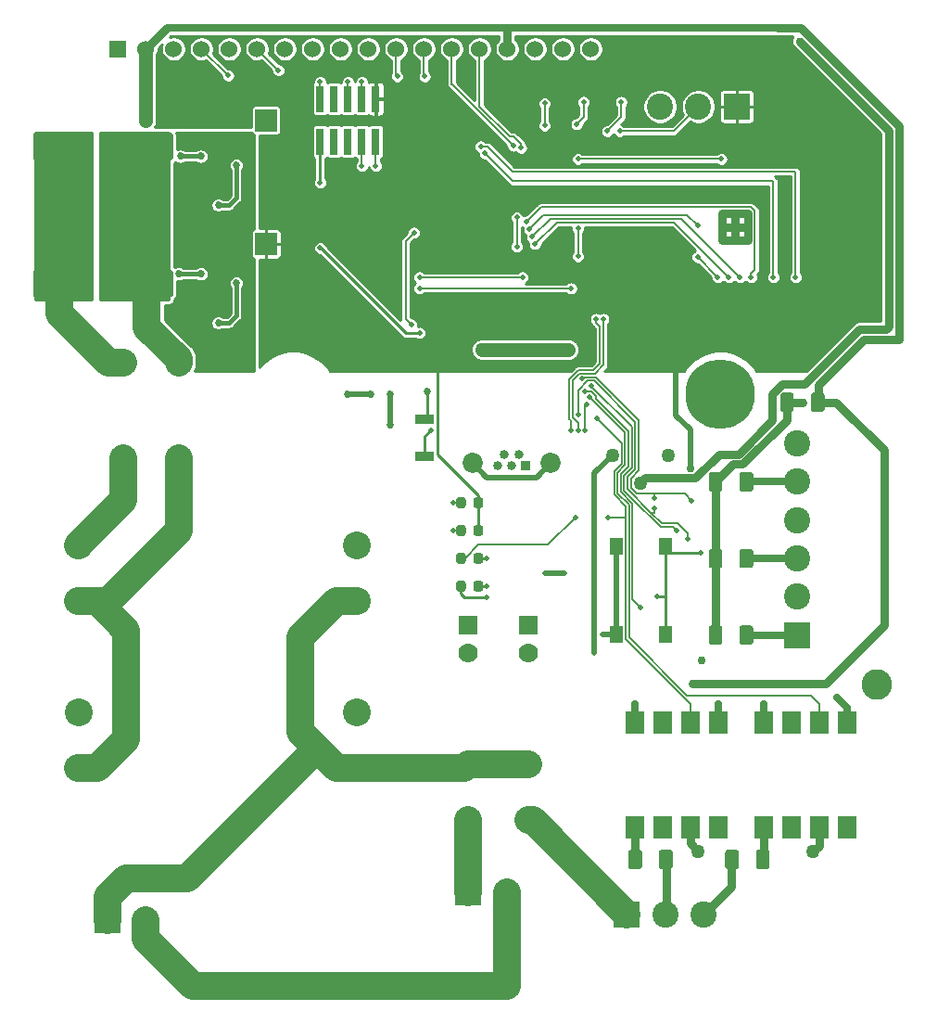
<source format=gtl>
G04 #@! TF.GenerationSoftware,KiCad,Pcbnew,(5.1.2-1)-1*
G04 #@! TF.CreationDate,2019-05-05T13:33:14-05:00*
G04 #@! TF.ProjectId,WiFi-Septic-Controller,57694669-2d53-4657-9074-69632d436f6e,rev?*
G04 #@! TF.SameCoordinates,Original*
G04 #@! TF.FileFunction,Copper,L1,Top*
G04 #@! TF.FilePolarity,Positive*
%FSLAX46Y46*%
G04 Gerber Fmt 4.6, Leading zero omitted, Abs format (unit mm)*
G04 Created by KiCad (PCBNEW (5.1.2-1)-1) date 2019-05-05 13:33:14*
%MOMM*%
%LPD*%
G04 APERTURE LIST*
%ADD10C,0.500000*%
%ADD11C,1.260000*%
%ADD12R,2.400000X2.400000*%
%ADD13C,2.400000*%
%ADD14C,2.000000*%
%ADD15C,2.500000*%
%ADD16R,1.500000X2.000000*%
%ADD17C,0.875000*%
%ADD18C,1.524000*%
%ADD19R,1.524000X1.524000*%
%ADD20R,0.740000X2.400000*%
%ADD21C,1.250000*%
%ADD22R,1.778000X1.778000*%
%ADD23C,1.778000*%
%ADD24R,1.700000X0.900000*%
%ADD25R,1.300000X1.550000*%
%ADD26C,2.540000*%
%ADD27C,2.800000*%
%ADD28R,1.900000X0.800000*%
%ADD29R,1.780000X2.000000*%
%ADD30C,6.350000*%
%ADD31R,0.840000X0.840000*%
%ADD32C,0.840000*%
%ADD33C,1.850000*%
%ADD34R,2.000000X2.000000*%
%ADD35C,1.270000*%
%ADD36C,0.508000*%
%ADD37C,0.685800*%
%ADD38C,0.762000*%
%ADD39C,2.540000*%
%ADD40C,1.270000*%
%ADD41C,0.254000*%
%ADD42C,0.508000*%
%ADD43C,0.635000*%
%ADD44C,0.152400*%
%ADD45C,0.762000*%
%ADD46C,0.381000*%
%ADD47C,0.685800*%
G04 APERTURE END LIST*
D10*
X94350000Y-48735000D03*
X94350000Y-49935000D03*
X94350000Y-47535000D03*
X95550000Y-49935000D03*
X95550000Y-48735000D03*
X95550000Y-47535000D03*
X93150000Y-49935000D03*
X93150000Y-48735000D03*
X93150000Y-47535000D03*
D11*
X88225000Y-69580000D03*
X85685000Y-72120000D03*
X83145000Y-69580000D03*
D12*
X100000000Y-86000000D03*
D13*
X100000000Y-82500000D03*
X100000000Y-79000000D03*
X100000000Y-75500000D03*
X100000000Y-72000000D03*
X100000000Y-68500000D03*
D12*
X94500000Y-37750000D03*
D13*
X87500000Y-37750000D03*
X91000000Y-37750000D03*
D12*
X37000000Y-112000000D03*
D13*
X40500000Y-112000000D03*
D14*
G36*
X42794861Y-52650373D02*
G01*
X42819130Y-52653973D01*
X42842928Y-52659934D01*
X42866028Y-52668199D01*
X42888206Y-52678689D01*
X42909250Y-52691302D01*
X42928955Y-52705916D01*
X42947134Y-52722392D01*
X42963610Y-52740571D01*
X42978224Y-52760276D01*
X42990837Y-52781320D01*
X43001327Y-52803498D01*
X43009592Y-52826598D01*
X43015553Y-52850396D01*
X43019153Y-52874665D01*
X43020357Y-52899169D01*
X43020357Y-54899169D01*
X43019153Y-54923673D01*
X43015553Y-54947942D01*
X43009592Y-54971740D01*
X43001327Y-54994840D01*
X42990837Y-55017018D01*
X42978224Y-55038062D01*
X42963610Y-55057767D01*
X42947134Y-55075946D01*
X42928955Y-55092422D01*
X42909250Y-55107036D01*
X42888206Y-55119649D01*
X42866028Y-55130139D01*
X42842928Y-55138404D01*
X42819130Y-55144365D01*
X42794861Y-55147965D01*
X42770357Y-55149169D01*
X38870357Y-55149169D01*
X38845853Y-55147965D01*
X38821584Y-55144365D01*
X38797786Y-55138404D01*
X38774686Y-55130139D01*
X38752508Y-55119649D01*
X38731464Y-55107036D01*
X38711759Y-55092422D01*
X38693580Y-55075946D01*
X38677104Y-55057767D01*
X38662490Y-55038062D01*
X38649877Y-55017018D01*
X38639387Y-54994840D01*
X38631122Y-54971740D01*
X38625161Y-54947942D01*
X38621561Y-54923673D01*
X38620357Y-54899169D01*
X38620357Y-52899169D01*
X38621561Y-52874665D01*
X38625161Y-52850396D01*
X38631122Y-52826598D01*
X38639387Y-52803498D01*
X38649877Y-52781320D01*
X38662490Y-52760276D01*
X38677104Y-52740571D01*
X38693580Y-52722392D01*
X38711759Y-52705916D01*
X38731464Y-52691302D01*
X38752508Y-52678689D01*
X38774686Y-52668199D01*
X38797786Y-52659934D01*
X38821584Y-52653973D01*
X38845853Y-52650373D01*
X38870357Y-52649169D01*
X42770357Y-52649169D01*
X42794861Y-52650373D01*
X42794861Y-52650373D01*
G37*
D15*
X40820357Y-53899169D03*
D14*
G36*
X34394861Y-52650373D02*
G01*
X34419130Y-52653973D01*
X34442928Y-52659934D01*
X34466028Y-52668199D01*
X34488206Y-52678689D01*
X34509250Y-52691302D01*
X34528955Y-52705916D01*
X34547134Y-52722392D01*
X34563610Y-52740571D01*
X34578224Y-52760276D01*
X34590837Y-52781320D01*
X34601327Y-52803498D01*
X34609592Y-52826598D01*
X34615553Y-52850396D01*
X34619153Y-52874665D01*
X34620357Y-52899169D01*
X34620357Y-54899169D01*
X34619153Y-54923673D01*
X34615553Y-54947942D01*
X34609592Y-54971740D01*
X34601327Y-54994840D01*
X34590837Y-55017018D01*
X34578224Y-55038062D01*
X34563610Y-55057767D01*
X34547134Y-55075946D01*
X34528955Y-55092422D01*
X34509250Y-55107036D01*
X34488206Y-55119649D01*
X34466028Y-55130139D01*
X34442928Y-55138404D01*
X34419130Y-55144365D01*
X34394861Y-55147965D01*
X34370357Y-55149169D01*
X30470357Y-55149169D01*
X30445853Y-55147965D01*
X30421584Y-55144365D01*
X30397786Y-55138404D01*
X30374686Y-55130139D01*
X30352508Y-55119649D01*
X30331464Y-55107036D01*
X30311759Y-55092422D01*
X30293580Y-55075946D01*
X30277104Y-55057767D01*
X30262490Y-55038062D01*
X30249877Y-55017018D01*
X30239387Y-54994840D01*
X30231122Y-54971740D01*
X30225161Y-54947942D01*
X30221561Y-54923673D01*
X30220357Y-54899169D01*
X30220357Y-52899169D01*
X30221561Y-52874665D01*
X30225161Y-52850396D01*
X30231122Y-52826598D01*
X30239387Y-52803498D01*
X30249877Y-52781320D01*
X30262490Y-52760276D01*
X30277104Y-52740571D01*
X30293580Y-52722392D01*
X30311759Y-52705916D01*
X30331464Y-52691302D01*
X30352508Y-52678689D01*
X30374686Y-52668199D01*
X30397786Y-52659934D01*
X30421584Y-52653973D01*
X30445853Y-52650373D01*
X30470357Y-52649169D01*
X34370357Y-52649169D01*
X34394861Y-52650373D01*
X34394861Y-52650373D01*
G37*
D15*
X32420357Y-53899169D03*
D14*
G36*
X34394861Y-40150373D02*
G01*
X34419130Y-40153973D01*
X34442928Y-40159934D01*
X34466028Y-40168199D01*
X34488206Y-40178689D01*
X34509250Y-40191302D01*
X34528955Y-40205916D01*
X34547134Y-40222392D01*
X34563610Y-40240571D01*
X34578224Y-40260276D01*
X34590837Y-40281320D01*
X34601327Y-40303498D01*
X34609592Y-40326598D01*
X34615553Y-40350396D01*
X34619153Y-40374665D01*
X34620357Y-40399169D01*
X34620357Y-42399169D01*
X34619153Y-42423673D01*
X34615553Y-42447942D01*
X34609592Y-42471740D01*
X34601327Y-42494840D01*
X34590837Y-42517018D01*
X34578224Y-42538062D01*
X34563610Y-42557767D01*
X34547134Y-42575946D01*
X34528955Y-42592422D01*
X34509250Y-42607036D01*
X34488206Y-42619649D01*
X34466028Y-42630139D01*
X34442928Y-42638404D01*
X34419130Y-42644365D01*
X34394861Y-42647965D01*
X34370357Y-42649169D01*
X30470357Y-42649169D01*
X30445853Y-42647965D01*
X30421584Y-42644365D01*
X30397786Y-42638404D01*
X30374686Y-42630139D01*
X30352508Y-42619649D01*
X30331464Y-42607036D01*
X30311759Y-42592422D01*
X30293580Y-42575946D01*
X30277104Y-42557767D01*
X30262490Y-42538062D01*
X30249877Y-42517018D01*
X30239387Y-42494840D01*
X30231122Y-42471740D01*
X30225161Y-42447942D01*
X30221561Y-42423673D01*
X30220357Y-42399169D01*
X30220357Y-40399169D01*
X30221561Y-40374665D01*
X30225161Y-40350396D01*
X30231122Y-40326598D01*
X30239387Y-40303498D01*
X30249877Y-40281320D01*
X30262490Y-40260276D01*
X30277104Y-40240571D01*
X30293580Y-40222392D01*
X30311759Y-40205916D01*
X30331464Y-40191302D01*
X30352508Y-40178689D01*
X30374686Y-40168199D01*
X30397786Y-40159934D01*
X30421584Y-40153973D01*
X30445853Y-40150373D01*
X30470357Y-40149169D01*
X34370357Y-40149169D01*
X34394861Y-40150373D01*
X34394861Y-40150373D01*
G37*
D15*
X32420357Y-41399169D03*
D14*
G36*
X42794861Y-40150373D02*
G01*
X42819130Y-40153973D01*
X42842928Y-40159934D01*
X42866028Y-40168199D01*
X42888206Y-40178689D01*
X42909250Y-40191302D01*
X42928955Y-40205916D01*
X42947134Y-40222392D01*
X42963610Y-40240571D01*
X42978224Y-40260276D01*
X42990837Y-40281320D01*
X43001327Y-40303498D01*
X43009592Y-40326598D01*
X43015553Y-40350396D01*
X43019153Y-40374665D01*
X43020357Y-40399169D01*
X43020357Y-42399169D01*
X43019153Y-42423673D01*
X43015553Y-42447942D01*
X43009592Y-42471740D01*
X43001327Y-42494840D01*
X42990837Y-42517018D01*
X42978224Y-42538062D01*
X42963610Y-42557767D01*
X42947134Y-42575946D01*
X42928955Y-42592422D01*
X42909250Y-42607036D01*
X42888206Y-42619649D01*
X42866028Y-42630139D01*
X42842928Y-42638404D01*
X42819130Y-42644365D01*
X42794861Y-42647965D01*
X42770357Y-42649169D01*
X38870357Y-42649169D01*
X38845853Y-42647965D01*
X38821584Y-42644365D01*
X38797786Y-42638404D01*
X38774686Y-42630139D01*
X38752508Y-42619649D01*
X38731464Y-42607036D01*
X38711759Y-42592422D01*
X38693580Y-42575946D01*
X38677104Y-42557767D01*
X38662490Y-42538062D01*
X38649877Y-42517018D01*
X38639387Y-42494840D01*
X38631122Y-42471740D01*
X38625161Y-42447942D01*
X38621561Y-42423673D01*
X38620357Y-42399169D01*
X38620357Y-40399169D01*
X38621561Y-40374665D01*
X38625161Y-40350396D01*
X38631122Y-40326598D01*
X38639387Y-40303498D01*
X38649877Y-40281320D01*
X38662490Y-40260276D01*
X38677104Y-40240571D01*
X38693580Y-40222392D01*
X38711759Y-40205916D01*
X38731464Y-40191302D01*
X38752508Y-40178689D01*
X38774686Y-40168199D01*
X38797786Y-40159934D01*
X38821584Y-40153973D01*
X38845853Y-40150373D01*
X38870357Y-40149169D01*
X42770357Y-40149169D01*
X42794861Y-40150373D01*
X42794861Y-40150373D01*
G37*
D15*
X40820357Y-41399169D03*
D16*
X43550000Y-61130000D03*
X38450000Y-61130000D03*
X38450000Y-69870000D03*
X43550000Y-69870000D03*
D14*
G36*
X69556691Y-75980053D02*
G01*
X69577926Y-75983203D01*
X69598750Y-75988419D01*
X69618962Y-75995651D01*
X69638368Y-76004830D01*
X69656781Y-76015866D01*
X69674024Y-76028654D01*
X69689930Y-76043070D01*
X69704346Y-76058976D01*
X69717134Y-76076219D01*
X69728170Y-76094632D01*
X69737349Y-76114038D01*
X69744581Y-76134250D01*
X69749797Y-76155074D01*
X69752947Y-76176309D01*
X69754000Y-76197750D01*
X69754000Y-76710250D01*
X69752947Y-76731691D01*
X69749797Y-76752926D01*
X69744581Y-76773750D01*
X69737349Y-76793962D01*
X69728170Y-76813368D01*
X69717134Y-76831781D01*
X69704346Y-76849024D01*
X69689930Y-76864930D01*
X69674024Y-76879346D01*
X69656781Y-76892134D01*
X69638368Y-76903170D01*
X69618962Y-76912349D01*
X69598750Y-76919581D01*
X69577926Y-76924797D01*
X69556691Y-76927947D01*
X69535250Y-76929000D01*
X69097750Y-76929000D01*
X69076309Y-76927947D01*
X69055074Y-76924797D01*
X69034250Y-76919581D01*
X69014038Y-76912349D01*
X68994632Y-76903170D01*
X68976219Y-76892134D01*
X68958976Y-76879346D01*
X68943070Y-76864930D01*
X68928654Y-76849024D01*
X68915866Y-76831781D01*
X68904830Y-76813368D01*
X68895651Y-76793962D01*
X68888419Y-76773750D01*
X68883203Y-76752926D01*
X68880053Y-76731691D01*
X68879000Y-76710250D01*
X68879000Y-76197750D01*
X68880053Y-76176309D01*
X68883203Y-76155074D01*
X68888419Y-76134250D01*
X68895651Y-76114038D01*
X68904830Y-76094632D01*
X68915866Y-76076219D01*
X68928654Y-76058976D01*
X68943070Y-76043070D01*
X68958976Y-76028654D01*
X68976219Y-76015866D01*
X68994632Y-76004830D01*
X69014038Y-75995651D01*
X69034250Y-75988419D01*
X69055074Y-75983203D01*
X69076309Y-75980053D01*
X69097750Y-75979000D01*
X69535250Y-75979000D01*
X69556691Y-75980053D01*
X69556691Y-75980053D01*
G37*
D17*
X69316500Y-76454000D03*
D14*
G36*
X71131691Y-75980053D02*
G01*
X71152926Y-75983203D01*
X71173750Y-75988419D01*
X71193962Y-75995651D01*
X71213368Y-76004830D01*
X71231781Y-76015866D01*
X71249024Y-76028654D01*
X71264930Y-76043070D01*
X71279346Y-76058976D01*
X71292134Y-76076219D01*
X71303170Y-76094632D01*
X71312349Y-76114038D01*
X71319581Y-76134250D01*
X71324797Y-76155074D01*
X71327947Y-76176309D01*
X71329000Y-76197750D01*
X71329000Y-76710250D01*
X71327947Y-76731691D01*
X71324797Y-76752926D01*
X71319581Y-76773750D01*
X71312349Y-76793962D01*
X71303170Y-76813368D01*
X71292134Y-76831781D01*
X71279346Y-76849024D01*
X71264930Y-76864930D01*
X71249024Y-76879346D01*
X71231781Y-76892134D01*
X71213368Y-76903170D01*
X71193962Y-76912349D01*
X71173750Y-76919581D01*
X71152926Y-76924797D01*
X71131691Y-76927947D01*
X71110250Y-76929000D01*
X70672750Y-76929000D01*
X70651309Y-76927947D01*
X70630074Y-76924797D01*
X70609250Y-76919581D01*
X70589038Y-76912349D01*
X70569632Y-76903170D01*
X70551219Y-76892134D01*
X70533976Y-76879346D01*
X70518070Y-76864930D01*
X70503654Y-76849024D01*
X70490866Y-76831781D01*
X70479830Y-76813368D01*
X70470651Y-76793962D01*
X70463419Y-76773750D01*
X70458203Y-76752926D01*
X70455053Y-76731691D01*
X70454000Y-76710250D01*
X70454000Y-76197750D01*
X70455053Y-76176309D01*
X70458203Y-76155074D01*
X70463419Y-76134250D01*
X70470651Y-76114038D01*
X70479830Y-76094632D01*
X70490866Y-76076219D01*
X70503654Y-76058976D01*
X70518070Y-76043070D01*
X70533976Y-76028654D01*
X70551219Y-76015866D01*
X70569632Y-76004830D01*
X70589038Y-75995651D01*
X70609250Y-75988419D01*
X70630074Y-75983203D01*
X70651309Y-75980053D01*
X70672750Y-75979000D01*
X71110250Y-75979000D01*
X71131691Y-75980053D01*
X71131691Y-75980053D01*
G37*
D17*
X70891500Y-76454000D03*
D14*
G36*
X69556691Y-73440053D02*
G01*
X69577926Y-73443203D01*
X69598750Y-73448419D01*
X69618962Y-73455651D01*
X69638368Y-73464830D01*
X69656781Y-73475866D01*
X69674024Y-73488654D01*
X69689930Y-73503070D01*
X69704346Y-73518976D01*
X69717134Y-73536219D01*
X69728170Y-73554632D01*
X69737349Y-73574038D01*
X69744581Y-73594250D01*
X69749797Y-73615074D01*
X69752947Y-73636309D01*
X69754000Y-73657750D01*
X69754000Y-74170250D01*
X69752947Y-74191691D01*
X69749797Y-74212926D01*
X69744581Y-74233750D01*
X69737349Y-74253962D01*
X69728170Y-74273368D01*
X69717134Y-74291781D01*
X69704346Y-74309024D01*
X69689930Y-74324930D01*
X69674024Y-74339346D01*
X69656781Y-74352134D01*
X69638368Y-74363170D01*
X69618962Y-74372349D01*
X69598750Y-74379581D01*
X69577926Y-74384797D01*
X69556691Y-74387947D01*
X69535250Y-74389000D01*
X69097750Y-74389000D01*
X69076309Y-74387947D01*
X69055074Y-74384797D01*
X69034250Y-74379581D01*
X69014038Y-74372349D01*
X68994632Y-74363170D01*
X68976219Y-74352134D01*
X68958976Y-74339346D01*
X68943070Y-74324930D01*
X68928654Y-74309024D01*
X68915866Y-74291781D01*
X68904830Y-74273368D01*
X68895651Y-74253962D01*
X68888419Y-74233750D01*
X68883203Y-74212926D01*
X68880053Y-74191691D01*
X68879000Y-74170250D01*
X68879000Y-73657750D01*
X68880053Y-73636309D01*
X68883203Y-73615074D01*
X68888419Y-73594250D01*
X68895651Y-73574038D01*
X68904830Y-73554632D01*
X68915866Y-73536219D01*
X68928654Y-73518976D01*
X68943070Y-73503070D01*
X68958976Y-73488654D01*
X68976219Y-73475866D01*
X68994632Y-73464830D01*
X69014038Y-73455651D01*
X69034250Y-73448419D01*
X69055074Y-73443203D01*
X69076309Y-73440053D01*
X69097750Y-73439000D01*
X69535250Y-73439000D01*
X69556691Y-73440053D01*
X69556691Y-73440053D01*
G37*
D17*
X69316500Y-73914000D03*
D14*
G36*
X71131691Y-73440053D02*
G01*
X71152926Y-73443203D01*
X71173750Y-73448419D01*
X71193962Y-73455651D01*
X71213368Y-73464830D01*
X71231781Y-73475866D01*
X71249024Y-73488654D01*
X71264930Y-73503070D01*
X71279346Y-73518976D01*
X71292134Y-73536219D01*
X71303170Y-73554632D01*
X71312349Y-73574038D01*
X71319581Y-73594250D01*
X71324797Y-73615074D01*
X71327947Y-73636309D01*
X71329000Y-73657750D01*
X71329000Y-74170250D01*
X71327947Y-74191691D01*
X71324797Y-74212926D01*
X71319581Y-74233750D01*
X71312349Y-74253962D01*
X71303170Y-74273368D01*
X71292134Y-74291781D01*
X71279346Y-74309024D01*
X71264930Y-74324930D01*
X71249024Y-74339346D01*
X71231781Y-74352134D01*
X71213368Y-74363170D01*
X71193962Y-74372349D01*
X71173750Y-74379581D01*
X71152926Y-74384797D01*
X71131691Y-74387947D01*
X71110250Y-74389000D01*
X70672750Y-74389000D01*
X70651309Y-74387947D01*
X70630074Y-74384797D01*
X70609250Y-74379581D01*
X70589038Y-74372349D01*
X70569632Y-74363170D01*
X70551219Y-74352134D01*
X70533976Y-74339346D01*
X70518070Y-74324930D01*
X70503654Y-74309024D01*
X70490866Y-74291781D01*
X70479830Y-74273368D01*
X70470651Y-74253962D01*
X70463419Y-74233750D01*
X70458203Y-74212926D01*
X70455053Y-74191691D01*
X70454000Y-74170250D01*
X70454000Y-73657750D01*
X70455053Y-73636309D01*
X70458203Y-73615074D01*
X70463419Y-73594250D01*
X70470651Y-73574038D01*
X70479830Y-73554632D01*
X70490866Y-73536219D01*
X70503654Y-73518976D01*
X70518070Y-73503070D01*
X70533976Y-73488654D01*
X70551219Y-73475866D01*
X70569632Y-73464830D01*
X70589038Y-73455651D01*
X70609250Y-73448419D01*
X70630074Y-73443203D01*
X70651309Y-73440053D01*
X70672750Y-73439000D01*
X71110250Y-73439000D01*
X71131691Y-73440053D01*
X71131691Y-73440053D01*
G37*
D17*
X70891500Y-73914000D03*
D14*
G36*
X71131691Y-81060053D02*
G01*
X71152926Y-81063203D01*
X71173750Y-81068419D01*
X71193962Y-81075651D01*
X71213368Y-81084830D01*
X71231781Y-81095866D01*
X71249024Y-81108654D01*
X71264930Y-81123070D01*
X71279346Y-81138976D01*
X71292134Y-81156219D01*
X71303170Y-81174632D01*
X71312349Y-81194038D01*
X71319581Y-81214250D01*
X71324797Y-81235074D01*
X71327947Y-81256309D01*
X71329000Y-81277750D01*
X71329000Y-81790250D01*
X71327947Y-81811691D01*
X71324797Y-81832926D01*
X71319581Y-81853750D01*
X71312349Y-81873962D01*
X71303170Y-81893368D01*
X71292134Y-81911781D01*
X71279346Y-81929024D01*
X71264930Y-81944930D01*
X71249024Y-81959346D01*
X71231781Y-81972134D01*
X71213368Y-81983170D01*
X71193962Y-81992349D01*
X71173750Y-81999581D01*
X71152926Y-82004797D01*
X71131691Y-82007947D01*
X71110250Y-82009000D01*
X70672750Y-82009000D01*
X70651309Y-82007947D01*
X70630074Y-82004797D01*
X70609250Y-81999581D01*
X70589038Y-81992349D01*
X70569632Y-81983170D01*
X70551219Y-81972134D01*
X70533976Y-81959346D01*
X70518070Y-81944930D01*
X70503654Y-81929024D01*
X70490866Y-81911781D01*
X70479830Y-81893368D01*
X70470651Y-81873962D01*
X70463419Y-81853750D01*
X70458203Y-81832926D01*
X70455053Y-81811691D01*
X70454000Y-81790250D01*
X70454000Y-81277750D01*
X70455053Y-81256309D01*
X70458203Y-81235074D01*
X70463419Y-81214250D01*
X70470651Y-81194038D01*
X70479830Y-81174632D01*
X70490866Y-81156219D01*
X70503654Y-81138976D01*
X70518070Y-81123070D01*
X70533976Y-81108654D01*
X70551219Y-81095866D01*
X70569632Y-81084830D01*
X70589038Y-81075651D01*
X70609250Y-81068419D01*
X70630074Y-81063203D01*
X70651309Y-81060053D01*
X70672750Y-81059000D01*
X71110250Y-81059000D01*
X71131691Y-81060053D01*
X71131691Y-81060053D01*
G37*
D17*
X70891500Y-81534000D03*
D14*
G36*
X69556691Y-81060053D02*
G01*
X69577926Y-81063203D01*
X69598750Y-81068419D01*
X69618962Y-81075651D01*
X69638368Y-81084830D01*
X69656781Y-81095866D01*
X69674024Y-81108654D01*
X69689930Y-81123070D01*
X69704346Y-81138976D01*
X69717134Y-81156219D01*
X69728170Y-81174632D01*
X69737349Y-81194038D01*
X69744581Y-81214250D01*
X69749797Y-81235074D01*
X69752947Y-81256309D01*
X69754000Y-81277750D01*
X69754000Y-81790250D01*
X69752947Y-81811691D01*
X69749797Y-81832926D01*
X69744581Y-81853750D01*
X69737349Y-81873962D01*
X69728170Y-81893368D01*
X69717134Y-81911781D01*
X69704346Y-81929024D01*
X69689930Y-81944930D01*
X69674024Y-81959346D01*
X69656781Y-81972134D01*
X69638368Y-81983170D01*
X69618962Y-81992349D01*
X69598750Y-81999581D01*
X69577926Y-82004797D01*
X69556691Y-82007947D01*
X69535250Y-82009000D01*
X69097750Y-82009000D01*
X69076309Y-82007947D01*
X69055074Y-82004797D01*
X69034250Y-81999581D01*
X69014038Y-81992349D01*
X68994632Y-81983170D01*
X68976219Y-81972134D01*
X68958976Y-81959346D01*
X68943070Y-81944930D01*
X68928654Y-81929024D01*
X68915866Y-81911781D01*
X68904830Y-81893368D01*
X68895651Y-81873962D01*
X68888419Y-81853750D01*
X68883203Y-81832926D01*
X68880053Y-81811691D01*
X68879000Y-81790250D01*
X68879000Y-81277750D01*
X68880053Y-81256309D01*
X68883203Y-81235074D01*
X68888419Y-81214250D01*
X68895651Y-81194038D01*
X68904830Y-81174632D01*
X68915866Y-81156219D01*
X68928654Y-81138976D01*
X68943070Y-81123070D01*
X68958976Y-81108654D01*
X68976219Y-81095866D01*
X68994632Y-81084830D01*
X69014038Y-81075651D01*
X69034250Y-81068419D01*
X69055074Y-81063203D01*
X69076309Y-81060053D01*
X69097750Y-81059000D01*
X69535250Y-81059000D01*
X69556691Y-81060053D01*
X69556691Y-81060053D01*
G37*
D17*
X69316500Y-81534000D03*
D14*
G36*
X71131691Y-78520053D02*
G01*
X71152926Y-78523203D01*
X71173750Y-78528419D01*
X71193962Y-78535651D01*
X71213368Y-78544830D01*
X71231781Y-78555866D01*
X71249024Y-78568654D01*
X71264930Y-78583070D01*
X71279346Y-78598976D01*
X71292134Y-78616219D01*
X71303170Y-78634632D01*
X71312349Y-78654038D01*
X71319581Y-78674250D01*
X71324797Y-78695074D01*
X71327947Y-78716309D01*
X71329000Y-78737750D01*
X71329000Y-79250250D01*
X71327947Y-79271691D01*
X71324797Y-79292926D01*
X71319581Y-79313750D01*
X71312349Y-79333962D01*
X71303170Y-79353368D01*
X71292134Y-79371781D01*
X71279346Y-79389024D01*
X71264930Y-79404930D01*
X71249024Y-79419346D01*
X71231781Y-79432134D01*
X71213368Y-79443170D01*
X71193962Y-79452349D01*
X71173750Y-79459581D01*
X71152926Y-79464797D01*
X71131691Y-79467947D01*
X71110250Y-79469000D01*
X70672750Y-79469000D01*
X70651309Y-79467947D01*
X70630074Y-79464797D01*
X70609250Y-79459581D01*
X70589038Y-79452349D01*
X70569632Y-79443170D01*
X70551219Y-79432134D01*
X70533976Y-79419346D01*
X70518070Y-79404930D01*
X70503654Y-79389024D01*
X70490866Y-79371781D01*
X70479830Y-79353368D01*
X70470651Y-79333962D01*
X70463419Y-79313750D01*
X70458203Y-79292926D01*
X70455053Y-79271691D01*
X70454000Y-79250250D01*
X70454000Y-78737750D01*
X70455053Y-78716309D01*
X70458203Y-78695074D01*
X70463419Y-78674250D01*
X70470651Y-78654038D01*
X70479830Y-78634632D01*
X70490866Y-78616219D01*
X70503654Y-78598976D01*
X70518070Y-78583070D01*
X70533976Y-78568654D01*
X70551219Y-78555866D01*
X70569632Y-78544830D01*
X70589038Y-78535651D01*
X70609250Y-78528419D01*
X70630074Y-78523203D01*
X70651309Y-78520053D01*
X70672750Y-78519000D01*
X71110250Y-78519000D01*
X71131691Y-78520053D01*
X71131691Y-78520053D01*
G37*
D17*
X70891500Y-78994000D03*
D14*
G36*
X69556691Y-78520053D02*
G01*
X69577926Y-78523203D01*
X69598750Y-78528419D01*
X69618962Y-78535651D01*
X69638368Y-78544830D01*
X69656781Y-78555866D01*
X69674024Y-78568654D01*
X69689930Y-78583070D01*
X69704346Y-78598976D01*
X69717134Y-78616219D01*
X69728170Y-78634632D01*
X69737349Y-78654038D01*
X69744581Y-78674250D01*
X69749797Y-78695074D01*
X69752947Y-78716309D01*
X69754000Y-78737750D01*
X69754000Y-79250250D01*
X69752947Y-79271691D01*
X69749797Y-79292926D01*
X69744581Y-79313750D01*
X69737349Y-79333962D01*
X69728170Y-79353368D01*
X69717134Y-79371781D01*
X69704346Y-79389024D01*
X69689930Y-79404930D01*
X69674024Y-79419346D01*
X69656781Y-79432134D01*
X69638368Y-79443170D01*
X69618962Y-79452349D01*
X69598750Y-79459581D01*
X69577926Y-79464797D01*
X69556691Y-79467947D01*
X69535250Y-79469000D01*
X69097750Y-79469000D01*
X69076309Y-79467947D01*
X69055074Y-79464797D01*
X69034250Y-79459581D01*
X69014038Y-79452349D01*
X68994632Y-79443170D01*
X68976219Y-79432134D01*
X68958976Y-79419346D01*
X68943070Y-79404930D01*
X68928654Y-79389024D01*
X68915866Y-79371781D01*
X68904830Y-79353368D01*
X68895651Y-79333962D01*
X68888419Y-79313750D01*
X68883203Y-79292926D01*
X68880053Y-79271691D01*
X68879000Y-79250250D01*
X68879000Y-78737750D01*
X68880053Y-78716309D01*
X68883203Y-78695074D01*
X68888419Y-78674250D01*
X68895651Y-78654038D01*
X68904830Y-78634632D01*
X68915866Y-78616219D01*
X68928654Y-78598976D01*
X68943070Y-78583070D01*
X68958976Y-78568654D01*
X68976219Y-78555866D01*
X68994632Y-78544830D01*
X69014038Y-78535651D01*
X69034250Y-78528419D01*
X69055074Y-78523203D01*
X69076309Y-78520053D01*
X69097750Y-78519000D01*
X69535250Y-78519000D01*
X69556691Y-78520053D01*
X69556691Y-78520053D01*
G37*
D17*
X69316500Y-78994000D03*
D12*
X70000000Y-109500000D03*
D13*
X73500000Y-109500000D03*
D12*
X84482800Y-111500000D03*
D13*
X87982800Y-111500000D03*
X91482800Y-111500000D03*
D18*
X81180000Y-32500000D03*
X78640000Y-32500000D03*
X76100000Y-32500000D03*
X73560000Y-32500000D03*
X71020000Y-32500000D03*
X68480000Y-32500000D03*
X65940000Y-32500000D03*
X63400000Y-32500000D03*
X60860000Y-32500000D03*
X58320000Y-32500000D03*
X55780000Y-32500000D03*
X53240000Y-32500000D03*
X50700000Y-32500000D03*
X48160000Y-32500000D03*
X45620000Y-32500000D03*
X43080000Y-32500000D03*
X40540000Y-32500000D03*
D19*
X38000000Y-32500000D03*
D20*
X61540000Y-37050000D03*
X61540000Y-40950000D03*
X60270000Y-37050000D03*
X60270000Y-40950000D03*
X59000000Y-37050000D03*
X59000000Y-40950000D03*
X57730000Y-37050000D03*
X57730000Y-40950000D03*
X56460000Y-37050000D03*
X56460000Y-40950000D03*
D14*
G36*
X102299504Y-63876204D02*
G01*
X102323773Y-63879804D01*
X102347571Y-63885765D01*
X102370671Y-63894030D01*
X102392849Y-63904520D01*
X102413893Y-63917133D01*
X102433598Y-63931747D01*
X102451777Y-63948223D01*
X102468253Y-63966402D01*
X102482867Y-63986107D01*
X102495480Y-64007151D01*
X102505970Y-64029329D01*
X102514235Y-64052429D01*
X102520196Y-64076227D01*
X102523796Y-64100496D01*
X102525000Y-64125000D01*
X102525000Y-65375000D01*
X102523796Y-65399504D01*
X102520196Y-65423773D01*
X102514235Y-65447571D01*
X102505970Y-65470671D01*
X102495480Y-65492849D01*
X102482867Y-65513893D01*
X102468253Y-65533598D01*
X102451777Y-65551777D01*
X102433598Y-65568253D01*
X102413893Y-65582867D01*
X102392849Y-65595480D01*
X102370671Y-65605970D01*
X102347571Y-65614235D01*
X102323773Y-65620196D01*
X102299504Y-65623796D01*
X102275000Y-65625000D01*
X101525000Y-65625000D01*
X101500496Y-65623796D01*
X101476227Y-65620196D01*
X101452429Y-65614235D01*
X101429329Y-65605970D01*
X101407151Y-65595480D01*
X101386107Y-65582867D01*
X101366402Y-65568253D01*
X101348223Y-65551777D01*
X101331747Y-65533598D01*
X101317133Y-65513893D01*
X101304520Y-65492849D01*
X101294030Y-65470671D01*
X101285765Y-65447571D01*
X101279804Y-65423773D01*
X101276204Y-65399504D01*
X101275000Y-65375000D01*
X101275000Y-64125000D01*
X101276204Y-64100496D01*
X101279804Y-64076227D01*
X101285765Y-64052429D01*
X101294030Y-64029329D01*
X101304520Y-64007151D01*
X101317133Y-63986107D01*
X101331747Y-63966402D01*
X101348223Y-63948223D01*
X101366402Y-63931747D01*
X101386107Y-63917133D01*
X101407151Y-63904520D01*
X101429329Y-63894030D01*
X101452429Y-63885765D01*
X101476227Y-63879804D01*
X101500496Y-63876204D01*
X101525000Y-63875000D01*
X102275000Y-63875000D01*
X102299504Y-63876204D01*
X102299504Y-63876204D01*
G37*
D21*
X101900000Y-64750000D03*
D14*
G36*
X99499504Y-63876204D02*
G01*
X99523773Y-63879804D01*
X99547571Y-63885765D01*
X99570671Y-63894030D01*
X99592849Y-63904520D01*
X99613893Y-63917133D01*
X99633598Y-63931747D01*
X99651777Y-63948223D01*
X99668253Y-63966402D01*
X99682867Y-63986107D01*
X99695480Y-64007151D01*
X99705970Y-64029329D01*
X99714235Y-64052429D01*
X99720196Y-64076227D01*
X99723796Y-64100496D01*
X99725000Y-64125000D01*
X99725000Y-65375000D01*
X99723796Y-65399504D01*
X99720196Y-65423773D01*
X99714235Y-65447571D01*
X99705970Y-65470671D01*
X99695480Y-65492849D01*
X99682867Y-65513893D01*
X99668253Y-65533598D01*
X99651777Y-65551777D01*
X99633598Y-65568253D01*
X99613893Y-65582867D01*
X99592849Y-65595480D01*
X99570671Y-65605970D01*
X99547571Y-65614235D01*
X99523773Y-65620196D01*
X99499504Y-65623796D01*
X99475000Y-65625000D01*
X98725000Y-65625000D01*
X98700496Y-65623796D01*
X98676227Y-65620196D01*
X98652429Y-65614235D01*
X98629329Y-65605970D01*
X98607151Y-65595480D01*
X98586107Y-65582867D01*
X98566402Y-65568253D01*
X98548223Y-65551777D01*
X98531747Y-65533598D01*
X98517133Y-65513893D01*
X98504520Y-65492849D01*
X98494030Y-65470671D01*
X98485765Y-65447571D01*
X98479804Y-65423773D01*
X98476204Y-65399504D01*
X98475000Y-65375000D01*
X98475000Y-64125000D01*
X98476204Y-64100496D01*
X98479804Y-64076227D01*
X98485765Y-64052429D01*
X98494030Y-64029329D01*
X98504520Y-64007151D01*
X98517133Y-63986107D01*
X98531747Y-63966402D01*
X98548223Y-63948223D01*
X98566402Y-63931747D01*
X98586107Y-63917133D01*
X98607151Y-63904520D01*
X98629329Y-63894030D01*
X98652429Y-63885765D01*
X98676227Y-63879804D01*
X98700496Y-63876204D01*
X98725000Y-63875000D01*
X99475000Y-63875000D01*
X99499504Y-63876204D01*
X99499504Y-63876204D01*
G37*
D21*
X99100000Y-64750000D03*
D14*
G36*
X88429504Y-105596204D02*
G01*
X88453773Y-105599804D01*
X88477571Y-105605765D01*
X88500671Y-105614030D01*
X88522849Y-105624520D01*
X88543893Y-105637133D01*
X88563598Y-105651747D01*
X88581777Y-105668223D01*
X88598253Y-105686402D01*
X88612867Y-105706107D01*
X88625480Y-105727151D01*
X88635970Y-105749329D01*
X88644235Y-105772429D01*
X88650196Y-105796227D01*
X88653796Y-105820496D01*
X88655000Y-105845000D01*
X88655000Y-107095000D01*
X88653796Y-107119504D01*
X88650196Y-107143773D01*
X88644235Y-107167571D01*
X88635970Y-107190671D01*
X88625480Y-107212849D01*
X88612867Y-107233893D01*
X88598253Y-107253598D01*
X88581777Y-107271777D01*
X88563598Y-107288253D01*
X88543893Y-107302867D01*
X88522849Y-107315480D01*
X88500671Y-107325970D01*
X88477571Y-107334235D01*
X88453773Y-107340196D01*
X88429504Y-107343796D01*
X88405000Y-107345000D01*
X87655000Y-107345000D01*
X87630496Y-107343796D01*
X87606227Y-107340196D01*
X87582429Y-107334235D01*
X87559329Y-107325970D01*
X87537151Y-107315480D01*
X87516107Y-107302867D01*
X87496402Y-107288253D01*
X87478223Y-107271777D01*
X87461747Y-107253598D01*
X87447133Y-107233893D01*
X87434520Y-107212849D01*
X87424030Y-107190671D01*
X87415765Y-107167571D01*
X87409804Y-107143773D01*
X87406204Y-107119504D01*
X87405000Y-107095000D01*
X87405000Y-105845000D01*
X87406204Y-105820496D01*
X87409804Y-105796227D01*
X87415765Y-105772429D01*
X87424030Y-105749329D01*
X87434520Y-105727151D01*
X87447133Y-105706107D01*
X87461747Y-105686402D01*
X87478223Y-105668223D01*
X87496402Y-105651747D01*
X87516107Y-105637133D01*
X87537151Y-105624520D01*
X87559329Y-105614030D01*
X87582429Y-105605765D01*
X87606227Y-105599804D01*
X87630496Y-105596204D01*
X87655000Y-105595000D01*
X88405000Y-105595000D01*
X88429504Y-105596204D01*
X88429504Y-105596204D01*
G37*
D21*
X88030000Y-106470000D03*
D14*
G36*
X85629504Y-105596204D02*
G01*
X85653773Y-105599804D01*
X85677571Y-105605765D01*
X85700671Y-105614030D01*
X85722849Y-105624520D01*
X85743893Y-105637133D01*
X85763598Y-105651747D01*
X85781777Y-105668223D01*
X85798253Y-105686402D01*
X85812867Y-105706107D01*
X85825480Y-105727151D01*
X85835970Y-105749329D01*
X85844235Y-105772429D01*
X85850196Y-105796227D01*
X85853796Y-105820496D01*
X85855000Y-105845000D01*
X85855000Y-107095000D01*
X85853796Y-107119504D01*
X85850196Y-107143773D01*
X85844235Y-107167571D01*
X85835970Y-107190671D01*
X85825480Y-107212849D01*
X85812867Y-107233893D01*
X85798253Y-107253598D01*
X85781777Y-107271777D01*
X85763598Y-107288253D01*
X85743893Y-107302867D01*
X85722849Y-107315480D01*
X85700671Y-107325970D01*
X85677571Y-107334235D01*
X85653773Y-107340196D01*
X85629504Y-107343796D01*
X85605000Y-107345000D01*
X84855000Y-107345000D01*
X84830496Y-107343796D01*
X84806227Y-107340196D01*
X84782429Y-107334235D01*
X84759329Y-107325970D01*
X84737151Y-107315480D01*
X84716107Y-107302867D01*
X84696402Y-107288253D01*
X84678223Y-107271777D01*
X84661747Y-107253598D01*
X84647133Y-107233893D01*
X84634520Y-107212849D01*
X84624030Y-107190671D01*
X84615765Y-107167571D01*
X84609804Y-107143773D01*
X84606204Y-107119504D01*
X84605000Y-107095000D01*
X84605000Y-105845000D01*
X84606204Y-105820496D01*
X84609804Y-105796227D01*
X84615765Y-105772429D01*
X84624030Y-105749329D01*
X84634520Y-105727151D01*
X84647133Y-105706107D01*
X84661747Y-105686402D01*
X84678223Y-105668223D01*
X84696402Y-105651747D01*
X84716107Y-105637133D01*
X84737151Y-105624520D01*
X84759329Y-105614030D01*
X84782429Y-105605765D01*
X84806227Y-105599804D01*
X84830496Y-105596204D01*
X84855000Y-105595000D01*
X85605000Y-105595000D01*
X85629504Y-105596204D01*
X85629504Y-105596204D01*
G37*
D21*
X85230000Y-106470000D03*
D14*
G36*
X97279504Y-105596204D02*
G01*
X97303773Y-105599804D01*
X97327571Y-105605765D01*
X97350671Y-105614030D01*
X97372849Y-105624520D01*
X97393893Y-105637133D01*
X97413598Y-105651747D01*
X97431777Y-105668223D01*
X97448253Y-105686402D01*
X97462867Y-105706107D01*
X97475480Y-105727151D01*
X97485970Y-105749329D01*
X97494235Y-105772429D01*
X97500196Y-105796227D01*
X97503796Y-105820496D01*
X97505000Y-105845000D01*
X97505000Y-107095000D01*
X97503796Y-107119504D01*
X97500196Y-107143773D01*
X97494235Y-107167571D01*
X97485970Y-107190671D01*
X97475480Y-107212849D01*
X97462867Y-107233893D01*
X97448253Y-107253598D01*
X97431777Y-107271777D01*
X97413598Y-107288253D01*
X97393893Y-107302867D01*
X97372849Y-107315480D01*
X97350671Y-107325970D01*
X97327571Y-107334235D01*
X97303773Y-107340196D01*
X97279504Y-107343796D01*
X97255000Y-107345000D01*
X96505000Y-107345000D01*
X96480496Y-107343796D01*
X96456227Y-107340196D01*
X96432429Y-107334235D01*
X96409329Y-107325970D01*
X96387151Y-107315480D01*
X96366107Y-107302867D01*
X96346402Y-107288253D01*
X96328223Y-107271777D01*
X96311747Y-107253598D01*
X96297133Y-107233893D01*
X96284520Y-107212849D01*
X96274030Y-107190671D01*
X96265765Y-107167571D01*
X96259804Y-107143773D01*
X96256204Y-107119504D01*
X96255000Y-107095000D01*
X96255000Y-105845000D01*
X96256204Y-105820496D01*
X96259804Y-105796227D01*
X96265765Y-105772429D01*
X96274030Y-105749329D01*
X96284520Y-105727151D01*
X96297133Y-105706107D01*
X96311747Y-105686402D01*
X96328223Y-105668223D01*
X96346402Y-105651747D01*
X96366107Y-105637133D01*
X96387151Y-105624520D01*
X96409329Y-105614030D01*
X96432429Y-105605765D01*
X96456227Y-105599804D01*
X96480496Y-105596204D01*
X96505000Y-105595000D01*
X97255000Y-105595000D01*
X97279504Y-105596204D01*
X97279504Y-105596204D01*
G37*
D21*
X96880000Y-106470000D03*
D14*
G36*
X94479504Y-105596204D02*
G01*
X94503773Y-105599804D01*
X94527571Y-105605765D01*
X94550671Y-105614030D01*
X94572849Y-105624520D01*
X94593893Y-105637133D01*
X94613598Y-105651747D01*
X94631777Y-105668223D01*
X94648253Y-105686402D01*
X94662867Y-105706107D01*
X94675480Y-105727151D01*
X94685970Y-105749329D01*
X94694235Y-105772429D01*
X94700196Y-105796227D01*
X94703796Y-105820496D01*
X94705000Y-105845000D01*
X94705000Y-107095000D01*
X94703796Y-107119504D01*
X94700196Y-107143773D01*
X94694235Y-107167571D01*
X94685970Y-107190671D01*
X94675480Y-107212849D01*
X94662867Y-107233893D01*
X94648253Y-107253598D01*
X94631777Y-107271777D01*
X94613598Y-107288253D01*
X94593893Y-107302867D01*
X94572849Y-107315480D01*
X94550671Y-107325970D01*
X94527571Y-107334235D01*
X94503773Y-107340196D01*
X94479504Y-107343796D01*
X94455000Y-107345000D01*
X93705000Y-107345000D01*
X93680496Y-107343796D01*
X93656227Y-107340196D01*
X93632429Y-107334235D01*
X93609329Y-107325970D01*
X93587151Y-107315480D01*
X93566107Y-107302867D01*
X93546402Y-107288253D01*
X93528223Y-107271777D01*
X93511747Y-107253598D01*
X93497133Y-107233893D01*
X93484520Y-107212849D01*
X93474030Y-107190671D01*
X93465765Y-107167571D01*
X93459804Y-107143773D01*
X93456204Y-107119504D01*
X93455000Y-107095000D01*
X93455000Y-105845000D01*
X93456204Y-105820496D01*
X93459804Y-105796227D01*
X93465765Y-105772429D01*
X93474030Y-105749329D01*
X93484520Y-105727151D01*
X93497133Y-105706107D01*
X93511747Y-105686402D01*
X93528223Y-105668223D01*
X93546402Y-105651747D01*
X93566107Y-105637133D01*
X93587151Y-105624520D01*
X93609329Y-105614030D01*
X93632429Y-105605765D01*
X93656227Y-105599804D01*
X93680496Y-105596204D01*
X93705000Y-105595000D01*
X94455000Y-105595000D01*
X94479504Y-105596204D01*
X94479504Y-105596204D01*
G37*
D21*
X94080000Y-106470000D03*
D14*
G36*
X95779504Y-85126204D02*
G01*
X95803773Y-85129804D01*
X95827571Y-85135765D01*
X95850671Y-85144030D01*
X95872849Y-85154520D01*
X95893893Y-85167133D01*
X95913598Y-85181747D01*
X95931777Y-85198223D01*
X95948253Y-85216402D01*
X95962867Y-85236107D01*
X95975480Y-85257151D01*
X95985970Y-85279329D01*
X95994235Y-85302429D01*
X96000196Y-85326227D01*
X96003796Y-85350496D01*
X96005000Y-85375000D01*
X96005000Y-86625000D01*
X96003796Y-86649504D01*
X96000196Y-86673773D01*
X95994235Y-86697571D01*
X95985970Y-86720671D01*
X95975480Y-86742849D01*
X95962867Y-86763893D01*
X95948253Y-86783598D01*
X95931777Y-86801777D01*
X95913598Y-86818253D01*
X95893893Y-86832867D01*
X95872849Y-86845480D01*
X95850671Y-86855970D01*
X95827571Y-86864235D01*
X95803773Y-86870196D01*
X95779504Y-86873796D01*
X95755000Y-86875000D01*
X95005000Y-86875000D01*
X94980496Y-86873796D01*
X94956227Y-86870196D01*
X94932429Y-86864235D01*
X94909329Y-86855970D01*
X94887151Y-86845480D01*
X94866107Y-86832867D01*
X94846402Y-86818253D01*
X94828223Y-86801777D01*
X94811747Y-86783598D01*
X94797133Y-86763893D01*
X94784520Y-86742849D01*
X94774030Y-86720671D01*
X94765765Y-86697571D01*
X94759804Y-86673773D01*
X94756204Y-86649504D01*
X94755000Y-86625000D01*
X94755000Y-85375000D01*
X94756204Y-85350496D01*
X94759804Y-85326227D01*
X94765765Y-85302429D01*
X94774030Y-85279329D01*
X94784520Y-85257151D01*
X94797133Y-85236107D01*
X94811747Y-85216402D01*
X94828223Y-85198223D01*
X94846402Y-85181747D01*
X94866107Y-85167133D01*
X94887151Y-85154520D01*
X94909329Y-85144030D01*
X94932429Y-85135765D01*
X94956227Y-85129804D01*
X94980496Y-85126204D01*
X95005000Y-85125000D01*
X95755000Y-85125000D01*
X95779504Y-85126204D01*
X95779504Y-85126204D01*
G37*
D21*
X95380000Y-86000000D03*
D14*
G36*
X92979504Y-85126204D02*
G01*
X93003773Y-85129804D01*
X93027571Y-85135765D01*
X93050671Y-85144030D01*
X93072849Y-85154520D01*
X93093893Y-85167133D01*
X93113598Y-85181747D01*
X93131777Y-85198223D01*
X93148253Y-85216402D01*
X93162867Y-85236107D01*
X93175480Y-85257151D01*
X93185970Y-85279329D01*
X93194235Y-85302429D01*
X93200196Y-85326227D01*
X93203796Y-85350496D01*
X93205000Y-85375000D01*
X93205000Y-86625000D01*
X93203796Y-86649504D01*
X93200196Y-86673773D01*
X93194235Y-86697571D01*
X93185970Y-86720671D01*
X93175480Y-86742849D01*
X93162867Y-86763893D01*
X93148253Y-86783598D01*
X93131777Y-86801777D01*
X93113598Y-86818253D01*
X93093893Y-86832867D01*
X93072849Y-86845480D01*
X93050671Y-86855970D01*
X93027571Y-86864235D01*
X93003773Y-86870196D01*
X92979504Y-86873796D01*
X92955000Y-86875000D01*
X92205000Y-86875000D01*
X92180496Y-86873796D01*
X92156227Y-86870196D01*
X92132429Y-86864235D01*
X92109329Y-86855970D01*
X92087151Y-86845480D01*
X92066107Y-86832867D01*
X92046402Y-86818253D01*
X92028223Y-86801777D01*
X92011747Y-86783598D01*
X91997133Y-86763893D01*
X91984520Y-86742849D01*
X91974030Y-86720671D01*
X91965765Y-86697571D01*
X91959804Y-86673773D01*
X91956204Y-86649504D01*
X91955000Y-86625000D01*
X91955000Y-85375000D01*
X91956204Y-85350496D01*
X91959804Y-85326227D01*
X91965765Y-85302429D01*
X91974030Y-85279329D01*
X91984520Y-85257151D01*
X91997133Y-85236107D01*
X92011747Y-85216402D01*
X92028223Y-85198223D01*
X92046402Y-85181747D01*
X92066107Y-85167133D01*
X92087151Y-85154520D01*
X92109329Y-85144030D01*
X92132429Y-85135765D01*
X92156227Y-85129804D01*
X92180496Y-85126204D01*
X92205000Y-85125000D01*
X92955000Y-85125000D01*
X92979504Y-85126204D01*
X92979504Y-85126204D01*
G37*
D21*
X92580000Y-86000000D03*
D14*
G36*
X92979504Y-78126204D02*
G01*
X93003773Y-78129804D01*
X93027571Y-78135765D01*
X93050671Y-78144030D01*
X93072849Y-78154520D01*
X93093893Y-78167133D01*
X93113598Y-78181747D01*
X93131777Y-78198223D01*
X93148253Y-78216402D01*
X93162867Y-78236107D01*
X93175480Y-78257151D01*
X93185970Y-78279329D01*
X93194235Y-78302429D01*
X93200196Y-78326227D01*
X93203796Y-78350496D01*
X93205000Y-78375000D01*
X93205000Y-79625000D01*
X93203796Y-79649504D01*
X93200196Y-79673773D01*
X93194235Y-79697571D01*
X93185970Y-79720671D01*
X93175480Y-79742849D01*
X93162867Y-79763893D01*
X93148253Y-79783598D01*
X93131777Y-79801777D01*
X93113598Y-79818253D01*
X93093893Y-79832867D01*
X93072849Y-79845480D01*
X93050671Y-79855970D01*
X93027571Y-79864235D01*
X93003773Y-79870196D01*
X92979504Y-79873796D01*
X92955000Y-79875000D01*
X92205000Y-79875000D01*
X92180496Y-79873796D01*
X92156227Y-79870196D01*
X92132429Y-79864235D01*
X92109329Y-79855970D01*
X92087151Y-79845480D01*
X92066107Y-79832867D01*
X92046402Y-79818253D01*
X92028223Y-79801777D01*
X92011747Y-79783598D01*
X91997133Y-79763893D01*
X91984520Y-79742849D01*
X91974030Y-79720671D01*
X91965765Y-79697571D01*
X91959804Y-79673773D01*
X91956204Y-79649504D01*
X91955000Y-79625000D01*
X91955000Y-78375000D01*
X91956204Y-78350496D01*
X91959804Y-78326227D01*
X91965765Y-78302429D01*
X91974030Y-78279329D01*
X91984520Y-78257151D01*
X91997133Y-78236107D01*
X92011747Y-78216402D01*
X92028223Y-78198223D01*
X92046402Y-78181747D01*
X92066107Y-78167133D01*
X92087151Y-78154520D01*
X92109329Y-78144030D01*
X92132429Y-78135765D01*
X92156227Y-78129804D01*
X92180496Y-78126204D01*
X92205000Y-78125000D01*
X92955000Y-78125000D01*
X92979504Y-78126204D01*
X92979504Y-78126204D01*
G37*
D21*
X92580000Y-79000000D03*
D14*
G36*
X95779504Y-78126204D02*
G01*
X95803773Y-78129804D01*
X95827571Y-78135765D01*
X95850671Y-78144030D01*
X95872849Y-78154520D01*
X95893893Y-78167133D01*
X95913598Y-78181747D01*
X95931777Y-78198223D01*
X95948253Y-78216402D01*
X95962867Y-78236107D01*
X95975480Y-78257151D01*
X95985970Y-78279329D01*
X95994235Y-78302429D01*
X96000196Y-78326227D01*
X96003796Y-78350496D01*
X96005000Y-78375000D01*
X96005000Y-79625000D01*
X96003796Y-79649504D01*
X96000196Y-79673773D01*
X95994235Y-79697571D01*
X95985970Y-79720671D01*
X95975480Y-79742849D01*
X95962867Y-79763893D01*
X95948253Y-79783598D01*
X95931777Y-79801777D01*
X95913598Y-79818253D01*
X95893893Y-79832867D01*
X95872849Y-79845480D01*
X95850671Y-79855970D01*
X95827571Y-79864235D01*
X95803773Y-79870196D01*
X95779504Y-79873796D01*
X95755000Y-79875000D01*
X95005000Y-79875000D01*
X94980496Y-79873796D01*
X94956227Y-79870196D01*
X94932429Y-79864235D01*
X94909329Y-79855970D01*
X94887151Y-79845480D01*
X94866107Y-79832867D01*
X94846402Y-79818253D01*
X94828223Y-79801777D01*
X94811747Y-79783598D01*
X94797133Y-79763893D01*
X94784520Y-79742849D01*
X94774030Y-79720671D01*
X94765765Y-79697571D01*
X94759804Y-79673773D01*
X94756204Y-79649504D01*
X94755000Y-79625000D01*
X94755000Y-78375000D01*
X94756204Y-78350496D01*
X94759804Y-78326227D01*
X94765765Y-78302429D01*
X94774030Y-78279329D01*
X94784520Y-78257151D01*
X94797133Y-78236107D01*
X94811747Y-78216402D01*
X94828223Y-78198223D01*
X94846402Y-78181747D01*
X94866107Y-78167133D01*
X94887151Y-78154520D01*
X94909329Y-78144030D01*
X94932429Y-78135765D01*
X94956227Y-78129804D01*
X94980496Y-78126204D01*
X95005000Y-78125000D01*
X95755000Y-78125000D01*
X95779504Y-78126204D01*
X95779504Y-78126204D01*
G37*
D21*
X95380000Y-79000000D03*
D14*
G36*
X95779504Y-71126204D02*
G01*
X95803773Y-71129804D01*
X95827571Y-71135765D01*
X95850671Y-71144030D01*
X95872849Y-71154520D01*
X95893893Y-71167133D01*
X95913598Y-71181747D01*
X95931777Y-71198223D01*
X95948253Y-71216402D01*
X95962867Y-71236107D01*
X95975480Y-71257151D01*
X95985970Y-71279329D01*
X95994235Y-71302429D01*
X96000196Y-71326227D01*
X96003796Y-71350496D01*
X96005000Y-71375000D01*
X96005000Y-72625000D01*
X96003796Y-72649504D01*
X96000196Y-72673773D01*
X95994235Y-72697571D01*
X95985970Y-72720671D01*
X95975480Y-72742849D01*
X95962867Y-72763893D01*
X95948253Y-72783598D01*
X95931777Y-72801777D01*
X95913598Y-72818253D01*
X95893893Y-72832867D01*
X95872849Y-72845480D01*
X95850671Y-72855970D01*
X95827571Y-72864235D01*
X95803773Y-72870196D01*
X95779504Y-72873796D01*
X95755000Y-72875000D01*
X95005000Y-72875000D01*
X94980496Y-72873796D01*
X94956227Y-72870196D01*
X94932429Y-72864235D01*
X94909329Y-72855970D01*
X94887151Y-72845480D01*
X94866107Y-72832867D01*
X94846402Y-72818253D01*
X94828223Y-72801777D01*
X94811747Y-72783598D01*
X94797133Y-72763893D01*
X94784520Y-72742849D01*
X94774030Y-72720671D01*
X94765765Y-72697571D01*
X94759804Y-72673773D01*
X94756204Y-72649504D01*
X94755000Y-72625000D01*
X94755000Y-71375000D01*
X94756204Y-71350496D01*
X94759804Y-71326227D01*
X94765765Y-71302429D01*
X94774030Y-71279329D01*
X94784520Y-71257151D01*
X94797133Y-71236107D01*
X94811747Y-71216402D01*
X94828223Y-71198223D01*
X94846402Y-71181747D01*
X94866107Y-71167133D01*
X94887151Y-71154520D01*
X94909329Y-71144030D01*
X94932429Y-71135765D01*
X94956227Y-71129804D01*
X94980496Y-71126204D01*
X95005000Y-71125000D01*
X95755000Y-71125000D01*
X95779504Y-71126204D01*
X95779504Y-71126204D01*
G37*
D21*
X95380000Y-72000000D03*
D14*
G36*
X92979504Y-71126204D02*
G01*
X93003773Y-71129804D01*
X93027571Y-71135765D01*
X93050671Y-71144030D01*
X93072849Y-71154520D01*
X93093893Y-71167133D01*
X93113598Y-71181747D01*
X93131777Y-71198223D01*
X93148253Y-71216402D01*
X93162867Y-71236107D01*
X93175480Y-71257151D01*
X93185970Y-71279329D01*
X93194235Y-71302429D01*
X93200196Y-71326227D01*
X93203796Y-71350496D01*
X93205000Y-71375000D01*
X93205000Y-72625000D01*
X93203796Y-72649504D01*
X93200196Y-72673773D01*
X93194235Y-72697571D01*
X93185970Y-72720671D01*
X93175480Y-72742849D01*
X93162867Y-72763893D01*
X93148253Y-72783598D01*
X93131777Y-72801777D01*
X93113598Y-72818253D01*
X93093893Y-72832867D01*
X93072849Y-72845480D01*
X93050671Y-72855970D01*
X93027571Y-72864235D01*
X93003773Y-72870196D01*
X92979504Y-72873796D01*
X92955000Y-72875000D01*
X92205000Y-72875000D01*
X92180496Y-72873796D01*
X92156227Y-72870196D01*
X92132429Y-72864235D01*
X92109329Y-72855970D01*
X92087151Y-72845480D01*
X92066107Y-72832867D01*
X92046402Y-72818253D01*
X92028223Y-72801777D01*
X92011747Y-72783598D01*
X91997133Y-72763893D01*
X91984520Y-72742849D01*
X91974030Y-72720671D01*
X91965765Y-72697571D01*
X91959804Y-72673773D01*
X91956204Y-72649504D01*
X91955000Y-72625000D01*
X91955000Y-71375000D01*
X91956204Y-71350496D01*
X91959804Y-71326227D01*
X91965765Y-71302429D01*
X91974030Y-71279329D01*
X91984520Y-71257151D01*
X91997133Y-71236107D01*
X92011747Y-71216402D01*
X92028223Y-71198223D01*
X92046402Y-71181747D01*
X92066107Y-71167133D01*
X92087151Y-71154520D01*
X92109329Y-71144030D01*
X92132429Y-71135765D01*
X92156227Y-71129804D01*
X92180496Y-71126204D01*
X92205000Y-71125000D01*
X92955000Y-71125000D01*
X92979504Y-71126204D01*
X92979504Y-71126204D01*
G37*
D21*
X92580000Y-72000000D03*
D22*
X70000000Y-85110000D03*
D23*
X70000000Y-87650000D03*
X70000000Y-97810000D03*
X70000000Y-102890000D03*
X75500000Y-102890000D03*
X75500000Y-97810000D03*
X75500000Y-87650000D03*
D22*
X75500000Y-85110000D03*
D24*
X66000000Y-66300000D03*
X66000000Y-69700000D03*
D25*
X83475000Y-77935000D03*
X87975000Y-77935000D03*
X87975000Y-85895000D03*
X83475000Y-85895000D03*
D26*
X59827000Y-98160000D03*
X59827000Y-93080000D03*
X59827000Y-82920000D03*
X59827000Y-77840000D03*
X34427000Y-98160000D03*
X34427000Y-93080000D03*
X34427000Y-82920000D03*
X34427000Y-77840000D03*
D27*
X107315000Y-90551000D03*
D28*
X46750000Y-56050000D03*
X46750000Y-54950000D03*
X46750000Y-44200000D03*
X46750000Y-45300000D03*
D29*
X85190000Y-103515000D03*
X92810000Y-93985000D03*
X87730000Y-103515000D03*
X90270000Y-93985000D03*
X90270000Y-103515000D03*
X87730000Y-93985000D03*
X92810000Y-103515000D03*
X85190000Y-93985000D03*
X96940000Y-93985000D03*
X104560000Y-103515000D03*
X99480000Y-93985000D03*
X102020000Y-103515000D03*
X102020000Y-93985000D03*
X99480000Y-103515000D03*
X104560000Y-93985000D03*
X96940000Y-103515000D03*
D30*
X93000000Y-64000000D03*
D31*
X75250000Y-70500000D03*
D32*
X74600000Y-69500000D03*
X73950000Y-70500000D03*
X73300000Y-69500000D03*
X72650000Y-70500000D03*
D33*
X77525000Y-70280000D03*
X70375000Y-70280000D03*
D34*
X51500000Y-50292000D03*
X51500000Y-39000000D03*
D35*
X32500000Y-46750000D03*
X32500000Y-48000000D03*
X32500000Y-49250000D03*
X33750000Y-46750000D03*
X33750000Y-48000000D03*
X33750000Y-49250000D03*
D36*
X66548000Y-67310000D03*
X82250000Y-85895000D03*
D37*
X92810000Y-92250000D03*
D38*
X91336401Y-88276401D03*
D36*
X59000000Y-35500000D03*
X60270000Y-35500000D03*
X71628000Y-82550000D03*
X76962000Y-80344000D03*
X78782000Y-80344000D03*
X56460000Y-35500000D03*
D35*
X71247000Y-59944000D03*
X79121000Y-59944000D03*
D36*
X83475000Y-79000000D03*
D37*
X103632000Y-91694000D03*
D36*
X65532000Y-54356000D03*
X79375000Y-54356000D03*
X65532000Y-53340000D03*
X74930000Y-53340000D03*
X93091000Y-42545000D03*
X80010000Y-42545000D03*
X80010000Y-48895000D03*
X80010000Y-51435000D03*
X76073000Y-50292000D03*
X93792000Y-53340000D03*
X75819000Y-49657000D03*
X94808000Y-53340000D03*
X75565000Y-48961447D03*
X92776000Y-53340000D03*
X90932000Y-48641000D03*
X90932000Y-51496000D03*
X75311000Y-48260000D03*
X95824000Y-53340000D03*
X71501000Y-42037000D03*
X97856000Y-53340000D03*
X71120000Y-41402000D03*
X99888000Y-53340000D03*
X80842506Y-64907494D03*
X80670403Y-67310000D03*
X74089783Y-41323783D03*
X64770000Y-57658000D03*
X65024000Y-49276000D03*
X60270000Y-43180000D03*
X61540000Y-43180000D03*
D37*
X43688000Y-42291000D03*
X45550000Y-42291000D03*
X47150000Y-46750000D03*
X48800000Y-43100000D03*
X85190000Y-92250000D03*
X96940000Y-92250000D03*
D35*
X40540000Y-39000000D03*
D36*
X81500000Y-87650000D03*
D37*
X96266000Y-90424000D03*
X90424000Y-90424000D03*
D35*
X91000000Y-105750000D03*
X101500000Y-105750000D03*
D36*
X74803000Y-41529000D03*
X63500000Y-35000000D03*
X48045000Y-34925000D03*
X52642400Y-34442400D03*
X76950000Y-37465000D03*
X76962000Y-39497000D03*
X79883000Y-39370000D03*
X80518000Y-37338000D03*
X81751973Y-66248027D03*
X79750000Y-75250000D03*
X82750000Y-75250000D03*
D37*
X45550000Y-53022500D03*
X43561000Y-53022500D03*
X61050000Y-64000000D03*
X58936000Y-64000000D03*
X62857000Y-64000000D03*
X62857000Y-66802000D03*
D38*
X100500000Y-64750000D03*
D36*
X68580000Y-76454000D03*
X68580000Y-73914000D03*
X71628000Y-81534000D03*
D38*
X100250000Y-31793170D03*
D36*
X90400000Y-73750000D03*
X86995000Y-73533000D03*
X80391000Y-62611000D03*
X74422000Y-50546000D03*
X74422000Y-47879000D03*
X86995000Y-74422000D03*
X80010000Y-65913000D03*
X90000000Y-77250000D03*
X83820000Y-40005000D03*
X65532000Y-58420000D03*
X56460000Y-44704000D03*
X56460000Y-50673000D03*
X82677000Y-40005000D03*
X83947000Y-37338000D03*
X81080584Y-64291499D03*
X81250000Y-63250000D03*
X89000000Y-76450000D03*
X80010000Y-67310000D03*
X82321403Y-57150000D03*
X79349597Y-67310000D03*
X81661000Y-57150000D03*
D37*
X47150000Y-57500000D03*
X48800000Y-53850000D03*
D36*
X51054000Y-53975000D03*
X51054000Y-53467000D03*
X51054000Y-52959000D03*
X51562000Y-52959000D03*
X51562000Y-53467000D03*
X51562000Y-53975000D03*
X52070000Y-53975000D03*
X52070000Y-53467000D03*
X52070000Y-52959000D03*
X52578000Y-52959000D03*
X52578000Y-53467000D03*
X52578000Y-53975000D03*
D38*
X90250000Y-70750000D03*
D36*
X69750000Y-60325000D03*
X63627000Y-45085000D03*
D38*
X85287500Y-50165000D03*
D36*
X70750000Y-55127000D03*
X66000000Y-52590000D03*
X72750000Y-55127000D03*
X76000000Y-46500000D03*
X69750000Y-41500000D03*
D38*
X100904000Y-57089000D03*
X86368000Y-53715000D03*
D37*
X66250000Y-63750000D03*
D35*
X37000000Y-46750000D03*
X37000000Y-48000000D03*
X37000000Y-49250000D03*
X38250000Y-46750000D03*
X38250000Y-48000000D03*
X38250000Y-49250000D03*
D36*
X85725000Y-83450000D03*
X80645000Y-63754000D03*
X66000000Y-35000000D03*
X71628000Y-78994000D03*
X87250000Y-82500000D03*
X91250000Y-78500000D03*
D39*
X32620357Y-56620357D02*
X32620357Y-53899169D01*
X37130000Y-61130000D02*
X32620357Y-56620357D01*
X38450000Y-61130000D02*
X37130000Y-61130000D01*
D40*
X32620357Y-46629643D02*
X32500000Y-46750000D01*
X32620357Y-41399169D02*
X32620357Y-46629643D01*
X32500000Y-48000000D02*
X32500000Y-49250000D01*
X32500000Y-46750000D02*
X32500000Y-48000000D01*
X32500000Y-46750000D02*
X33750000Y-46750000D01*
X33750000Y-48000000D02*
X33750000Y-49250000D01*
X33750000Y-46750000D02*
X33750000Y-48000000D01*
D41*
X83500000Y-85870000D02*
X83475000Y-85895000D01*
X83500000Y-77960000D02*
X83475000Y-77935000D01*
D42*
X83330000Y-85750000D02*
X83475000Y-85895000D01*
X83475000Y-85895000D02*
X83475000Y-82000000D01*
D43*
X92810000Y-93985000D02*
X92810000Y-92250000D01*
D44*
X59000000Y-35500000D02*
X59000000Y-37050000D01*
X60270000Y-35500000D02*
X60270000Y-37050000D01*
D41*
X69666000Y-82550000D02*
X71628000Y-82550000D01*
X69304000Y-82188000D02*
X69666000Y-82550000D01*
X69304000Y-81534000D02*
X69304000Y-82188000D01*
D42*
X76962000Y-80344000D02*
X78782000Y-80344000D01*
X82250000Y-85895000D02*
X83475000Y-85895000D01*
D44*
X56460000Y-37050000D02*
X56460000Y-35500000D01*
D40*
X79121000Y-59944000D02*
X71247000Y-59944000D01*
D45*
X93150000Y-47535000D02*
X93150000Y-48735000D01*
X93150000Y-48735000D02*
X93150000Y-49935000D01*
X93150000Y-49935000D02*
X94350000Y-49935000D01*
X94350000Y-49935000D02*
X95550000Y-49935000D01*
X95550000Y-49935000D02*
X95550000Y-47535000D01*
X95550000Y-47535000D02*
X93150000Y-47535000D01*
X94350000Y-47535000D02*
X94350000Y-49935000D01*
X93150000Y-48735000D02*
X95550000Y-48735000D01*
D42*
X83475000Y-79000000D02*
X83475000Y-77935000D01*
X83475000Y-82000000D02*
X83475000Y-79000000D01*
D43*
X104560000Y-92622000D02*
X103632000Y-91694000D01*
X104560000Y-93985000D02*
X104560000Y-92622000D01*
D41*
X66000000Y-67858000D02*
X66548000Y-67310000D01*
X66000000Y-69700000D02*
X66000000Y-67858000D01*
D44*
X74422000Y-54356000D02*
X65532000Y-54356000D01*
X79375000Y-54356000D02*
X74422000Y-54356000D01*
X65532000Y-53340000D02*
X74930000Y-53340000D01*
X93091000Y-42545000D02*
X80010000Y-42545000D01*
X80010000Y-48895000D02*
X80010000Y-51435000D01*
X76073000Y-50292000D02*
X78054190Y-48310810D01*
X88762810Y-48310810D02*
X93792000Y-53340000D01*
X88519000Y-48310810D02*
X88762810Y-48310810D01*
X78054190Y-48310810D02*
X88519000Y-48310810D01*
X88519000Y-48310810D02*
X88696810Y-48310810D01*
X89474000Y-48006000D02*
X94808000Y-53340000D01*
X75819000Y-49657000D02*
X77470000Y-48006000D01*
X77470000Y-48006000D02*
X77597000Y-48006000D01*
X77597000Y-48006000D02*
X89474000Y-48006000D01*
X92776000Y-53340000D02*
X90932000Y-51496000D01*
X76850637Y-47675810D02*
X75565000Y-48961447D01*
X89966810Y-47675810D02*
X76850637Y-47675810D01*
X90932000Y-48641000D02*
X89966810Y-47675810D01*
X76645610Y-46925390D02*
X76581000Y-46990000D01*
X95802508Y-46925390D02*
X76645610Y-46925390D01*
X96159610Y-47282492D02*
X95802508Y-46925390D01*
X76581000Y-46990000D02*
X75311000Y-48260000D01*
X96159610Y-52645180D02*
X96159610Y-47282492D01*
X95824000Y-52980790D02*
X96159610Y-52645180D01*
X95824000Y-53340000D02*
X95824000Y-52980790D01*
X74041000Y-44577000D02*
X71501000Y-42037000D01*
X97856000Y-44577000D02*
X74041000Y-44577000D01*
X97856000Y-53340000D02*
X97856000Y-44577000D01*
X71120000Y-41402000D02*
X71755000Y-41402000D01*
X71755000Y-41402000D02*
X74041000Y-43688000D01*
X99888000Y-43688000D02*
X99568000Y-43688000D01*
X99568000Y-43688000D02*
X99822000Y-43688000D01*
X74041000Y-43688000D02*
X99568000Y-43688000D01*
X99888000Y-52980790D02*
X99888000Y-43688000D01*
X99888000Y-53340000D02*
X99888000Y-52980790D01*
X80670403Y-65079597D02*
X80842506Y-64907494D01*
X80670403Y-67310000D02*
X80670403Y-65079597D01*
X68500000Y-35734000D02*
X74089783Y-41323783D01*
X68480000Y-35714000D02*
X68500000Y-35734000D01*
X68480000Y-32500000D02*
X68480000Y-35714000D01*
X64770000Y-49530000D02*
X65024000Y-49276000D01*
X64770000Y-57658000D02*
X64262000Y-57150000D01*
X64262000Y-57150000D02*
X64262000Y-50038000D01*
X64262000Y-50038000D02*
X65024000Y-49276000D01*
X60270000Y-40950000D02*
X60270000Y-43180000D01*
X61540000Y-40950000D02*
X61540000Y-43180000D01*
D46*
X44172933Y-42291000D02*
X45550000Y-42291000D01*
X43688000Y-42291000D02*
X44172933Y-42291000D01*
X47150000Y-46750000D02*
X48150000Y-46750000D01*
X48800000Y-46100000D02*
X48800000Y-43100000D01*
X48150000Y-46750000D02*
X48800000Y-46100000D01*
D43*
X85190000Y-92250000D02*
X85190000Y-93985000D01*
X96940000Y-93985000D02*
X96940000Y-92250000D01*
D40*
X40540000Y-39000000D02*
X40540000Y-38000000D01*
X40540000Y-38000000D02*
X40540000Y-38960000D01*
D45*
X73560000Y-30640000D02*
X73600000Y-30600000D01*
X109300000Y-39549999D02*
X100350000Y-30600000D01*
X106088000Y-59000000D02*
X109300000Y-59000000D01*
D47*
X98250000Y-30600000D02*
X73600000Y-30600000D01*
D45*
X101950000Y-64750000D02*
X101950000Y-63138000D01*
X101950000Y-63138000D02*
X106088000Y-59000000D01*
X100350000Y-30600000D02*
X98250000Y-30600000D01*
X109300000Y-59000000D02*
X109300000Y-39549999D01*
D42*
X81500000Y-71225000D02*
X83145000Y-69580000D01*
X81500000Y-87650000D02*
X81500000Y-71225000D01*
D40*
X40540000Y-38000000D02*
X40540000Y-32500000D01*
D45*
X42440000Y-30600000D02*
X42500000Y-30600000D01*
X40540000Y-32500000D02*
X42440000Y-30600000D01*
D47*
X73600000Y-30600000D02*
X42500000Y-30600000D01*
D45*
X73560000Y-32500000D02*
X73560000Y-31400000D01*
X73560000Y-31400000D02*
X73560000Y-30640000D01*
X73560000Y-32000000D02*
X73560000Y-31400000D01*
X96266000Y-90424000D02*
X90424000Y-90424000D01*
X96750933Y-90424000D02*
X96266000Y-90424000D01*
X101950000Y-64750000D02*
X103612000Y-64750000D01*
X102616000Y-90424000D02*
X96750933Y-90424000D01*
X107950000Y-85090000D02*
X102616000Y-90424000D01*
X103612000Y-64750000D02*
X107950000Y-69088000D01*
X107950000Y-69088000D02*
X107950000Y-85090000D01*
D39*
X57903949Y-98160000D02*
X59700000Y-98160000D01*
X57903949Y-82920000D02*
X54610000Y-86213949D01*
X59700000Y-82920000D02*
X57903949Y-82920000D01*
X54610000Y-93345000D02*
X54610000Y-94866051D01*
X54610000Y-92837000D02*
X54610000Y-91948000D01*
X54610000Y-91948000D02*
X54610000Y-93345000D01*
X54610000Y-86213949D02*
X54610000Y-91948000D01*
X56134000Y-96393000D02*
X56134000Y-96390051D01*
X44323000Y-108204000D02*
X56134000Y-96393000D01*
X54610000Y-94866051D02*
X56134000Y-96390051D01*
X37000000Y-112000000D02*
X37000000Y-109939000D01*
X38735000Y-108204000D02*
X44323000Y-108204000D01*
X56134000Y-96390051D02*
X57903949Y-98160000D01*
X37000000Y-109939000D02*
X38735000Y-108204000D01*
X75500000Y-97810000D02*
X70000000Y-97810000D01*
X69650000Y-98160000D02*
X70000000Y-97810000D01*
X59700000Y-98160000D02*
X69650000Y-98160000D01*
X40500000Y-113697056D02*
X44802944Y-118000000D01*
X40500000Y-112000000D02*
X40500000Y-113697056D01*
X44802944Y-118000000D02*
X73500000Y-118000000D01*
X73500000Y-118000000D02*
X73500000Y-109500000D01*
D45*
X90270000Y-105020000D02*
X91000000Y-105750000D01*
X90270000Y-103515000D02*
X90270000Y-105020000D01*
X102020000Y-103515000D02*
X102020000Y-105230000D01*
X102020000Y-105230000D02*
X101500000Y-105750000D01*
D39*
X75872800Y-102890000D02*
X84482800Y-111500000D01*
X75500000Y-102890000D02*
X75872800Y-102890000D01*
D45*
X94030000Y-106470000D02*
X94030000Y-108952800D01*
X94030000Y-108952800D02*
X91482800Y-111500000D01*
X88080000Y-111402800D02*
X87982800Y-111500000D01*
X88080000Y-106470000D02*
X88080000Y-111402800D01*
D44*
X74146210Y-40513000D02*
X74803000Y-41169790D01*
X73787000Y-40513000D02*
X74146210Y-40513000D01*
X71020000Y-37746000D02*
X73787000Y-40513000D01*
X74803000Y-41169790D02*
X74803000Y-41529000D01*
X71020000Y-32500000D02*
X71020000Y-37746000D01*
X63400000Y-34900000D02*
X63500000Y-35000000D01*
X63400000Y-32500000D02*
X63400000Y-34900000D01*
X45620000Y-32500000D02*
X48045000Y-34925000D01*
X50700000Y-32500000D02*
X52642400Y-34442400D01*
X76950000Y-39485000D02*
X76962000Y-39497000D01*
X76950000Y-37465000D02*
X76950000Y-39485000D01*
D39*
X70000000Y-109500000D02*
X70000000Y-102890000D01*
D44*
X79883000Y-39370000D02*
X80391000Y-38862000D01*
X80518000Y-38735000D02*
X80391000Y-38862000D01*
X80518000Y-37338000D02*
X80518000Y-38735000D01*
X84353601Y-74500000D02*
X84353601Y-74467845D01*
X83302353Y-73163411D02*
X83302354Y-71042316D01*
X84353601Y-74214661D02*
X83302353Y-73163411D01*
X84353601Y-74500000D02*
X84353601Y-74214661D01*
X84003601Y-68499655D02*
X81751973Y-66248027D01*
X84003601Y-70341069D02*
X84003601Y-68499655D01*
X83302354Y-71042316D02*
X84003601Y-70341069D01*
X90270000Y-92250000D02*
X90270000Y-93985000D01*
X84353601Y-86333601D02*
X90270000Y-92250000D01*
X69692518Y-78994000D02*
X70936518Y-77750000D01*
X69304000Y-78994000D02*
X69692518Y-78994000D01*
X77250000Y-77750000D02*
X79750000Y-75250000D01*
X70936518Y-77750000D02*
X77250000Y-77750000D01*
X82750000Y-75250000D02*
X84353601Y-75250000D01*
X84353601Y-75250000D02*
X84353601Y-86333601D01*
X84353601Y-74500000D02*
X84353601Y-75250000D01*
D46*
X45550000Y-53022500D02*
X43561000Y-53022500D01*
D42*
X62857000Y-64000000D02*
X62857000Y-66802000D01*
X61050000Y-64000000D02*
X58936000Y-64000000D01*
D39*
X36096051Y-98160000D02*
X34300000Y-98160000D01*
X38735000Y-85558949D02*
X38735000Y-95521051D01*
X38735000Y-95521051D02*
X36096051Y-98160000D01*
X36096051Y-82920000D02*
X38735000Y-85558949D01*
X34300000Y-82920000D02*
X36096051Y-82920000D01*
X36096051Y-82920000D02*
X37095000Y-82920000D01*
X43550000Y-76465000D02*
X43550000Y-69870000D01*
X37095000Y-82920000D02*
X43550000Y-76465000D01*
X38450000Y-73690000D02*
X34300000Y-77840000D01*
X38450000Y-69870000D02*
X38450000Y-73690000D01*
D45*
X99050000Y-65150000D02*
X99050000Y-64750000D01*
X99050000Y-66362000D02*
X99050000Y-64750000D01*
X95024000Y-70388000D02*
X99050000Y-66362000D01*
X99050000Y-64750000D02*
X100500000Y-64750000D01*
X92580000Y-72000000D02*
X92580000Y-79000000D01*
X92580000Y-86000000D02*
X92580000Y-79000000D01*
X94192000Y-70388000D02*
X95024000Y-70388000D01*
X92580000Y-72000000D02*
X94192000Y-70388000D01*
D44*
X69304000Y-76454000D02*
X68580000Y-76454000D01*
X68580000Y-73914000D02*
X69304000Y-73914000D01*
D41*
X71628000Y-81534000D02*
X70904000Y-81534000D01*
D43*
X96000000Y-72000000D02*
X100000000Y-72000000D01*
X96000000Y-79000000D02*
X100000000Y-79000000D01*
X96000000Y-86000000D02*
X100000000Y-86000000D01*
D42*
X70375000Y-70280000D02*
X71695000Y-71600000D01*
X76205000Y-71600000D02*
X77525000Y-70280000D01*
X71695000Y-71600000D02*
X76205000Y-71600000D01*
D45*
X86140599Y-71664401D02*
X85685000Y-72120000D01*
X90688913Y-71664401D02*
X86140599Y-71664401D01*
X108385590Y-39928760D02*
X108385590Y-57864410D01*
X94645240Y-69473590D02*
X92879724Y-69473590D01*
X98672424Y-63069664D02*
X97743915Y-63998173D01*
X100250000Y-31793170D02*
X108385590Y-39928760D01*
X97743915Y-66374915D02*
X94645240Y-69473590D01*
X108164410Y-58085590D02*
X105709239Y-58085590D01*
X92879724Y-69473590D02*
X90688913Y-71664401D01*
X105709239Y-58085590D02*
X100725164Y-63069664D01*
X97743915Y-63998173D02*
X97743915Y-66374915D01*
X100725164Y-63069664D02*
X98672424Y-63069664D01*
X108385590Y-57864410D02*
X108164410Y-58085590D01*
D44*
X90400000Y-73750000D02*
X89750000Y-73100000D01*
X84826399Y-72532129D02*
X84826399Y-71673601D01*
X85394270Y-73100000D02*
X84826399Y-72532129D01*
X86995000Y-73100000D02*
X86995000Y-73533000D01*
X89750000Y-73100000D02*
X86995000Y-73100000D01*
X86995000Y-73100000D02*
X85394270Y-73100000D01*
X85527643Y-70972355D02*
X85527643Y-66350643D01*
X84826399Y-71673601D02*
X85527643Y-70972355D01*
X80539411Y-62462589D02*
X80391000Y-62611000D01*
X81639589Y-62462589D02*
X80539411Y-62462589D01*
X85527643Y-66350643D02*
X81639589Y-62462589D01*
X74422000Y-47879000D02*
X74422000Y-50546000D01*
X84521590Y-71547344D02*
X84521589Y-72658385D01*
X84521589Y-72658385D02*
X86680014Y-74816810D01*
X86995000Y-74816810D02*
X86995000Y-74422000D01*
X86680014Y-74816810D02*
X86995000Y-74816810D01*
X84963000Y-71105934D02*
X84521590Y-71547344D01*
X80010000Y-63674750D02*
X80010000Y-65913000D01*
X81481649Y-62767399D02*
X80917351Y-62767399D01*
X80917351Y-62767399D02*
X80010000Y-63674750D01*
X85222840Y-66508590D02*
X81481649Y-62767399D01*
X85222834Y-70846100D02*
X85222840Y-66508590D01*
X84963000Y-71105934D02*
X85222834Y-70846100D01*
X87681602Y-75818398D02*
X86680014Y-74816810D01*
X89082648Y-75818398D02*
X87681602Y-75818398D01*
X90000000Y-76735750D02*
X89082648Y-75818398D01*
X90000000Y-77250000D02*
X90000000Y-76735750D01*
X88745000Y-40005000D02*
X91000000Y-37750000D01*
X83820000Y-40005000D02*
X88745000Y-40005000D01*
D41*
X56460000Y-42404000D02*
X56460000Y-44704000D01*
X56460000Y-40950000D02*
X56460000Y-42404000D01*
X56515000Y-50673000D02*
X56515000Y-50673000D01*
X64262000Y-58420000D02*
X65532000Y-58420000D01*
X56515000Y-50673000D02*
X64262000Y-58420000D01*
X56460000Y-50673000D02*
X56515000Y-50673000D01*
D44*
X82677000Y-40005000D02*
X83947000Y-38735000D01*
X83947000Y-38735000D02*
X83947000Y-37338000D01*
X101270000Y-91500000D02*
X102020000Y-92250000D01*
X102020000Y-92250000D02*
X102020000Y-93985000D01*
X89951066Y-91500000D02*
X101270000Y-91500000D01*
X84658411Y-86207345D02*
X89951066Y-91500000D01*
X83607162Y-73037156D02*
X84658411Y-74088405D01*
X83607163Y-71168573D02*
X83607162Y-73037156D01*
X84308411Y-67519326D02*
X84308411Y-70467325D01*
X84658411Y-74088405D02*
X84658411Y-86207345D01*
X84308411Y-70467325D02*
X83607163Y-71168573D01*
X81080584Y-64291499D02*
X84308411Y-67519326D01*
X84216780Y-72784640D02*
X84216781Y-71421087D01*
X85141756Y-73709618D02*
X84216780Y-72784640D01*
X84216781Y-71421087D02*
X84918031Y-70719837D01*
X84918031Y-70719837D02*
X84918031Y-67750000D01*
X84918031Y-67750000D02*
X84918030Y-67236964D01*
X84918030Y-66983629D02*
X81250000Y-63315599D01*
X81250000Y-63315599D02*
X81250000Y-63250000D01*
X84918030Y-67236964D02*
X84918030Y-66983629D01*
X88673208Y-76123208D02*
X87555346Y-76123208D01*
X87555346Y-76123208D02*
X87500000Y-76067862D01*
X89000000Y-76450000D02*
X88673208Y-76123208D01*
X87500000Y-76067862D02*
X85141756Y-73709618D01*
D45*
X85190000Y-106460000D02*
X85180000Y-106470000D01*
X85190000Y-103515000D02*
X85190000Y-106460000D01*
X96940000Y-106460000D02*
X96930000Y-106470000D01*
X96940000Y-106740000D02*
X96950000Y-106750000D01*
X96940000Y-103515000D02*
X96940000Y-106460000D01*
D44*
X80010000Y-66627250D02*
X80010000Y-67310000D01*
X79527399Y-66144649D02*
X80010000Y-66627250D01*
X79527399Y-62760351D02*
X79527399Y-66144649D01*
X80159351Y-62128399D02*
X79527399Y-62760351D01*
X81534000Y-62128399D02*
X80159351Y-62128399D01*
X82321403Y-61340996D02*
X81534000Y-62128399D01*
X82321403Y-57150000D02*
X82321403Y-61340996D01*
X79349597Y-66397913D02*
X79349597Y-67310000D01*
X81407744Y-61823589D02*
X80033095Y-61823589D01*
X79222589Y-66270905D02*
X79349597Y-66397913D01*
X80033095Y-61823589D02*
X79222590Y-62634094D01*
X82016593Y-61214740D02*
X81407744Y-61823589D01*
X82016593Y-57864803D02*
X82016593Y-61214740D01*
X81661000Y-57509210D02*
X82016593Y-57864803D01*
X79222590Y-62634094D02*
X79222589Y-66270905D01*
X81661000Y-57150000D02*
X81661000Y-57509210D01*
D46*
X47150000Y-57500000D02*
X48150000Y-57500000D01*
X48800000Y-56850000D02*
X48800000Y-53850000D01*
X48150000Y-57500000D02*
X48800000Y-56850000D01*
D41*
X51000000Y-54000000D02*
X51000000Y-53500000D01*
X51000000Y-53000000D02*
X51500000Y-53000000D01*
X51500000Y-53500000D02*
X51500000Y-54000000D01*
X52000000Y-54000000D02*
X52000000Y-53500000D01*
X52000000Y-53000000D02*
X52500000Y-53000000D01*
X52500000Y-53500000D02*
X52500000Y-54000000D01*
X51000000Y-53500000D02*
X51000000Y-53000000D01*
X51500000Y-53500000D02*
X51500000Y-53000000D01*
X51500000Y-53000000D02*
X52000000Y-53000000D01*
X52500000Y-53000000D02*
X52500000Y-53500000D01*
X52500000Y-54000000D02*
X52000000Y-54000000D01*
X52000000Y-54000000D02*
X51500000Y-54000000D01*
X51500000Y-54000000D02*
X51000000Y-54000000D01*
X52000000Y-53000000D02*
X52000000Y-53500000D01*
X67129401Y-66973521D02*
X67129401Y-61829401D01*
D42*
X90250000Y-70750000D02*
X90250000Y-67500000D01*
X88935999Y-65950721D02*
X88935999Y-61564001D01*
X90250000Y-67264722D02*
X88935999Y-65950721D01*
X90250000Y-67500000D02*
X90250000Y-67264722D01*
D44*
X69750000Y-62000000D02*
X69750000Y-61500000D01*
D41*
X70904000Y-73914000D02*
X70904000Y-76454000D01*
X67129401Y-69485401D02*
X67129401Y-66973521D01*
X70904000Y-73260000D02*
X67129401Y-69485401D01*
X70904000Y-73914000D02*
X70904000Y-73260000D01*
X66250000Y-66050000D02*
X66000000Y-66300000D01*
X66250000Y-63750000D02*
X66250000Y-66050000D01*
D40*
X37000000Y-50278812D02*
X40620357Y-53899169D01*
X37000000Y-49250000D02*
X37000000Y-50278812D01*
X37000000Y-45019526D02*
X40620357Y-41399169D01*
X37000000Y-46750000D02*
X37000000Y-45019526D01*
D39*
X43550000Y-61130000D02*
X43550000Y-60800000D01*
X40620357Y-57870357D02*
X40620357Y-53899169D01*
X43550000Y-60800000D02*
X40620357Y-57870357D01*
D44*
X84963221Y-82688221D02*
X85725000Y-83450000D01*
X84613221Y-70593581D02*
X83911972Y-71294832D01*
X84963221Y-73962149D02*
X84963221Y-82688221D01*
X84613222Y-67393071D02*
X84613221Y-70593581D01*
X83911972Y-72910900D02*
X84963221Y-73962149D01*
X81661000Y-64440849D02*
X84613222Y-67393071D01*
X83911972Y-71294832D02*
X83911972Y-72910900D01*
X81661000Y-64157665D02*
X81661000Y-64440849D01*
X81257335Y-63754000D02*
X81661000Y-64157665D01*
X80645000Y-63754000D02*
X81257335Y-63754000D01*
X65940000Y-34940000D02*
X66000000Y-35000000D01*
X65940000Y-32500000D02*
X65940000Y-34940000D01*
D41*
X71628000Y-78994000D02*
X70904000Y-78994000D01*
X87975000Y-78437908D02*
X88226454Y-78186454D01*
X87975000Y-82500000D02*
X87250000Y-82500000D01*
X87975000Y-85895000D02*
X87975000Y-82500000D01*
X87975000Y-82500000D02*
X87975000Y-78437908D01*
X88540000Y-78500000D02*
X87975000Y-77935000D01*
X91250000Y-78500000D02*
X88540000Y-78500000D01*
G36*
X35623000Y-55373000D02*
G01*
X30405600Y-55373000D01*
X30405600Y-40127000D01*
X35623000Y-40127000D01*
X35623000Y-55373000D01*
X35623000Y-55373000D01*
G37*
X35623000Y-55373000D02*
X30405600Y-55373000D01*
X30405600Y-40127000D01*
X35623000Y-40127000D01*
X35623000Y-55373000D01*
G36*
X42623000Y-55373000D02*
G01*
X36377000Y-55373000D01*
X36377000Y-40127000D01*
X42623000Y-40127000D01*
X42623000Y-55373000D01*
X42623000Y-55373000D01*
G37*
X42623000Y-55373000D02*
X36377000Y-55373000D01*
X36377000Y-40127000D01*
X42623000Y-40127000D01*
X42623000Y-55373000D01*
G36*
X50169879Y-40136740D02*
G01*
X50202899Y-40198516D01*
X50247337Y-40252663D01*
X50301484Y-40297101D01*
X50363260Y-40330121D01*
X50373000Y-40333076D01*
X50373000Y-48958924D01*
X50363260Y-48961879D01*
X50301484Y-48994899D01*
X50247337Y-49039337D01*
X50202899Y-49093484D01*
X50169879Y-49155260D01*
X50149546Y-49222290D01*
X50142680Y-49292000D01*
X50142680Y-51292000D01*
X50149546Y-51361710D01*
X50169879Y-51428740D01*
X50202899Y-51490516D01*
X50247337Y-51544663D01*
X50301484Y-51589101D01*
X50363260Y-51622121D01*
X50373000Y-51625076D01*
X50373000Y-61873000D01*
X44996106Y-61873000D01*
X45059125Y-61755100D01*
X45152078Y-61448673D01*
X45175600Y-61209854D01*
X45175600Y-60879848D01*
X45183464Y-60800000D01*
X45175600Y-60720146D01*
X45169483Y-60658038D01*
X45152079Y-60481326D01*
X45059125Y-60174900D01*
X44997865Y-60060290D01*
X44908177Y-59892495D01*
X44705034Y-59644966D01*
X44643009Y-59594063D01*
X42480150Y-57431204D01*
X46451500Y-57431204D01*
X46451500Y-57568796D01*
X46478343Y-57703745D01*
X46530997Y-57830864D01*
X46607439Y-57945268D01*
X46704732Y-58042561D01*
X46819136Y-58119003D01*
X46946255Y-58171657D01*
X47081204Y-58198500D01*
X47218796Y-58198500D01*
X47353745Y-58171657D01*
X47480864Y-58119003D01*
X47589971Y-58046100D01*
X48123183Y-58046100D01*
X48150000Y-58048741D01*
X48176817Y-58046100D01*
X48176824Y-58046100D01*
X48257054Y-58038198D01*
X48359994Y-58006972D01*
X48454865Y-57956262D01*
X48538019Y-57888019D01*
X48555122Y-57867179D01*
X49167184Y-57255118D01*
X49188019Y-57238019D01*
X49256262Y-57154865D01*
X49306972Y-57059994D01*
X49338198Y-56957054D01*
X49346100Y-56876824D01*
X49346100Y-56876817D01*
X49348741Y-56850000D01*
X49346100Y-56823183D01*
X49346100Y-54289971D01*
X49419003Y-54180864D01*
X49471657Y-54053745D01*
X49498500Y-53918796D01*
X49498500Y-53781204D01*
X49471657Y-53646255D01*
X49419003Y-53519136D01*
X49342561Y-53404732D01*
X49245268Y-53307439D01*
X49130864Y-53230997D01*
X49003745Y-53178343D01*
X48868796Y-53151500D01*
X48731204Y-53151500D01*
X48596255Y-53178343D01*
X48469136Y-53230997D01*
X48354732Y-53307439D01*
X48257439Y-53404732D01*
X48180997Y-53519136D01*
X48128343Y-53646255D01*
X48101500Y-53781204D01*
X48101500Y-53918796D01*
X48128343Y-54053745D01*
X48180997Y-54180864D01*
X48253901Y-54289973D01*
X48253900Y-56623798D01*
X47923799Y-56953900D01*
X47589971Y-56953900D01*
X47480864Y-56880997D01*
X47353745Y-56828343D01*
X47218796Y-56801500D01*
X47081204Y-56801500D01*
X46946255Y-56828343D01*
X46819136Y-56880997D01*
X46704732Y-56957439D01*
X46607439Y-57054732D01*
X46530997Y-57169136D01*
X46478343Y-57296255D01*
X46451500Y-57431204D01*
X42480150Y-57431204D01*
X42245957Y-57197012D01*
X42245957Y-55855600D01*
X42750000Y-55855600D01*
X42819374Y-55848767D01*
X42886082Y-55828532D01*
X42947561Y-55795671D01*
X43001447Y-55751447D01*
X43045671Y-55697561D01*
X43078532Y-55636082D01*
X43098767Y-55569374D01*
X43105600Y-55500000D01*
X43105600Y-55405295D01*
X43107766Y-55404137D01*
X43199797Y-55328609D01*
X43275325Y-55236578D01*
X43331448Y-55131580D01*
X43366008Y-55017651D01*
X43377677Y-54899169D01*
X43377677Y-53698219D01*
X43492204Y-53721000D01*
X43629796Y-53721000D01*
X43764745Y-53694157D01*
X43891864Y-53641503D01*
X44000971Y-53568600D01*
X45110029Y-53568600D01*
X45219136Y-53641503D01*
X45346255Y-53694157D01*
X45481204Y-53721000D01*
X45618796Y-53721000D01*
X45753745Y-53694157D01*
X45880864Y-53641503D01*
X45995268Y-53565061D01*
X46092561Y-53467768D01*
X46169003Y-53353364D01*
X46221657Y-53226245D01*
X46248500Y-53091296D01*
X46248500Y-52953704D01*
X46221657Y-52818755D01*
X46169003Y-52691636D01*
X46092561Y-52577232D01*
X45995268Y-52479939D01*
X45880864Y-52403497D01*
X45753745Y-52350843D01*
X45618796Y-52324000D01*
X45481204Y-52324000D01*
X45346255Y-52350843D01*
X45219136Y-52403497D01*
X45110029Y-52476400D01*
X44000971Y-52476400D01*
X43891864Y-52403497D01*
X43764745Y-52350843D01*
X43629796Y-52324000D01*
X43492204Y-52324000D01*
X43357255Y-52350843D01*
X43230136Y-52403497D01*
X43168928Y-52444395D01*
X43107766Y-52394201D01*
X43105600Y-52393043D01*
X43105600Y-46681204D01*
X46451500Y-46681204D01*
X46451500Y-46818796D01*
X46478343Y-46953745D01*
X46530997Y-47080864D01*
X46607439Y-47195268D01*
X46704732Y-47292561D01*
X46819136Y-47369003D01*
X46946255Y-47421657D01*
X47081204Y-47448500D01*
X47218796Y-47448500D01*
X47353745Y-47421657D01*
X47480864Y-47369003D01*
X47589971Y-47296100D01*
X48123183Y-47296100D01*
X48150000Y-47298741D01*
X48176817Y-47296100D01*
X48176824Y-47296100D01*
X48257054Y-47288198D01*
X48359994Y-47256972D01*
X48454865Y-47206262D01*
X48538019Y-47138019D01*
X48555122Y-47117179D01*
X49167184Y-46505118D01*
X49188019Y-46488019D01*
X49256262Y-46404865D01*
X49306972Y-46309994D01*
X49338198Y-46207054D01*
X49346100Y-46126824D01*
X49346100Y-46126817D01*
X49348741Y-46100000D01*
X49346100Y-46073183D01*
X49346100Y-43539971D01*
X49419003Y-43430864D01*
X49471657Y-43303745D01*
X49498500Y-43168796D01*
X49498500Y-43031204D01*
X49471657Y-42896255D01*
X49419003Y-42769136D01*
X49342561Y-42654732D01*
X49245268Y-42557439D01*
X49130864Y-42480997D01*
X49003745Y-42428343D01*
X48868796Y-42401500D01*
X48731204Y-42401500D01*
X48596255Y-42428343D01*
X48469136Y-42480997D01*
X48354732Y-42557439D01*
X48257439Y-42654732D01*
X48180997Y-42769136D01*
X48128343Y-42896255D01*
X48101500Y-43031204D01*
X48101500Y-43168796D01*
X48128343Y-43303745D01*
X48180997Y-43430864D01*
X48253901Y-43539973D01*
X48253900Y-45873798D01*
X47923799Y-46203900D01*
X47589971Y-46203900D01*
X47480864Y-46130997D01*
X47353745Y-46078343D01*
X47218796Y-46051500D01*
X47081204Y-46051500D01*
X46946255Y-46078343D01*
X46819136Y-46130997D01*
X46704732Y-46207439D01*
X46607439Y-46304732D01*
X46530997Y-46419136D01*
X46478343Y-46546255D01*
X46451500Y-46681204D01*
X43105600Y-46681204D01*
X43105600Y-42905295D01*
X43107766Y-42904137D01*
X43199797Y-42828609D01*
X43216918Y-42807747D01*
X43242732Y-42833561D01*
X43357136Y-42910003D01*
X43484255Y-42962657D01*
X43619204Y-42989500D01*
X43756796Y-42989500D01*
X43891745Y-42962657D01*
X44018864Y-42910003D01*
X44127971Y-42837100D01*
X45110029Y-42837100D01*
X45219136Y-42910003D01*
X45346255Y-42962657D01*
X45481204Y-42989500D01*
X45618796Y-42989500D01*
X45753745Y-42962657D01*
X45880864Y-42910003D01*
X45995268Y-42833561D01*
X46092561Y-42736268D01*
X46169003Y-42621864D01*
X46221657Y-42494745D01*
X46248500Y-42359796D01*
X46248500Y-42222204D01*
X46221657Y-42087255D01*
X46169003Y-41960136D01*
X46092561Y-41845732D01*
X45995268Y-41748439D01*
X45880864Y-41671997D01*
X45753745Y-41619343D01*
X45618796Y-41592500D01*
X45481204Y-41592500D01*
X45346255Y-41619343D01*
X45219136Y-41671997D01*
X45110029Y-41744900D01*
X44127971Y-41744900D01*
X44018864Y-41671997D01*
X43891745Y-41619343D01*
X43756796Y-41592500D01*
X43619204Y-41592500D01*
X43484255Y-41619343D01*
X43377677Y-41663489D01*
X43377677Y-40399169D01*
X43366008Y-40280687D01*
X43331448Y-40166758D01*
X43310197Y-40127000D01*
X50166924Y-40127000D01*
X50169879Y-40136740D01*
X50169879Y-40136740D01*
G37*
X50169879Y-40136740D02*
X50202899Y-40198516D01*
X50247337Y-40252663D01*
X50301484Y-40297101D01*
X50363260Y-40330121D01*
X50373000Y-40333076D01*
X50373000Y-48958924D01*
X50363260Y-48961879D01*
X50301484Y-48994899D01*
X50247337Y-49039337D01*
X50202899Y-49093484D01*
X50169879Y-49155260D01*
X50149546Y-49222290D01*
X50142680Y-49292000D01*
X50142680Y-51292000D01*
X50149546Y-51361710D01*
X50169879Y-51428740D01*
X50202899Y-51490516D01*
X50247337Y-51544663D01*
X50301484Y-51589101D01*
X50363260Y-51622121D01*
X50373000Y-51625076D01*
X50373000Y-61873000D01*
X44996106Y-61873000D01*
X45059125Y-61755100D01*
X45152078Y-61448673D01*
X45175600Y-61209854D01*
X45175600Y-60879848D01*
X45183464Y-60800000D01*
X45175600Y-60720146D01*
X45169483Y-60658038D01*
X45152079Y-60481326D01*
X45059125Y-60174900D01*
X44997865Y-60060290D01*
X44908177Y-59892495D01*
X44705034Y-59644966D01*
X44643009Y-59594063D01*
X42480150Y-57431204D01*
X46451500Y-57431204D01*
X46451500Y-57568796D01*
X46478343Y-57703745D01*
X46530997Y-57830864D01*
X46607439Y-57945268D01*
X46704732Y-58042561D01*
X46819136Y-58119003D01*
X46946255Y-58171657D01*
X47081204Y-58198500D01*
X47218796Y-58198500D01*
X47353745Y-58171657D01*
X47480864Y-58119003D01*
X47589971Y-58046100D01*
X48123183Y-58046100D01*
X48150000Y-58048741D01*
X48176817Y-58046100D01*
X48176824Y-58046100D01*
X48257054Y-58038198D01*
X48359994Y-58006972D01*
X48454865Y-57956262D01*
X48538019Y-57888019D01*
X48555122Y-57867179D01*
X49167184Y-57255118D01*
X49188019Y-57238019D01*
X49256262Y-57154865D01*
X49306972Y-57059994D01*
X49338198Y-56957054D01*
X49346100Y-56876824D01*
X49346100Y-56876817D01*
X49348741Y-56850000D01*
X49346100Y-56823183D01*
X49346100Y-54289971D01*
X49419003Y-54180864D01*
X49471657Y-54053745D01*
X49498500Y-53918796D01*
X49498500Y-53781204D01*
X49471657Y-53646255D01*
X49419003Y-53519136D01*
X49342561Y-53404732D01*
X49245268Y-53307439D01*
X49130864Y-53230997D01*
X49003745Y-53178343D01*
X48868796Y-53151500D01*
X48731204Y-53151500D01*
X48596255Y-53178343D01*
X48469136Y-53230997D01*
X48354732Y-53307439D01*
X48257439Y-53404732D01*
X48180997Y-53519136D01*
X48128343Y-53646255D01*
X48101500Y-53781204D01*
X48101500Y-53918796D01*
X48128343Y-54053745D01*
X48180997Y-54180864D01*
X48253901Y-54289973D01*
X48253900Y-56623798D01*
X47923799Y-56953900D01*
X47589971Y-56953900D01*
X47480864Y-56880997D01*
X47353745Y-56828343D01*
X47218796Y-56801500D01*
X47081204Y-56801500D01*
X46946255Y-56828343D01*
X46819136Y-56880997D01*
X46704732Y-56957439D01*
X46607439Y-57054732D01*
X46530997Y-57169136D01*
X46478343Y-57296255D01*
X46451500Y-57431204D01*
X42480150Y-57431204D01*
X42245957Y-57197012D01*
X42245957Y-55855600D01*
X42750000Y-55855600D01*
X42819374Y-55848767D01*
X42886082Y-55828532D01*
X42947561Y-55795671D01*
X43001447Y-55751447D01*
X43045671Y-55697561D01*
X43078532Y-55636082D01*
X43098767Y-55569374D01*
X43105600Y-55500000D01*
X43105600Y-55405295D01*
X43107766Y-55404137D01*
X43199797Y-55328609D01*
X43275325Y-55236578D01*
X43331448Y-55131580D01*
X43366008Y-55017651D01*
X43377677Y-54899169D01*
X43377677Y-53698219D01*
X43492204Y-53721000D01*
X43629796Y-53721000D01*
X43764745Y-53694157D01*
X43891864Y-53641503D01*
X44000971Y-53568600D01*
X45110029Y-53568600D01*
X45219136Y-53641503D01*
X45346255Y-53694157D01*
X45481204Y-53721000D01*
X45618796Y-53721000D01*
X45753745Y-53694157D01*
X45880864Y-53641503D01*
X45995268Y-53565061D01*
X46092561Y-53467768D01*
X46169003Y-53353364D01*
X46221657Y-53226245D01*
X46248500Y-53091296D01*
X46248500Y-52953704D01*
X46221657Y-52818755D01*
X46169003Y-52691636D01*
X46092561Y-52577232D01*
X45995268Y-52479939D01*
X45880864Y-52403497D01*
X45753745Y-52350843D01*
X45618796Y-52324000D01*
X45481204Y-52324000D01*
X45346255Y-52350843D01*
X45219136Y-52403497D01*
X45110029Y-52476400D01*
X44000971Y-52476400D01*
X43891864Y-52403497D01*
X43764745Y-52350843D01*
X43629796Y-52324000D01*
X43492204Y-52324000D01*
X43357255Y-52350843D01*
X43230136Y-52403497D01*
X43168928Y-52444395D01*
X43107766Y-52394201D01*
X43105600Y-52393043D01*
X43105600Y-46681204D01*
X46451500Y-46681204D01*
X46451500Y-46818796D01*
X46478343Y-46953745D01*
X46530997Y-47080864D01*
X46607439Y-47195268D01*
X46704732Y-47292561D01*
X46819136Y-47369003D01*
X46946255Y-47421657D01*
X47081204Y-47448500D01*
X47218796Y-47448500D01*
X47353745Y-47421657D01*
X47480864Y-47369003D01*
X47589971Y-47296100D01*
X48123183Y-47296100D01*
X48150000Y-47298741D01*
X48176817Y-47296100D01*
X48176824Y-47296100D01*
X48257054Y-47288198D01*
X48359994Y-47256972D01*
X48454865Y-47206262D01*
X48538019Y-47138019D01*
X48555122Y-47117179D01*
X49167184Y-46505118D01*
X49188019Y-46488019D01*
X49256262Y-46404865D01*
X49306972Y-46309994D01*
X49338198Y-46207054D01*
X49346100Y-46126824D01*
X49346100Y-46126817D01*
X49348741Y-46100000D01*
X49346100Y-46073183D01*
X49346100Y-43539971D01*
X49419003Y-43430864D01*
X49471657Y-43303745D01*
X49498500Y-43168796D01*
X49498500Y-43031204D01*
X49471657Y-42896255D01*
X49419003Y-42769136D01*
X49342561Y-42654732D01*
X49245268Y-42557439D01*
X49130864Y-42480997D01*
X49003745Y-42428343D01*
X48868796Y-42401500D01*
X48731204Y-42401500D01*
X48596255Y-42428343D01*
X48469136Y-42480997D01*
X48354732Y-42557439D01*
X48257439Y-42654732D01*
X48180997Y-42769136D01*
X48128343Y-42896255D01*
X48101500Y-43031204D01*
X48101500Y-43168796D01*
X48128343Y-43303745D01*
X48180997Y-43430864D01*
X48253901Y-43539973D01*
X48253900Y-45873798D01*
X47923799Y-46203900D01*
X47589971Y-46203900D01*
X47480864Y-46130997D01*
X47353745Y-46078343D01*
X47218796Y-46051500D01*
X47081204Y-46051500D01*
X46946255Y-46078343D01*
X46819136Y-46130997D01*
X46704732Y-46207439D01*
X46607439Y-46304732D01*
X46530997Y-46419136D01*
X46478343Y-46546255D01*
X46451500Y-46681204D01*
X43105600Y-46681204D01*
X43105600Y-42905295D01*
X43107766Y-42904137D01*
X43199797Y-42828609D01*
X43216918Y-42807747D01*
X43242732Y-42833561D01*
X43357136Y-42910003D01*
X43484255Y-42962657D01*
X43619204Y-42989500D01*
X43756796Y-42989500D01*
X43891745Y-42962657D01*
X44018864Y-42910003D01*
X44127971Y-42837100D01*
X45110029Y-42837100D01*
X45219136Y-42910003D01*
X45346255Y-42962657D01*
X45481204Y-42989500D01*
X45618796Y-42989500D01*
X45753745Y-42962657D01*
X45880864Y-42910003D01*
X45995268Y-42833561D01*
X46092561Y-42736268D01*
X46169003Y-42621864D01*
X46221657Y-42494745D01*
X46248500Y-42359796D01*
X46248500Y-42222204D01*
X46221657Y-42087255D01*
X46169003Y-41960136D01*
X46092561Y-41845732D01*
X45995268Y-41748439D01*
X45880864Y-41671997D01*
X45753745Y-41619343D01*
X45618796Y-41592500D01*
X45481204Y-41592500D01*
X45346255Y-41619343D01*
X45219136Y-41671997D01*
X45110029Y-41744900D01*
X44127971Y-41744900D01*
X44018864Y-41671997D01*
X43891745Y-41619343D01*
X43756796Y-41592500D01*
X43619204Y-41592500D01*
X43484255Y-41619343D01*
X43377677Y-41663489D01*
X43377677Y-40399169D01*
X43366008Y-40280687D01*
X43331448Y-40166758D01*
X43310197Y-40127000D01*
X50166924Y-40127000D01*
X50169879Y-40136740D01*
G36*
X72798000Y-31645554D02*
G01*
X72672174Y-31771380D01*
X72547087Y-31958587D01*
X72460925Y-32166599D01*
X72417000Y-32387424D01*
X72417000Y-32612576D01*
X72460925Y-32833401D01*
X72547087Y-33041413D01*
X72672174Y-33228620D01*
X72831380Y-33387826D01*
X73018587Y-33512913D01*
X73226599Y-33599075D01*
X73447424Y-33643000D01*
X73672576Y-33643000D01*
X73893401Y-33599075D01*
X74101413Y-33512913D01*
X74288620Y-33387826D01*
X74447826Y-33228620D01*
X74572913Y-33041413D01*
X74659075Y-32833401D01*
X74703000Y-32612576D01*
X74703000Y-32387424D01*
X74957000Y-32387424D01*
X74957000Y-32612576D01*
X75000925Y-32833401D01*
X75087087Y-33041413D01*
X75212174Y-33228620D01*
X75371380Y-33387826D01*
X75558587Y-33512913D01*
X75766599Y-33599075D01*
X75987424Y-33643000D01*
X76212576Y-33643000D01*
X76433401Y-33599075D01*
X76641413Y-33512913D01*
X76828620Y-33387826D01*
X76987826Y-33228620D01*
X77112913Y-33041413D01*
X77199075Y-32833401D01*
X77243000Y-32612576D01*
X77243000Y-32387424D01*
X77497000Y-32387424D01*
X77497000Y-32612576D01*
X77540925Y-32833401D01*
X77627087Y-33041413D01*
X77752174Y-33228620D01*
X77911380Y-33387826D01*
X78098587Y-33512913D01*
X78306599Y-33599075D01*
X78527424Y-33643000D01*
X78752576Y-33643000D01*
X78973401Y-33599075D01*
X79181413Y-33512913D01*
X79368620Y-33387826D01*
X79527826Y-33228620D01*
X79652913Y-33041413D01*
X79739075Y-32833401D01*
X79783000Y-32612576D01*
X79783000Y-32387424D01*
X80037000Y-32387424D01*
X80037000Y-32612576D01*
X80080925Y-32833401D01*
X80167087Y-33041413D01*
X80292174Y-33228620D01*
X80451380Y-33387826D01*
X80638587Y-33512913D01*
X80846599Y-33599075D01*
X81067424Y-33643000D01*
X81292576Y-33643000D01*
X81513401Y-33599075D01*
X81721413Y-33512913D01*
X81908620Y-33387826D01*
X82067826Y-33228620D01*
X82192913Y-33041413D01*
X82279075Y-32833401D01*
X82323000Y-32612576D01*
X82323000Y-32387424D01*
X82279075Y-32166599D01*
X82192913Y-31958587D01*
X82067826Y-31771380D01*
X81908620Y-31612174D01*
X81721413Y-31487087D01*
X81513401Y-31400925D01*
X81292576Y-31357000D01*
X81067424Y-31357000D01*
X80846599Y-31400925D01*
X80638587Y-31487087D01*
X80451380Y-31612174D01*
X80292174Y-31771380D01*
X80167087Y-31958587D01*
X80080925Y-32166599D01*
X80037000Y-32387424D01*
X79783000Y-32387424D01*
X79739075Y-32166599D01*
X79652913Y-31958587D01*
X79527826Y-31771380D01*
X79368620Y-31612174D01*
X79181413Y-31487087D01*
X78973401Y-31400925D01*
X78752576Y-31357000D01*
X78527424Y-31357000D01*
X78306599Y-31400925D01*
X78098587Y-31487087D01*
X77911380Y-31612174D01*
X77752174Y-31771380D01*
X77627087Y-31958587D01*
X77540925Y-32166599D01*
X77497000Y-32387424D01*
X77243000Y-32387424D01*
X77199075Y-32166599D01*
X77112913Y-31958587D01*
X76987826Y-31771380D01*
X76828620Y-31612174D01*
X76641413Y-31487087D01*
X76433401Y-31400925D01*
X76212576Y-31357000D01*
X75987424Y-31357000D01*
X75766599Y-31400925D01*
X75558587Y-31487087D01*
X75371380Y-31612174D01*
X75212174Y-31771380D01*
X75087087Y-31958587D01*
X75000925Y-32166599D01*
X74957000Y-32387424D01*
X74703000Y-32387424D01*
X74659075Y-32166599D01*
X74572913Y-31958587D01*
X74447826Y-31771380D01*
X74322000Y-31645554D01*
X74322000Y-31323900D01*
X98011371Y-31323900D01*
X98100622Y-31350974D01*
X98212574Y-31362000D01*
X99618097Y-31362000D01*
X99613355Y-31367778D01*
X99595629Y-31400941D01*
X99574724Y-31432228D01*
X99560323Y-31466996D01*
X99542599Y-31500155D01*
X99531685Y-31536133D01*
X99517283Y-31570903D01*
X99509941Y-31607812D01*
X99499027Y-31643792D01*
X99495341Y-31681213D01*
X99488000Y-31718120D01*
X99488000Y-31755747D01*
X99484314Y-31793170D01*
X99488000Y-31830593D01*
X99488000Y-31868220D01*
X99495341Y-31905127D01*
X99499027Y-31942548D01*
X99509941Y-31978528D01*
X99517283Y-32015437D01*
X99531685Y-32050207D01*
X99542599Y-32086185D01*
X99560323Y-32119344D01*
X99574724Y-32154112D01*
X99595629Y-32185399D01*
X99613355Y-32218562D01*
X99637211Y-32247630D01*
X99658116Y-32278917D01*
X99764253Y-32385054D01*
X99764256Y-32385056D01*
X107623590Y-40244390D01*
X107623591Y-57323590D01*
X105746662Y-57323590D01*
X105709239Y-57319904D01*
X105671816Y-57323590D01*
X105671813Y-57323590D01*
X105559861Y-57334616D01*
X105416224Y-57378188D01*
X105365623Y-57405235D01*
X105283846Y-57448945D01*
X105252278Y-57474853D01*
X105167817Y-57544168D01*
X105143955Y-57573244D01*
X100844198Y-61873000D01*
X96313773Y-61873000D01*
X96058067Y-61490309D01*
X95509691Y-60941933D01*
X94864869Y-60511076D01*
X94148380Y-60214297D01*
X93387761Y-60063000D01*
X92612239Y-60063000D01*
X91851620Y-60214297D01*
X91135131Y-60511076D01*
X90490309Y-60941933D01*
X89941933Y-61490309D01*
X89686227Y-61873000D01*
X82435977Y-61873000D01*
X82628811Y-61680166D01*
X82646256Y-61665849D01*
X82703390Y-61596232D01*
X82745844Y-61516805D01*
X82771988Y-61430623D01*
X82778603Y-61363456D01*
X82778603Y-61363447D01*
X82780814Y-61340997D01*
X82778603Y-61318547D01*
X82778603Y-57590825D01*
X82814639Y-57554789D01*
X82884132Y-57450785D01*
X82932000Y-57335223D01*
X82956403Y-57212542D01*
X82956403Y-57087458D01*
X82932000Y-56964777D01*
X82884132Y-56849215D01*
X82814639Y-56745211D01*
X82726192Y-56656764D01*
X82622188Y-56587271D01*
X82506626Y-56539403D01*
X82383945Y-56515000D01*
X82258861Y-56515000D01*
X82136180Y-56539403D01*
X82020618Y-56587271D01*
X81991202Y-56606926D01*
X81961785Y-56587271D01*
X81846223Y-56539403D01*
X81723542Y-56515000D01*
X81598458Y-56515000D01*
X81475777Y-56539403D01*
X81360215Y-56587271D01*
X81256211Y-56656764D01*
X81167764Y-56745211D01*
X81098271Y-56849215D01*
X81050403Y-56964777D01*
X81026000Y-57087458D01*
X81026000Y-57212542D01*
X81050403Y-57335223D01*
X81098271Y-57450785D01*
X81167764Y-57554789D01*
X81210262Y-57597287D01*
X81210415Y-57598837D01*
X81228363Y-57657999D01*
X81236560Y-57685019D01*
X81276957Y-57760597D01*
X81279014Y-57764446D01*
X81336148Y-57834063D01*
X81353592Y-57848379D01*
X81559393Y-58054181D01*
X81559394Y-61025361D01*
X81218367Y-61366389D01*
X80055544Y-61366389D01*
X80033094Y-61364178D01*
X80010644Y-61366389D01*
X80010635Y-61366389D01*
X79943468Y-61373004D01*
X79857286Y-61399148D01*
X79777859Y-61441602D01*
X79708242Y-61498736D01*
X79693925Y-61516181D01*
X79337106Y-61873000D01*
X57313773Y-61873000D01*
X57058067Y-61490309D01*
X56509691Y-60941933D01*
X55864869Y-60511076D01*
X55148380Y-60214297D01*
X54387761Y-60063000D01*
X53612239Y-60063000D01*
X52851620Y-60214297D01*
X52135131Y-60511076D01*
X51490309Y-60941933D01*
X50941933Y-61490309D01*
X50881000Y-61581502D01*
X50881000Y-59944000D01*
X70226085Y-59944000D01*
X70231000Y-59993902D01*
X70231000Y-60044067D01*
X70240787Y-60093271D01*
X70245702Y-60143171D01*
X70260257Y-60191151D01*
X70270044Y-60240356D01*
X70289244Y-60286709D01*
X70303798Y-60334687D01*
X70327433Y-60378905D01*
X70346632Y-60425256D01*
X70374503Y-60466968D01*
X70398140Y-60511190D01*
X70429952Y-60549953D01*
X70457821Y-60591662D01*
X70493292Y-60627133D01*
X70525104Y-60665896D01*
X70563867Y-60697708D01*
X70599338Y-60733179D01*
X70641047Y-60761048D01*
X70679810Y-60792860D01*
X70724032Y-60816497D01*
X70765744Y-60844368D01*
X70812095Y-60863567D01*
X70856313Y-60887202D01*
X70904291Y-60901756D01*
X70950644Y-60920956D01*
X70999849Y-60930743D01*
X71047829Y-60945298D01*
X71097729Y-60950213D01*
X71146933Y-60960000D01*
X79221067Y-60960000D01*
X79270271Y-60950213D01*
X79320171Y-60945298D01*
X79368151Y-60930743D01*
X79417356Y-60920956D01*
X79463709Y-60901756D01*
X79511687Y-60887202D01*
X79555905Y-60863567D01*
X79602256Y-60844368D01*
X79643968Y-60816497D01*
X79688190Y-60792860D01*
X79726953Y-60761048D01*
X79768662Y-60733179D01*
X79804133Y-60697708D01*
X79842896Y-60665896D01*
X79874708Y-60627133D01*
X79910179Y-60591662D01*
X79938048Y-60549953D01*
X79969860Y-60511190D01*
X79993497Y-60466968D01*
X80021368Y-60425256D01*
X80040567Y-60378905D01*
X80064202Y-60334687D01*
X80078756Y-60286709D01*
X80097956Y-60240356D01*
X80107743Y-60191151D01*
X80122298Y-60143171D01*
X80127213Y-60093271D01*
X80137000Y-60044067D01*
X80137000Y-59993902D01*
X80141915Y-59944000D01*
X80137000Y-59894098D01*
X80137000Y-59843933D01*
X80127213Y-59794729D01*
X80122298Y-59744829D01*
X80107743Y-59696849D01*
X80097956Y-59647644D01*
X80078756Y-59601291D01*
X80064202Y-59553313D01*
X80040567Y-59509095D01*
X80021368Y-59462744D01*
X79993497Y-59421032D01*
X79969860Y-59376810D01*
X79938048Y-59338047D01*
X79910179Y-59296338D01*
X79874708Y-59260867D01*
X79842896Y-59222104D01*
X79804133Y-59190292D01*
X79768662Y-59154821D01*
X79726953Y-59126952D01*
X79688190Y-59095140D01*
X79643968Y-59071503D01*
X79602256Y-59043632D01*
X79555905Y-59024433D01*
X79511687Y-59000798D01*
X79463709Y-58986244D01*
X79417356Y-58967044D01*
X79368151Y-58957257D01*
X79320171Y-58942702D01*
X79270271Y-58937787D01*
X79221067Y-58928000D01*
X71146933Y-58928000D01*
X71097729Y-58937787D01*
X71047829Y-58942702D01*
X70999849Y-58957257D01*
X70950644Y-58967044D01*
X70904291Y-58986244D01*
X70856313Y-59000798D01*
X70812095Y-59024433D01*
X70765744Y-59043632D01*
X70724032Y-59071503D01*
X70679810Y-59095140D01*
X70641047Y-59126952D01*
X70599338Y-59154821D01*
X70563867Y-59190292D01*
X70525104Y-59222104D01*
X70493292Y-59260867D01*
X70457821Y-59296338D01*
X70429952Y-59338047D01*
X70398140Y-59376810D01*
X70374503Y-59421032D01*
X70346632Y-59462744D01*
X70327433Y-59509095D01*
X70303798Y-59553313D01*
X70289244Y-59601291D01*
X70270044Y-59647644D01*
X70260257Y-59696849D01*
X70245702Y-59744829D01*
X70240787Y-59794729D01*
X70231000Y-59843933D01*
X70231000Y-59894098D01*
X70226085Y-59944000D01*
X50881000Y-59944000D01*
X50881000Y-51699520D01*
X51385700Y-51698400D01*
X51487300Y-51596800D01*
X51487300Y-50304700D01*
X51512700Y-50304700D01*
X51512700Y-51596800D01*
X51614300Y-51698400D01*
X52500000Y-51700366D01*
X52579668Y-51692519D01*
X52656275Y-51669281D01*
X52726876Y-51631544D01*
X52788758Y-51580758D01*
X52839544Y-51518876D01*
X52877281Y-51448275D01*
X52900519Y-51371668D01*
X52908366Y-51292000D01*
X52906854Y-50610458D01*
X55825000Y-50610458D01*
X55825000Y-50735542D01*
X55849403Y-50858223D01*
X55897271Y-50973785D01*
X55966764Y-51077789D01*
X56055211Y-51166236D01*
X56159215Y-51235729D01*
X56274777Y-51283597D01*
X56397458Y-51308000D01*
X56431580Y-51308000D01*
X63885150Y-58761571D01*
X63901052Y-58780948D01*
X63920429Y-58796850D01*
X63978404Y-58844429D01*
X64066655Y-58891600D01*
X64066657Y-58891601D01*
X64162415Y-58920649D01*
X64237053Y-58928000D01*
X64237055Y-58928000D01*
X64261999Y-58930457D01*
X64286943Y-58928000D01*
X65149307Y-58928000D01*
X65231215Y-58982729D01*
X65346777Y-59030597D01*
X65469458Y-59055000D01*
X65594542Y-59055000D01*
X65717223Y-59030597D01*
X65832785Y-58982729D01*
X65936789Y-58913236D01*
X66025236Y-58824789D01*
X66094729Y-58720785D01*
X66142597Y-58605223D01*
X66167000Y-58482542D01*
X66167000Y-58357458D01*
X66142597Y-58234777D01*
X66094729Y-58119215D01*
X66025236Y-58015211D01*
X65936789Y-57926764D01*
X65832785Y-57857271D01*
X65717223Y-57809403D01*
X65594542Y-57785000D01*
X65469458Y-57785000D01*
X65388995Y-57801005D01*
X65405000Y-57720542D01*
X65405000Y-57595458D01*
X65380597Y-57472777D01*
X65332729Y-57357215D01*
X65263236Y-57253211D01*
X65174789Y-57164764D01*
X65070785Y-57095271D01*
X64955223Y-57047403D01*
X64832542Y-57023000D01*
X64781577Y-57023000D01*
X64719200Y-56960623D01*
X64719200Y-53277458D01*
X64897000Y-53277458D01*
X64897000Y-53402542D01*
X64921403Y-53525223D01*
X64969271Y-53640785D01*
X65038764Y-53744789D01*
X65127211Y-53833236D01*
X65149307Y-53848000D01*
X65127211Y-53862764D01*
X65038764Y-53951211D01*
X64969271Y-54055215D01*
X64921403Y-54170777D01*
X64897000Y-54293458D01*
X64897000Y-54418542D01*
X64921403Y-54541223D01*
X64969271Y-54656785D01*
X65038764Y-54760789D01*
X65127211Y-54849236D01*
X65231215Y-54918729D01*
X65346777Y-54966597D01*
X65469458Y-54991000D01*
X65594542Y-54991000D01*
X65717223Y-54966597D01*
X65832785Y-54918729D01*
X65936789Y-54849236D01*
X65972825Y-54813200D01*
X78934175Y-54813200D01*
X78970211Y-54849236D01*
X79074215Y-54918729D01*
X79189777Y-54966597D01*
X79312458Y-54991000D01*
X79437542Y-54991000D01*
X79560223Y-54966597D01*
X79675785Y-54918729D01*
X79779789Y-54849236D01*
X79868236Y-54760789D01*
X79937729Y-54656785D01*
X79985597Y-54541223D01*
X80010000Y-54418542D01*
X80010000Y-54293458D01*
X79985597Y-54170777D01*
X79937729Y-54055215D01*
X79868236Y-53951211D01*
X79779789Y-53862764D01*
X79675785Y-53793271D01*
X79560223Y-53745403D01*
X79437542Y-53721000D01*
X79312458Y-53721000D01*
X79189777Y-53745403D01*
X79074215Y-53793271D01*
X78970211Y-53862764D01*
X78934175Y-53898800D01*
X75236665Y-53898800D01*
X75334789Y-53833236D01*
X75423236Y-53744789D01*
X75492729Y-53640785D01*
X75540597Y-53525223D01*
X75565000Y-53402542D01*
X75565000Y-53277458D01*
X75540597Y-53154777D01*
X75492729Y-53039215D01*
X75423236Y-52935211D01*
X75334789Y-52846764D01*
X75230785Y-52777271D01*
X75115223Y-52729403D01*
X74992542Y-52705000D01*
X74867458Y-52705000D01*
X74744777Y-52729403D01*
X74629215Y-52777271D01*
X74525211Y-52846764D01*
X74489175Y-52882800D01*
X65972825Y-52882800D01*
X65936789Y-52846764D01*
X65832785Y-52777271D01*
X65717223Y-52729403D01*
X65594542Y-52705000D01*
X65469458Y-52705000D01*
X65346777Y-52729403D01*
X65231215Y-52777271D01*
X65127211Y-52846764D01*
X65038764Y-52935211D01*
X64969271Y-53039215D01*
X64921403Y-53154777D01*
X64897000Y-53277458D01*
X64719200Y-53277458D01*
X64719200Y-50227377D01*
X65035578Y-49911000D01*
X65086542Y-49911000D01*
X65209223Y-49886597D01*
X65324785Y-49838729D01*
X65428789Y-49769236D01*
X65517236Y-49680789D01*
X65586729Y-49576785D01*
X65634597Y-49461223D01*
X65659000Y-49338542D01*
X65659000Y-49213458D01*
X65634597Y-49090777D01*
X65586729Y-48975215D01*
X65517236Y-48871211D01*
X65428789Y-48782764D01*
X65324785Y-48713271D01*
X65209223Y-48665403D01*
X65086542Y-48641000D01*
X64961458Y-48641000D01*
X64838777Y-48665403D01*
X64723215Y-48713271D01*
X64619211Y-48782764D01*
X64530764Y-48871211D01*
X64461271Y-48975215D01*
X64413403Y-49090777D01*
X64389000Y-49213458D01*
X64389000Y-49264422D01*
X63954592Y-49698831D01*
X63937148Y-49713147D01*
X63922831Y-49730592D01*
X63922830Y-49730593D01*
X63880013Y-49782765D01*
X63848233Y-49842223D01*
X63837560Y-49862191D01*
X63811416Y-49948373D01*
X63810489Y-49957785D01*
X63802589Y-50038000D01*
X63804801Y-50060460D01*
X63804800Y-57127550D01*
X63802589Y-57150000D01*
X63804800Y-57172450D01*
X63804800Y-57172459D01*
X63811415Y-57239626D01*
X63816365Y-57255944D01*
X57076159Y-50515739D01*
X57070597Y-50487777D01*
X57022729Y-50372215D01*
X56953236Y-50268211D01*
X56864789Y-50179764D01*
X56760785Y-50110271D01*
X56645223Y-50062403D01*
X56522542Y-50038000D01*
X56397458Y-50038000D01*
X56274777Y-50062403D01*
X56159215Y-50110271D01*
X56055211Y-50179764D01*
X55966764Y-50268211D01*
X55897271Y-50372215D01*
X55849403Y-50487777D01*
X55825000Y-50610458D01*
X52906854Y-50610458D01*
X52906400Y-50406300D01*
X52804800Y-50304700D01*
X51512700Y-50304700D01*
X51487300Y-50304700D01*
X51467300Y-50304700D01*
X51467300Y-50279300D01*
X51487300Y-50279300D01*
X51487300Y-48987200D01*
X51512700Y-48987200D01*
X51512700Y-50279300D01*
X52804800Y-50279300D01*
X52906400Y-50177700D01*
X52908366Y-49292000D01*
X52900519Y-49212332D01*
X52877281Y-49135725D01*
X52839544Y-49065124D01*
X52788758Y-49003242D01*
X52726876Y-48952456D01*
X52656275Y-48914719D01*
X52579668Y-48891481D01*
X52500000Y-48883634D01*
X51614300Y-48885600D01*
X51512700Y-48987200D01*
X51487300Y-48987200D01*
X51385700Y-48885600D01*
X50881000Y-48884480D01*
X50881000Y-47816458D01*
X73787000Y-47816458D01*
X73787000Y-47941542D01*
X73811403Y-48064223D01*
X73859271Y-48179785D01*
X73928764Y-48283789D01*
X73964800Y-48319825D01*
X73964801Y-50105174D01*
X73928764Y-50141211D01*
X73859271Y-50245215D01*
X73811403Y-50360777D01*
X73787000Y-50483458D01*
X73787000Y-50608542D01*
X73811403Y-50731223D01*
X73859271Y-50846785D01*
X73928764Y-50950789D01*
X74017211Y-51039236D01*
X74121215Y-51108729D01*
X74236777Y-51156597D01*
X74359458Y-51181000D01*
X74484542Y-51181000D01*
X74607223Y-51156597D01*
X74722785Y-51108729D01*
X74826789Y-51039236D01*
X74915236Y-50950789D01*
X74984729Y-50846785D01*
X75032597Y-50731223D01*
X75057000Y-50608542D01*
X75057000Y-50483458D01*
X75032597Y-50360777D01*
X74984729Y-50245215D01*
X74915236Y-50141211D01*
X74879200Y-50105175D01*
X74879200Y-48726225D01*
X74906211Y-48753236D01*
X74952785Y-48784356D01*
X74930000Y-48898905D01*
X74930000Y-49023989D01*
X74954403Y-49146670D01*
X75002271Y-49262232D01*
X75071764Y-49366236D01*
X75160211Y-49454683D01*
X75205751Y-49485111D01*
X75184000Y-49594458D01*
X75184000Y-49719542D01*
X75208403Y-49842223D01*
X75256271Y-49957785D01*
X75325764Y-50061789D01*
X75414211Y-50150236D01*
X75449119Y-50173561D01*
X75438000Y-50229458D01*
X75438000Y-50354542D01*
X75462403Y-50477223D01*
X75510271Y-50592785D01*
X75579764Y-50696789D01*
X75668211Y-50785236D01*
X75772215Y-50854729D01*
X75887777Y-50902597D01*
X76010458Y-50927000D01*
X76135542Y-50927000D01*
X76258223Y-50902597D01*
X76373785Y-50854729D01*
X76477789Y-50785236D01*
X76566236Y-50696789D01*
X76635729Y-50592785D01*
X76683597Y-50477223D01*
X76708000Y-50354542D01*
X76708000Y-50303577D01*
X78243569Y-48768010D01*
X79387820Y-48768010D01*
X79375000Y-48832458D01*
X79375000Y-48957542D01*
X79399403Y-49080223D01*
X79447271Y-49195785D01*
X79516764Y-49299789D01*
X79552800Y-49335825D01*
X79552801Y-50994174D01*
X79516764Y-51030211D01*
X79447271Y-51134215D01*
X79399403Y-51249777D01*
X79375000Y-51372458D01*
X79375000Y-51497542D01*
X79399403Y-51620223D01*
X79447271Y-51735785D01*
X79516764Y-51839789D01*
X79605211Y-51928236D01*
X79709215Y-51997729D01*
X79824777Y-52045597D01*
X79947458Y-52070000D01*
X80072542Y-52070000D01*
X80195223Y-52045597D01*
X80310785Y-51997729D01*
X80414789Y-51928236D01*
X80503236Y-51839789D01*
X80572729Y-51735785D01*
X80620597Y-51620223D01*
X80645000Y-51497542D01*
X80645000Y-51372458D01*
X80620597Y-51249777D01*
X80572729Y-51134215D01*
X80503236Y-51030211D01*
X80467200Y-50994175D01*
X80467200Y-49335825D01*
X80503236Y-49299789D01*
X80572729Y-49195785D01*
X80620597Y-49080223D01*
X80645000Y-48957542D01*
X80645000Y-48832458D01*
X80632180Y-48768010D01*
X88573433Y-48768010D01*
X90707213Y-50901791D01*
X90631215Y-50933271D01*
X90527211Y-51002764D01*
X90438764Y-51091211D01*
X90369271Y-51195215D01*
X90321403Y-51310777D01*
X90297000Y-51433458D01*
X90297000Y-51558542D01*
X90321403Y-51681223D01*
X90369271Y-51796785D01*
X90438764Y-51900789D01*
X90527211Y-51989236D01*
X90631215Y-52058729D01*
X90746777Y-52106597D01*
X90869458Y-52131000D01*
X90920423Y-52131000D01*
X92141000Y-53351578D01*
X92141000Y-53402542D01*
X92165403Y-53525223D01*
X92213271Y-53640785D01*
X92282764Y-53744789D01*
X92371211Y-53833236D01*
X92475215Y-53902729D01*
X92590777Y-53950597D01*
X92713458Y-53975000D01*
X92838542Y-53975000D01*
X92961223Y-53950597D01*
X93076785Y-53902729D01*
X93180789Y-53833236D01*
X93269236Y-53744789D01*
X93284000Y-53722693D01*
X93298764Y-53744789D01*
X93387211Y-53833236D01*
X93491215Y-53902729D01*
X93606777Y-53950597D01*
X93729458Y-53975000D01*
X93854542Y-53975000D01*
X93977223Y-53950597D01*
X94092785Y-53902729D01*
X94196789Y-53833236D01*
X94285236Y-53744789D01*
X94300000Y-53722693D01*
X94314764Y-53744789D01*
X94403211Y-53833236D01*
X94507215Y-53902729D01*
X94622777Y-53950597D01*
X94745458Y-53975000D01*
X94870542Y-53975000D01*
X94993223Y-53950597D01*
X95108785Y-53902729D01*
X95212789Y-53833236D01*
X95301236Y-53744789D01*
X95316000Y-53722693D01*
X95330764Y-53744789D01*
X95419211Y-53833236D01*
X95523215Y-53902729D01*
X95638777Y-53950597D01*
X95761458Y-53975000D01*
X95886542Y-53975000D01*
X96009223Y-53950597D01*
X96124785Y-53902729D01*
X96228789Y-53833236D01*
X96317236Y-53744789D01*
X96386729Y-53640785D01*
X96434597Y-53525223D01*
X96459000Y-53402542D01*
X96459000Y-53277458D01*
X96434597Y-53154777D01*
X96394176Y-53057192D01*
X96467019Y-52984349D01*
X96484463Y-52970033D01*
X96513041Y-52935211D01*
X96541597Y-52900417D01*
X96584050Y-52820990D01*
X96584051Y-52820989D01*
X96610195Y-52734807D01*
X96616810Y-52667640D01*
X96616810Y-52667631D01*
X96619021Y-52645181D01*
X96616810Y-52622731D01*
X96616810Y-47304941D01*
X96619021Y-47282491D01*
X96616810Y-47260041D01*
X96616810Y-47260032D01*
X96610195Y-47192865D01*
X96584051Y-47106683D01*
X96551012Y-47044870D01*
X96541597Y-47027255D01*
X96498780Y-46975084D01*
X96484463Y-46957639D01*
X96467018Y-46943322D01*
X96141682Y-46617987D01*
X96127361Y-46600537D01*
X96057744Y-46543403D01*
X95978317Y-46500949D01*
X95892135Y-46474805D01*
X95824968Y-46468190D01*
X95824958Y-46468190D01*
X95802508Y-46465979D01*
X95780058Y-46468190D01*
X76668059Y-46468190D01*
X76645609Y-46465979D01*
X76623160Y-46468190D01*
X76623150Y-46468190D01*
X76555983Y-46474805D01*
X76469801Y-46500949D01*
X76390374Y-46543403D01*
X76320757Y-46600537D01*
X76306436Y-46617987D01*
X76273598Y-46650825D01*
X76273592Y-46650830D01*
X75299423Y-47625000D01*
X75248458Y-47625000D01*
X75125777Y-47649403D01*
X75030554Y-47688846D01*
X74984729Y-47578215D01*
X74915236Y-47474211D01*
X74826789Y-47385764D01*
X74722785Y-47316271D01*
X74607223Y-47268403D01*
X74484542Y-47244000D01*
X74359458Y-47244000D01*
X74236777Y-47268403D01*
X74121215Y-47316271D01*
X74017211Y-47385764D01*
X73928764Y-47474211D01*
X73859271Y-47578215D01*
X73811403Y-47693777D01*
X73787000Y-47816458D01*
X50881000Y-47816458D01*
X50881000Y-40382843D01*
X52500000Y-40382843D01*
X52574689Y-40375487D01*
X52646508Y-40353701D01*
X52712696Y-40318322D01*
X52770711Y-40270711D01*
X52818322Y-40212696D01*
X52853701Y-40146508D01*
X52875487Y-40074689D01*
X52882843Y-40000000D01*
X52882843Y-39750000D01*
X55707157Y-39750000D01*
X55707157Y-42150000D01*
X55714513Y-42224689D01*
X55736299Y-42296508D01*
X55771678Y-42362696D01*
X55819289Y-42420711D01*
X55877304Y-42468322D01*
X55943492Y-42503701D01*
X55952000Y-42506282D01*
X55952001Y-44321306D01*
X55897271Y-44403215D01*
X55849403Y-44518777D01*
X55825000Y-44641458D01*
X55825000Y-44766542D01*
X55849403Y-44889223D01*
X55897271Y-45004785D01*
X55966764Y-45108789D01*
X56055211Y-45197236D01*
X56159215Y-45266729D01*
X56274777Y-45314597D01*
X56397458Y-45339000D01*
X56522542Y-45339000D01*
X56645223Y-45314597D01*
X56760785Y-45266729D01*
X56864789Y-45197236D01*
X56953236Y-45108789D01*
X57022729Y-45004785D01*
X57070597Y-44889223D01*
X57095000Y-44766542D01*
X57095000Y-44641458D01*
X57070597Y-44518777D01*
X57022729Y-44403215D01*
X56968000Y-44321307D01*
X56968000Y-42506282D01*
X56976508Y-42503701D01*
X57042696Y-42468322D01*
X57095000Y-42425398D01*
X57147304Y-42468322D01*
X57213492Y-42503701D01*
X57285311Y-42525487D01*
X57360000Y-42532843D01*
X58100000Y-42532843D01*
X58174689Y-42525487D01*
X58246508Y-42503701D01*
X58312696Y-42468322D01*
X58365000Y-42425398D01*
X58417304Y-42468322D01*
X58483492Y-42503701D01*
X58555311Y-42525487D01*
X58630000Y-42532843D01*
X59370000Y-42532843D01*
X59444689Y-42525487D01*
X59516508Y-42503701D01*
X59582696Y-42468322D01*
X59635000Y-42425398D01*
X59687304Y-42468322D01*
X59753492Y-42503701D01*
X59812801Y-42521692D01*
X59812801Y-42739174D01*
X59776764Y-42775211D01*
X59707271Y-42879215D01*
X59659403Y-42994777D01*
X59635000Y-43117458D01*
X59635000Y-43242542D01*
X59659403Y-43365223D01*
X59707271Y-43480785D01*
X59776764Y-43584789D01*
X59865211Y-43673236D01*
X59969215Y-43742729D01*
X60084777Y-43790597D01*
X60207458Y-43815000D01*
X60332542Y-43815000D01*
X60455223Y-43790597D01*
X60570785Y-43742729D01*
X60674789Y-43673236D01*
X60763236Y-43584789D01*
X60832729Y-43480785D01*
X60880597Y-43365223D01*
X60905000Y-43242542D01*
X60929403Y-43365223D01*
X60977271Y-43480785D01*
X61046764Y-43584789D01*
X61135211Y-43673236D01*
X61239215Y-43742729D01*
X61354777Y-43790597D01*
X61477458Y-43815000D01*
X61602542Y-43815000D01*
X61725223Y-43790597D01*
X61840785Y-43742729D01*
X61944789Y-43673236D01*
X62033236Y-43584789D01*
X62102729Y-43480785D01*
X62150597Y-43365223D01*
X62175000Y-43242542D01*
X62175000Y-43117458D01*
X62150597Y-42994777D01*
X62102729Y-42879215D01*
X62033236Y-42775211D01*
X61997200Y-42739175D01*
X61997200Y-42521692D01*
X62056508Y-42503701D01*
X62122696Y-42468322D01*
X62180711Y-42420711D01*
X62228322Y-42362696D01*
X62263701Y-42296508D01*
X62285487Y-42224689D01*
X62292843Y-42150000D01*
X62292843Y-41339458D01*
X70485000Y-41339458D01*
X70485000Y-41464542D01*
X70509403Y-41587223D01*
X70557271Y-41702785D01*
X70626764Y-41806789D01*
X70715211Y-41895236D01*
X70819215Y-41964729D01*
X70866000Y-41984108D01*
X70866000Y-42099542D01*
X70890403Y-42222223D01*
X70938271Y-42337785D01*
X71007764Y-42441789D01*
X71096211Y-42530236D01*
X71200215Y-42599729D01*
X71315777Y-42647597D01*
X71438458Y-42672000D01*
X71489423Y-42672000D01*
X73701830Y-44884408D01*
X73716147Y-44901853D01*
X73733592Y-44916170D01*
X73785763Y-44958987D01*
X73816634Y-44975487D01*
X73865191Y-45001441D01*
X73951373Y-45027585D01*
X74018540Y-45034200D01*
X74018549Y-45034200D01*
X74040999Y-45036411D01*
X74063449Y-45034200D01*
X97398801Y-45034200D01*
X97398800Y-52899175D01*
X97362764Y-52935211D01*
X97293271Y-53039215D01*
X97245403Y-53154777D01*
X97221000Y-53277458D01*
X97221000Y-53402542D01*
X97245403Y-53525223D01*
X97293271Y-53640785D01*
X97362764Y-53744789D01*
X97451211Y-53833236D01*
X97555215Y-53902729D01*
X97670777Y-53950597D01*
X97793458Y-53975000D01*
X97918542Y-53975000D01*
X98041223Y-53950597D01*
X98156785Y-53902729D01*
X98260789Y-53833236D01*
X98349236Y-53744789D01*
X98418729Y-53640785D01*
X98466597Y-53525223D01*
X98491000Y-53402542D01*
X98491000Y-53277458D01*
X98466597Y-53154777D01*
X98418729Y-53039215D01*
X98349236Y-52935211D01*
X98313200Y-52899175D01*
X98313200Y-44599460D01*
X98315412Y-44577000D01*
X98306585Y-44487373D01*
X98280441Y-44401191D01*
X98237987Y-44321764D01*
X98180853Y-44252147D01*
X98111236Y-44195013D01*
X98031809Y-44152559D01*
X98007551Y-44145200D01*
X99430801Y-44145200D01*
X99430800Y-52899175D01*
X99394764Y-52935211D01*
X99325271Y-53039215D01*
X99277403Y-53154777D01*
X99253000Y-53277458D01*
X99253000Y-53402542D01*
X99277403Y-53525223D01*
X99325271Y-53640785D01*
X99394764Y-53744789D01*
X99483211Y-53833236D01*
X99587215Y-53902729D01*
X99702777Y-53950597D01*
X99825458Y-53975000D01*
X99950542Y-53975000D01*
X100073223Y-53950597D01*
X100188785Y-53902729D01*
X100292789Y-53833236D01*
X100381236Y-53744789D01*
X100450729Y-53640785D01*
X100498597Y-53525223D01*
X100523000Y-53402542D01*
X100523000Y-53277458D01*
X100498597Y-53154777D01*
X100450729Y-53039215D01*
X100381236Y-52935211D01*
X100345200Y-52899175D01*
X100345200Y-43710460D01*
X100347412Y-43688000D01*
X100338585Y-43598373D01*
X100312441Y-43512191D01*
X100269987Y-43432764D01*
X100212853Y-43363147D01*
X100143236Y-43306013D01*
X100063809Y-43263559D01*
X99977627Y-43237415D01*
X99910460Y-43230800D01*
X99888000Y-43228588D01*
X99865540Y-43230800D01*
X74230378Y-43230800D01*
X73482036Y-42482458D01*
X79375000Y-42482458D01*
X79375000Y-42607542D01*
X79399403Y-42730223D01*
X79447271Y-42845785D01*
X79516764Y-42949789D01*
X79605211Y-43038236D01*
X79709215Y-43107729D01*
X79824777Y-43155597D01*
X79947458Y-43180000D01*
X80072542Y-43180000D01*
X80195223Y-43155597D01*
X80310785Y-43107729D01*
X80414789Y-43038236D01*
X80450825Y-43002200D01*
X92650175Y-43002200D01*
X92686211Y-43038236D01*
X92790215Y-43107729D01*
X92905777Y-43155597D01*
X93028458Y-43180000D01*
X93153542Y-43180000D01*
X93276223Y-43155597D01*
X93391785Y-43107729D01*
X93495789Y-43038236D01*
X93584236Y-42949789D01*
X93653729Y-42845785D01*
X93701597Y-42730223D01*
X93726000Y-42607542D01*
X93726000Y-42482458D01*
X93701597Y-42359777D01*
X93653729Y-42244215D01*
X93584236Y-42140211D01*
X93495789Y-42051764D01*
X93391785Y-41982271D01*
X93276223Y-41934403D01*
X93153542Y-41910000D01*
X93028458Y-41910000D01*
X92905777Y-41934403D01*
X92790215Y-41982271D01*
X92686211Y-42051764D01*
X92650175Y-42087800D01*
X80450825Y-42087800D01*
X80414789Y-42051764D01*
X80310785Y-41982271D01*
X80195223Y-41934403D01*
X80072542Y-41910000D01*
X79947458Y-41910000D01*
X79824777Y-41934403D01*
X79709215Y-41982271D01*
X79605211Y-42051764D01*
X79516764Y-42140211D01*
X79447271Y-42244215D01*
X79399403Y-42359777D01*
X79375000Y-42482458D01*
X73482036Y-42482458D01*
X72094174Y-41094597D01*
X72079853Y-41077147D01*
X72010236Y-41020013D01*
X71930809Y-40977559D01*
X71844627Y-40951415D01*
X71777460Y-40944800D01*
X71777450Y-40944800D01*
X71755000Y-40942589D01*
X71732550Y-40944800D01*
X71560825Y-40944800D01*
X71524789Y-40908764D01*
X71420785Y-40839271D01*
X71305223Y-40791403D01*
X71182542Y-40767000D01*
X71057458Y-40767000D01*
X70934777Y-40791403D01*
X70819215Y-40839271D01*
X70715211Y-40908764D01*
X70626764Y-40997211D01*
X70557271Y-41101215D01*
X70509403Y-41216777D01*
X70485000Y-41339458D01*
X62292843Y-41339458D01*
X62292843Y-39750000D01*
X62285487Y-39675311D01*
X62263701Y-39603492D01*
X62228322Y-39537304D01*
X62180711Y-39479289D01*
X62122696Y-39431678D01*
X62056508Y-39396299D01*
X61984689Y-39374513D01*
X61910000Y-39367157D01*
X61170000Y-39367157D01*
X61095311Y-39374513D01*
X61023492Y-39396299D01*
X60957304Y-39431678D01*
X60905000Y-39474602D01*
X60852696Y-39431678D01*
X60786508Y-39396299D01*
X60714689Y-39374513D01*
X60640000Y-39367157D01*
X59900000Y-39367157D01*
X59825311Y-39374513D01*
X59753492Y-39396299D01*
X59687304Y-39431678D01*
X59635000Y-39474602D01*
X59582696Y-39431678D01*
X59516508Y-39396299D01*
X59444689Y-39374513D01*
X59370000Y-39367157D01*
X58630000Y-39367157D01*
X58555311Y-39374513D01*
X58483492Y-39396299D01*
X58417304Y-39431678D01*
X58365000Y-39474602D01*
X58312696Y-39431678D01*
X58246508Y-39396299D01*
X58174689Y-39374513D01*
X58100000Y-39367157D01*
X57360000Y-39367157D01*
X57285311Y-39374513D01*
X57213492Y-39396299D01*
X57147304Y-39431678D01*
X57095000Y-39474602D01*
X57042696Y-39431678D01*
X56976508Y-39396299D01*
X56904689Y-39374513D01*
X56830000Y-39367157D01*
X56090000Y-39367157D01*
X56015311Y-39374513D01*
X55943492Y-39396299D01*
X55877304Y-39431678D01*
X55819289Y-39479289D01*
X55771678Y-39537304D01*
X55736299Y-39603492D01*
X55714513Y-39675311D01*
X55707157Y-39750000D01*
X52882843Y-39750000D01*
X52882843Y-38000000D01*
X52875487Y-37925311D01*
X52853701Y-37853492D01*
X52818322Y-37787304D01*
X52770711Y-37729289D01*
X52712696Y-37681678D01*
X52646508Y-37646299D01*
X52574689Y-37624513D01*
X52500000Y-37617157D01*
X50500000Y-37617157D01*
X50425311Y-37624513D01*
X50353492Y-37646299D01*
X50287304Y-37681678D01*
X50229289Y-37729289D01*
X50181678Y-37787304D01*
X50146299Y-37853492D01*
X50124513Y-37925311D01*
X50117157Y-38000000D01*
X50117157Y-39619000D01*
X41348330Y-39619000D01*
X41357048Y-39605953D01*
X41388860Y-39567190D01*
X41412497Y-39522968D01*
X41440368Y-39481256D01*
X41459567Y-39434905D01*
X41483202Y-39390687D01*
X41497756Y-39342709D01*
X41516956Y-39296356D01*
X41526743Y-39247151D01*
X41541298Y-39199171D01*
X41546213Y-39149271D01*
X41556000Y-39100067D01*
X41556000Y-35850000D01*
X55707157Y-35850000D01*
X55707157Y-38250000D01*
X55714513Y-38324689D01*
X55736299Y-38396508D01*
X55771678Y-38462696D01*
X55819289Y-38520711D01*
X55877304Y-38568322D01*
X55943492Y-38603701D01*
X56015311Y-38625487D01*
X56090000Y-38632843D01*
X56830000Y-38632843D01*
X56904689Y-38625487D01*
X56976508Y-38603701D01*
X57042696Y-38568322D01*
X57095000Y-38525398D01*
X57147304Y-38568322D01*
X57213492Y-38603701D01*
X57285311Y-38625487D01*
X57360000Y-38632843D01*
X58100000Y-38632843D01*
X58174689Y-38625487D01*
X58246508Y-38603701D01*
X58312696Y-38568322D01*
X58365000Y-38525398D01*
X58417304Y-38568322D01*
X58483492Y-38603701D01*
X58555311Y-38625487D01*
X58630000Y-38632843D01*
X59370000Y-38632843D01*
X59444689Y-38625487D01*
X59516508Y-38603701D01*
X59582696Y-38568322D01*
X59635000Y-38525398D01*
X59687304Y-38568322D01*
X59753492Y-38603701D01*
X59825311Y-38625487D01*
X59900000Y-38632843D01*
X60640000Y-38632843D01*
X60714689Y-38625487D01*
X60786508Y-38603701D01*
X60852696Y-38568322D01*
X60884981Y-38541827D01*
X60943124Y-38589544D01*
X61013725Y-38627281D01*
X61090332Y-38650519D01*
X61170000Y-38658366D01*
X61425700Y-38656400D01*
X61527300Y-38554800D01*
X61527300Y-37062700D01*
X61552700Y-37062700D01*
X61552700Y-38554800D01*
X61654300Y-38656400D01*
X61910000Y-38658366D01*
X61989668Y-38650519D01*
X62066275Y-38627281D01*
X62136876Y-38589544D01*
X62198758Y-38538758D01*
X62249544Y-38476876D01*
X62287281Y-38406275D01*
X62310519Y-38329668D01*
X62318366Y-38250000D01*
X62316400Y-37164300D01*
X62214800Y-37062700D01*
X61552700Y-37062700D01*
X61527300Y-37062700D01*
X61507300Y-37062700D01*
X61507300Y-37037300D01*
X61527300Y-37037300D01*
X61527300Y-35545200D01*
X61552700Y-35545200D01*
X61552700Y-37037300D01*
X62214800Y-37037300D01*
X62316400Y-36935700D01*
X62318366Y-35850000D01*
X62310519Y-35770332D01*
X62287281Y-35693725D01*
X62249544Y-35623124D01*
X62198758Y-35561242D01*
X62136876Y-35510456D01*
X62066275Y-35472719D01*
X61989668Y-35449481D01*
X61910000Y-35441634D01*
X61654300Y-35443600D01*
X61552700Y-35545200D01*
X61527300Y-35545200D01*
X61425700Y-35443600D01*
X61170000Y-35441634D01*
X61090332Y-35449481D01*
X61013725Y-35472719D01*
X60943124Y-35510456D01*
X60905000Y-35541744D01*
X60905000Y-35437458D01*
X60880597Y-35314777D01*
X60832729Y-35199215D01*
X60763236Y-35095211D01*
X60674789Y-35006764D01*
X60570785Y-34937271D01*
X60455223Y-34889403D01*
X60332542Y-34865000D01*
X60207458Y-34865000D01*
X60084777Y-34889403D01*
X59969215Y-34937271D01*
X59865211Y-35006764D01*
X59776764Y-35095211D01*
X59707271Y-35199215D01*
X59659403Y-35314777D01*
X59635000Y-35437458D01*
X59610597Y-35314777D01*
X59562729Y-35199215D01*
X59493236Y-35095211D01*
X59404789Y-35006764D01*
X59300785Y-34937271D01*
X59185223Y-34889403D01*
X59062542Y-34865000D01*
X58937458Y-34865000D01*
X58814777Y-34889403D01*
X58699215Y-34937271D01*
X58595211Y-35006764D01*
X58506764Y-35095211D01*
X58437271Y-35199215D01*
X58389403Y-35314777D01*
X58365000Y-35437458D01*
X58365000Y-35562542D01*
X58367062Y-35572910D01*
X58365000Y-35574602D01*
X58312696Y-35531678D01*
X58246508Y-35496299D01*
X58174689Y-35474513D01*
X58100000Y-35467157D01*
X57360000Y-35467157D01*
X57285311Y-35474513D01*
X57213492Y-35496299D01*
X57147304Y-35531678D01*
X57095000Y-35574602D01*
X57092938Y-35572910D01*
X57095000Y-35562542D01*
X57095000Y-35437458D01*
X57070597Y-35314777D01*
X57022729Y-35199215D01*
X56953236Y-35095211D01*
X56864789Y-35006764D01*
X56760785Y-34937271D01*
X56645223Y-34889403D01*
X56522542Y-34865000D01*
X56397458Y-34865000D01*
X56274777Y-34889403D01*
X56159215Y-34937271D01*
X56055211Y-35006764D01*
X55966764Y-35095211D01*
X55897271Y-35199215D01*
X55849403Y-35314777D01*
X55825000Y-35437458D01*
X55825000Y-35562542D01*
X55827062Y-35572910D01*
X55819289Y-35579289D01*
X55771678Y-35637304D01*
X55736299Y-35703492D01*
X55714513Y-35775311D01*
X55707157Y-35850000D01*
X41556000Y-35850000D01*
X41556000Y-33033960D01*
X41639075Y-32833401D01*
X41683000Y-32612576D01*
X41683000Y-32434630D01*
X42002063Y-32115567D01*
X41980925Y-32166599D01*
X41937000Y-32387424D01*
X41937000Y-32612576D01*
X41980925Y-32833401D01*
X42067087Y-33041413D01*
X42192174Y-33228620D01*
X42351380Y-33387826D01*
X42538587Y-33512913D01*
X42746599Y-33599075D01*
X42967424Y-33643000D01*
X43192576Y-33643000D01*
X43413401Y-33599075D01*
X43621413Y-33512913D01*
X43808620Y-33387826D01*
X43967826Y-33228620D01*
X44092913Y-33041413D01*
X44179075Y-32833401D01*
X44223000Y-32612576D01*
X44223000Y-32387424D01*
X44477000Y-32387424D01*
X44477000Y-32612576D01*
X44520925Y-32833401D01*
X44607087Y-33041413D01*
X44732174Y-33228620D01*
X44891380Y-33387826D01*
X45078587Y-33512913D01*
X45286599Y-33599075D01*
X45507424Y-33643000D01*
X45732576Y-33643000D01*
X45953401Y-33599075D01*
X46037615Y-33564192D01*
X47410000Y-34936578D01*
X47410000Y-34987542D01*
X47434403Y-35110223D01*
X47482271Y-35225785D01*
X47551764Y-35329789D01*
X47640211Y-35418236D01*
X47744215Y-35487729D01*
X47859777Y-35535597D01*
X47982458Y-35560000D01*
X48107542Y-35560000D01*
X48230223Y-35535597D01*
X48345785Y-35487729D01*
X48449789Y-35418236D01*
X48538236Y-35329789D01*
X48607729Y-35225785D01*
X48655597Y-35110223D01*
X48680000Y-34987542D01*
X48680000Y-34862458D01*
X48655597Y-34739777D01*
X48607729Y-34624215D01*
X48538236Y-34520211D01*
X48449789Y-34431764D01*
X48345785Y-34362271D01*
X48230223Y-34314403D01*
X48107542Y-34290000D01*
X48056578Y-34290000D01*
X46684192Y-32917615D01*
X46719075Y-32833401D01*
X46763000Y-32612576D01*
X46763000Y-32387424D01*
X47017000Y-32387424D01*
X47017000Y-32612576D01*
X47060925Y-32833401D01*
X47147087Y-33041413D01*
X47272174Y-33228620D01*
X47431380Y-33387826D01*
X47618587Y-33512913D01*
X47826599Y-33599075D01*
X48047424Y-33643000D01*
X48272576Y-33643000D01*
X48493401Y-33599075D01*
X48701413Y-33512913D01*
X48888620Y-33387826D01*
X49047826Y-33228620D01*
X49172913Y-33041413D01*
X49259075Y-32833401D01*
X49303000Y-32612576D01*
X49303000Y-32387424D01*
X49557000Y-32387424D01*
X49557000Y-32612576D01*
X49600925Y-32833401D01*
X49687087Y-33041413D01*
X49812174Y-33228620D01*
X49971380Y-33387826D01*
X50158587Y-33512913D01*
X50366599Y-33599075D01*
X50587424Y-33643000D01*
X50812576Y-33643000D01*
X51033401Y-33599075D01*
X51117615Y-33564192D01*
X52007400Y-34453978D01*
X52007400Y-34504942D01*
X52031803Y-34627623D01*
X52079671Y-34743185D01*
X52149164Y-34847189D01*
X52237611Y-34935636D01*
X52341615Y-35005129D01*
X52457177Y-35052997D01*
X52579858Y-35077400D01*
X52704942Y-35077400D01*
X52827623Y-35052997D01*
X52943185Y-35005129D01*
X53047189Y-34935636D01*
X53135636Y-34847189D01*
X53205129Y-34743185D01*
X53252997Y-34627623D01*
X53277400Y-34504942D01*
X53277400Y-34379858D01*
X53252997Y-34257177D01*
X53205129Y-34141615D01*
X53135636Y-34037611D01*
X53047189Y-33949164D01*
X52943185Y-33879671D01*
X52827623Y-33831803D01*
X52704942Y-33807400D01*
X52653978Y-33807400D01*
X51764192Y-32917615D01*
X51799075Y-32833401D01*
X51843000Y-32612576D01*
X51843000Y-32387424D01*
X52097000Y-32387424D01*
X52097000Y-32612576D01*
X52140925Y-32833401D01*
X52227087Y-33041413D01*
X52352174Y-33228620D01*
X52511380Y-33387826D01*
X52698587Y-33512913D01*
X52906599Y-33599075D01*
X53127424Y-33643000D01*
X53352576Y-33643000D01*
X53573401Y-33599075D01*
X53781413Y-33512913D01*
X53968620Y-33387826D01*
X54127826Y-33228620D01*
X54252913Y-33041413D01*
X54339075Y-32833401D01*
X54383000Y-32612576D01*
X54383000Y-32387424D01*
X54637000Y-32387424D01*
X54637000Y-32612576D01*
X54680925Y-32833401D01*
X54767087Y-33041413D01*
X54892174Y-33228620D01*
X55051380Y-33387826D01*
X55238587Y-33512913D01*
X55446599Y-33599075D01*
X55667424Y-33643000D01*
X55892576Y-33643000D01*
X56113401Y-33599075D01*
X56321413Y-33512913D01*
X56508620Y-33387826D01*
X56667826Y-33228620D01*
X56792913Y-33041413D01*
X56879075Y-32833401D01*
X56923000Y-32612576D01*
X56923000Y-32387424D01*
X57177000Y-32387424D01*
X57177000Y-32612576D01*
X57220925Y-32833401D01*
X57307087Y-33041413D01*
X57432174Y-33228620D01*
X57591380Y-33387826D01*
X57778587Y-33512913D01*
X57986599Y-33599075D01*
X58207424Y-33643000D01*
X58432576Y-33643000D01*
X58653401Y-33599075D01*
X58861413Y-33512913D01*
X59048620Y-33387826D01*
X59207826Y-33228620D01*
X59332913Y-33041413D01*
X59419075Y-32833401D01*
X59463000Y-32612576D01*
X59463000Y-32387424D01*
X59717000Y-32387424D01*
X59717000Y-32612576D01*
X59760925Y-32833401D01*
X59847087Y-33041413D01*
X59972174Y-33228620D01*
X60131380Y-33387826D01*
X60318587Y-33512913D01*
X60526599Y-33599075D01*
X60747424Y-33643000D01*
X60972576Y-33643000D01*
X61193401Y-33599075D01*
X61401413Y-33512913D01*
X61588620Y-33387826D01*
X61747826Y-33228620D01*
X61872913Y-33041413D01*
X61959075Y-32833401D01*
X62003000Y-32612576D01*
X62003000Y-32387424D01*
X62257000Y-32387424D01*
X62257000Y-32612576D01*
X62300925Y-32833401D01*
X62387087Y-33041413D01*
X62512174Y-33228620D01*
X62671380Y-33387826D01*
X62858587Y-33512913D01*
X62942800Y-33547796D01*
X62942801Y-34690939D01*
X62937271Y-34699215D01*
X62889403Y-34814777D01*
X62865000Y-34937458D01*
X62865000Y-35062542D01*
X62889403Y-35185223D01*
X62937271Y-35300785D01*
X63006764Y-35404789D01*
X63095211Y-35493236D01*
X63199215Y-35562729D01*
X63314777Y-35610597D01*
X63437458Y-35635000D01*
X63562542Y-35635000D01*
X63685223Y-35610597D01*
X63800785Y-35562729D01*
X63904789Y-35493236D01*
X63993236Y-35404789D01*
X64062729Y-35300785D01*
X64110597Y-35185223D01*
X64135000Y-35062542D01*
X64135000Y-34937458D01*
X64110597Y-34814777D01*
X64062729Y-34699215D01*
X63993236Y-34595211D01*
X63904789Y-34506764D01*
X63857200Y-34474966D01*
X63857200Y-33547795D01*
X63941413Y-33512913D01*
X64128620Y-33387826D01*
X64287826Y-33228620D01*
X64412913Y-33041413D01*
X64499075Y-32833401D01*
X64543000Y-32612576D01*
X64543000Y-32387424D01*
X64797000Y-32387424D01*
X64797000Y-32612576D01*
X64840925Y-32833401D01*
X64927087Y-33041413D01*
X65052174Y-33228620D01*
X65211380Y-33387826D01*
X65398587Y-33512913D01*
X65482800Y-33547796D01*
X65482801Y-34631074D01*
X65437271Y-34699215D01*
X65389403Y-34814777D01*
X65365000Y-34937458D01*
X65365000Y-35062542D01*
X65389403Y-35185223D01*
X65437271Y-35300785D01*
X65506764Y-35404789D01*
X65595211Y-35493236D01*
X65699215Y-35562729D01*
X65814777Y-35610597D01*
X65937458Y-35635000D01*
X66062542Y-35635000D01*
X66185223Y-35610597D01*
X66300785Y-35562729D01*
X66404789Y-35493236D01*
X66493236Y-35404789D01*
X66562729Y-35300785D01*
X66610597Y-35185223D01*
X66635000Y-35062542D01*
X66635000Y-34937458D01*
X66610597Y-34814777D01*
X66562729Y-34699215D01*
X66493236Y-34595211D01*
X66404789Y-34506764D01*
X66397200Y-34501693D01*
X66397200Y-33547795D01*
X66481413Y-33512913D01*
X66668620Y-33387826D01*
X66827826Y-33228620D01*
X66952913Y-33041413D01*
X67039075Y-32833401D01*
X67083000Y-32612576D01*
X67083000Y-32387424D01*
X67337000Y-32387424D01*
X67337000Y-32612576D01*
X67380925Y-32833401D01*
X67467087Y-33041413D01*
X67592174Y-33228620D01*
X67751380Y-33387826D01*
X67938587Y-33512913D01*
X68022800Y-33547796D01*
X68022801Y-35691540D01*
X68020589Y-35714000D01*
X68029416Y-35803626D01*
X68055560Y-35889809D01*
X68098013Y-35969235D01*
X68117711Y-35993236D01*
X68155148Y-36038853D01*
X68172593Y-36053170D01*
X73454783Y-41335361D01*
X73454783Y-41386325D01*
X73479186Y-41509006D01*
X73527054Y-41624568D01*
X73596547Y-41728572D01*
X73684994Y-41817019D01*
X73788998Y-41886512D01*
X73904560Y-41934380D01*
X74027241Y-41958783D01*
X74152325Y-41958783D01*
X74275006Y-41934380D01*
X74302539Y-41922975D01*
X74309764Y-41933789D01*
X74398211Y-42022236D01*
X74502215Y-42091729D01*
X74617777Y-42139597D01*
X74740458Y-42164000D01*
X74865542Y-42164000D01*
X74988223Y-42139597D01*
X75103785Y-42091729D01*
X75207789Y-42022236D01*
X75296236Y-41933789D01*
X75365729Y-41829785D01*
X75413597Y-41714223D01*
X75438000Y-41591542D01*
X75438000Y-41466458D01*
X75413597Y-41343777D01*
X75365729Y-41228215D01*
X75296236Y-41124211D01*
X75253738Y-41081713D01*
X75253585Y-41080163D01*
X75227441Y-40993981D01*
X75191928Y-40927540D01*
X75184987Y-40914553D01*
X75142170Y-40862382D01*
X75127853Y-40844937D01*
X75110409Y-40830621D01*
X74485384Y-40205597D01*
X74471063Y-40188147D01*
X74401446Y-40131013D01*
X74322019Y-40088559D01*
X74235837Y-40062415D01*
X74168670Y-40055800D01*
X74168660Y-40055800D01*
X74146210Y-40053589D01*
X74123760Y-40055800D01*
X73976378Y-40055800D01*
X71477200Y-37556623D01*
X71477200Y-37402458D01*
X76315000Y-37402458D01*
X76315000Y-37527542D01*
X76339403Y-37650223D01*
X76387271Y-37765785D01*
X76456764Y-37869789D01*
X76492800Y-37905825D01*
X76492801Y-39068174D01*
X76468764Y-39092211D01*
X76399271Y-39196215D01*
X76351403Y-39311777D01*
X76327000Y-39434458D01*
X76327000Y-39559542D01*
X76351403Y-39682223D01*
X76399271Y-39797785D01*
X76468764Y-39901789D01*
X76557211Y-39990236D01*
X76661215Y-40059729D01*
X76776777Y-40107597D01*
X76899458Y-40132000D01*
X77024542Y-40132000D01*
X77147223Y-40107597D01*
X77262785Y-40059729D01*
X77366789Y-39990236D01*
X77455236Y-39901789D01*
X77524729Y-39797785D01*
X77572597Y-39682223D01*
X77597000Y-39559542D01*
X77597000Y-39434458D01*
X77572597Y-39311777D01*
X77570808Y-39307458D01*
X79248000Y-39307458D01*
X79248000Y-39432542D01*
X79272403Y-39555223D01*
X79320271Y-39670785D01*
X79389764Y-39774789D01*
X79478211Y-39863236D01*
X79582215Y-39932729D01*
X79697777Y-39980597D01*
X79820458Y-40005000D01*
X79945542Y-40005000D01*
X80068223Y-39980597D01*
X80160297Y-39942458D01*
X82042000Y-39942458D01*
X82042000Y-40067542D01*
X82066403Y-40190223D01*
X82114271Y-40305785D01*
X82183764Y-40409789D01*
X82272211Y-40498236D01*
X82376215Y-40567729D01*
X82491777Y-40615597D01*
X82614458Y-40640000D01*
X82739542Y-40640000D01*
X82862223Y-40615597D01*
X82977785Y-40567729D01*
X83081789Y-40498236D01*
X83170236Y-40409789D01*
X83239729Y-40305785D01*
X83248500Y-40284610D01*
X83257271Y-40305785D01*
X83326764Y-40409789D01*
X83415211Y-40498236D01*
X83519215Y-40567729D01*
X83634777Y-40615597D01*
X83757458Y-40640000D01*
X83882542Y-40640000D01*
X84005223Y-40615597D01*
X84120785Y-40567729D01*
X84224789Y-40498236D01*
X84260825Y-40462200D01*
X88722550Y-40462200D01*
X88745000Y-40464411D01*
X88767450Y-40462200D01*
X88767460Y-40462200D01*
X88834627Y-40455585D01*
X88920809Y-40429441D01*
X89000236Y-40386987D01*
X89069853Y-40329853D01*
X89084174Y-40312403D01*
X90247758Y-39148820D01*
X90251116Y-39151064D01*
X90538839Y-39270243D01*
X90844285Y-39331000D01*
X91155715Y-39331000D01*
X91461161Y-39270243D01*
X91748884Y-39151064D01*
X92007829Y-38978043D01*
X92035872Y-38950000D01*
X92891634Y-38950000D01*
X92899481Y-39029668D01*
X92922719Y-39106275D01*
X92960456Y-39176876D01*
X93011242Y-39238758D01*
X93073124Y-39289544D01*
X93143725Y-39327281D01*
X93220332Y-39350519D01*
X93300000Y-39358366D01*
X94385700Y-39356400D01*
X94487300Y-39254800D01*
X94487300Y-37762700D01*
X94512700Y-37762700D01*
X94512700Y-39254800D01*
X94614300Y-39356400D01*
X95700000Y-39358366D01*
X95779668Y-39350519D01*
X95856275Y-39327281D01*
X95926876Y-39289544D01*
X95988758Y-39238758D01*
X96039544Y-39176876D01*
X96077281Y-39106275D01*
X96100519Y-39029668D01*
X96108366Y-38950000D01*
X96106400Y-37864300D01*
X96004800Y-37762700D01*
X94512700Y-37762700D01*
X94487300Y-37762700D01*
X92995200Y-37762700D01*
X92893600Y-37864300D01*
X92891634Y-38950000D01*
X92035872Y-38950000D01*
X92228043Y-38757829D01*
X92401064Y-38498884D01*
X92520243Y-38211161D01*
X92581000Y-37905715D01*
X92581000Y-37594285D01*
X92520243Y-37288839D01*
X92401064Y-37001116D01*
X92228043Y-36742171D01*
X92035872Y-36550000D01*
X92891634Y-36550000D01*
X92893600Y-37635700D01*
X92995200Y-37737300D01*
X94487300Y-37737300D01*
X94487300Y-36245200D01*
X94512700Y-36245200D01*
X94512700Y-37737300D01*
X96004800Y-37737300D01*
X96106400Y-37635700D01*
X96108366Y-36550000D01*
X96100519Y-36470332D01*
X96077281Y-36393725D01*
X96039544Y-36323124D01*
X95988758Y-36261242D01*
X95926876Y-36210456D01*
X95856275Y-36172719D01*
X95779668Y-36149481D01*
X95700000Y-36141634D01*
X94614300Y-36143600D01*
X94512700Y-36245200D01*
X94487300Y-36245200D01*
X94385700Y-36143600D01*
X93300000Y-36141634D01*
X93220332Y-36149481D01*
X93143725Y-36172719D01*
X93073124Y-36210456D01*
X93011242Y-36261242D01*
X92960456Y-36323124D01*
X92922719Y-36393725D01*
X92899481Y-36470332D01*
X92891634Y-36550000D01*
X92035872Y-36550000D01*
X92007829Y-36521957D01*
X91748884Y-36348936D01*
X91461161Y-36229757D01*
X91155715Y-36169000D01*
X90844285Y-36169000D01*
X90538839Y-36229757D01*
X90251116Y-36348936D01*
X89992171Y-36521957D01*
X89771957Y-36742171D01*
X89598936Y-37001116D01*
X89479757Y-37288839D01*
X89419000Y-37594285D01*
X89419000Y-37905715D01*
X89479757Y-38211161D01*
X89598936Y-38498884D01*
X89601180Y-38502242D01*
X88555623Y-39547800D01*
X84260825Y-39547800D01*
X84224789Y-39511764D01*
X84120785Y-39442271D01*
X84005223Y-39394403D01*
X83945962Y-39382615D01*
X84254409Y-39074169D01*
X84271853Y-39059853D01*
X84286171Y-39042407D01*
X84328987Y-38990237D01*
X84358900Y-38934271D01*
X84371441Y-38910809D01*
X84397585Y-38824627D01*
X84404200Y-38757460D01*
X84404200Y-38757451D01*
X84406411Y-38735001D01*
X84404200Y-38712551D01*
X84404200Y-37778825D01*
X84440236Y-37742789D01*
X84509729Y-37638785D01*
X84528161Y-37594285D01*
X85919000Y-37594285D01*
X85919000Y-37905715D01*
X85979757Y-38211161D01*
X86098936Y-38498884D01*
X86271957Y-38757829D01*
X86492171Y-38978043D01*
X86751116Y-39151064D01*
X87038839Y-39270243D01*
X87344285Y-39331000D01*
X87655715Y-39331000D01*
X87961161Y-39270243D01*
X88248884Y-39151064D01*
X88507829Y-38978043D01*
X88728043Y-38757829D01*
X88901064Y-38498884D01*
X89020243Y-38211161D01*
X89081000Y-37905715D01*
X89081000Y-37594285D01*
X89020243Y-37288839D01*
X88901064Y-37001116D01*
X88728043Y-36742171D01*
X88507829Y-36521957D01*
X88248884Y-36348936D01*
X87961161Y-36229757D01*
X87655715Y-36169000D01*
X87344285Y-36169000D01*
X87038839Y-36229757D01*
X86751116Y-36348936D01*
X86492171Y-36521957D01*
X86271957Y-36742171D01*
X86098936Y-37001116D01*
X85979757Y-37288839D01*
X85919000Y-37594285D01*
X84528161Y-37594285D01*
X84557597Y-37523223D01*
X84582000Y-37400542D01*
X84582000Y-37275458D01*
X84557597Y-37152777D01*
X84509729Y-37037215D01*
X84440236Y-36933211D01*
X84351789Y-36844764D01*
X84247785Y-36775271D01*
X84132223Y-36727403D01*
X84009542Y-36703000D01*
X83884458Y-36703000D01*
X83761777Y-36727403D01*
X83646215Y-36775271D01*
X83542211Y-36844764D01*
X83453764Y-36933211D01*
X83384271Y-37037215D01*
X83336403Y-37152777D01*
X83312000Y-37275458D01*
X83312000Y-37400542D01*
X83336403Y-37523223D01*
X83384271Y-37638785D01*
X83453764Y-37742789D01*
X83489801Y-37778826D01*
X83489800Y-38545622D01*
X82665423Y-39370000D01*
X82614458Y-39370000D01*
X82491777Y-39394403D01*
X82376215Y-39442271D01*
X82272211Y-39511764D01*
X82183764Y-39600211D01*
X82114271Y-39704215D01*
X82066403Y-39819777D01*
X82042000Y-39942458D01*
X80160297Y-39942458D01*
X80183785Y-39932729D01*
X80287789Y-39863236D01*
X80376236Y-39774789D01*
X80445729Y-39670785D01*
X80493597Y-39555223D01*
X80518000Y-39432542D01*
X80518000Y-39381578D01*
X80730170Y-39169408D01*
X80730175Y-39169402D01*
X80825403Y-39074174D01*
X80842853Y-39059853D01*
X80899987Y-38990236D01*
X80942441Y-38910809D01*
X80968585Y-38824627D01*
X80975200Y-38757460D01*
X80975200Y-38757451D01*
X80977411Y-38735001D01*
X80975200Y-38712551D01*
X80975200Y-37778825D01*
X81011236Y-37742789D01*
X81080729Y-37638785D01*
X81128597Y-37523223D01*
X81153000Y-37400542D01*
X81153000Y-37275458D01*
X81128597Y-37152777D01*
X81080729Y-37037215D01*
X81011236Y-36933211D01*
X80922789Y-36844764D01*
X80818785Y-36775271D01*
X80703223Y-36727403D01*
X80580542Y-36703000D01*
X80455458Y-36703000D01*
X80332777Y-36727403D01*
X80217215Y-36775271D01*
X80113211Y-36844764D01*
X80024764Y-36933211D01*
X79955271Y-37037215D01*
X79907403Y-37152777D01*
X79883000Y-37275458D01*
X79883000Y-37400542D01*
X79907403Y-37523223D01*
X79955271Y-37638785D01*
X80024764Y-37742789D01*
X80060800Y-37778825D01*
X80060801Y-38545621D01*
X79871422Y-38735000D01*
X79820458Y-38735000D01*
X79697777Y-38759403D01*
X79582215Y-38807271D01*
X79478211Y-38876764D01*
X79389764Y-38965211D01*
X79320271Y-39069215D01*
X79272403Y-39184777D01*
X79248000Y-39307458D01*
X77570808Y-39307458D01*
X77524729Y-39196215D01*
X77455236Y-39092211D01*
X77407200Y-39044175D01*
X77407200Y-37905825D01*
X77443236Y-37869789D01*
X77512729Y-37765785D01*
X77560597Y-37650223D01*
X77585000Y-37527542D01*
X77585000Y-37402458D01*
X77560597Y-37279777D01*
X77512729Y-37164215D01*
X77443236Y-37060211D01*
X77354789Y-36971764D01*
X77250785Y-36902271D01*
X77135223Y-36854403D01*
X77012542Y-36830000D01*
X76887458Y-36830000D01*
X76764777Y-36854403D01*
X76649215Y-36902271D01*
X76545211Y-36971764D01*
X76456764Y-37060211D01*
X76387271Y-37164215D01*
X76339403Y-37279777D01*
X76315000Y-37402458D01*
X71477200Y-37402458D01*
X71477200Y-33547795D01*
X71561413Y-33512913D01*
X71748620Y-33387826D01*
X71907826Y-33228620D01*
X72032913Y-33041413D01*
X72119075Y-32833401D01*
X72163000Y-32612576D01*
X72163000Y-32387424D01*
X72119075Y-32166599D01*
X72032913Y-31958587D01*
X71907826Y-31771380D01*
X71748620Y-31612174D01*
X71561413Y-31487087D01*
X71353401Y-31400925D01*
X71132576Y-31357000D01*
X70907424Y-31357000D01*
X70686599Y-31400925D01*
X70478587Y-31487087D01*
X70291380Y-31612174D01*
X70132174Y-31771380D01*
X70007087Y-31958587D01*
X69920925Y-32166599D01*
X69877000Y-32387424D01*
X69877000Y-32612576D01*
X69920925Y-32833401D01*
X70007087Y-33041413D01*
X70132174Y-33228620D01*
X70291380Y-33387826D01*
X70478587Y-33512913D01*
X70562800Y-33547795D01*
X70562801Y-37150224D01*
X68937200Y-35524623D01*
X68937200Y-33547795D01*
X69021413Y-33512913D01*
X69208620Y-33387826D01*
X69367826Y-33228620D01*
X69492913Y-33041413D01*
X69579075Y-32833401D01*
X69623000Y-32612576D01*
X69623000Y-32387424D01*
X69579075Y-32166599D01*
X69492913Y-31958587D01*
X69367826Y-31771380D01*
X69208620Y-31612174D01*
X69021413Y-31487087D01*
X68813401Y-31400925D01*
X68592576Y-31357000D01*
X68367424Y-31357000D01*
X68146599Y-31400925D01*
X67938587Y-31487087D01*
X67751380Y-31612174D01*
X67592174Y-31771380D01*
X67467087Y-31958587D01*
X67380925Y-32166599D01*
X67337000Y-32387424D01*
X67083000Y-32387424D01*
X67039075Y-32166599D01*
X66952913Y-31958587D01*
X66827826Y-31771380D01*
X66668620Y-31612174D01*
X66481413Y-31487087D01*
X66273401Y-31400925D01*
X66052576Y-31357000D01*
X65827424Y-31357000D01*
X65606599Y-31400925D01*
X65398587Y-31487087D01*
X65211380Y-31612174D01*
X65052174Y-31771380D01*
X64927087Y-31958587D01*
X64840925Y-32166599D01*
X64797000Y-32387424D01*
X64543000Y-32387424D01*
X64499075Y-32166599D01*
X64412913Y-31958587D01*
X64287826Y-31771380D01*
X64128620Y-31612174D01*
X63941413Y-31487087D01*
X63733401Y-31400925D01*
X63512576Y-31357000D01*
X63287424Y-31357000D01*
X63066599Y-31400925D01*
X62858587Y-31487087D01*
X62671380Y-31612174D01*
X62512174Y-31771380D01*
X62387087Y-31958587D01*
X62300925Y-32166599D01*
X62257000Y-32387424D01*
X62003000Y-32387424D01*
X61959075Y-32166599D01*
X61872913Y-31958587D01*
X61747826Y-31771380D01*
X61588620Y-31612174D01*
X61401413Y-31487087D01*
X61193401Y-31400925D01*
X60972576Y-31357000D01*
X60747424Y-31357000D01*
X60526599Y-31400925D01*
X60318587Y-31487087D01*
X60131380Y-31612174D01*
X59972174Y-31771380D01*
X59847087Y-31958587D01*
X59760925Y-32166599D01*
X59717000Y-32387424D01*
X59463000Y-32387424D01*
X59419075Y-32166599D01*
X59332913Y-31958587D01*
X59207826Y-31771380D01*
X59048620Y-31612174D01*
X58861413Y-31487087D01*
X58653401Y-31400925D01*
X58432576Y-31357000D01*
X58207424Y-31357000D01*
X57986599Y-31400925D01*
X57778587Y-31487087D01*
X57591380Y-31612174D01*
X57432174Y-31771380D01*
X57307087Y-31958587D01*
X57220925Y-32166599D01*
X57177000Y-32387424D01*
X56923000Y-32387424D01*
X56879075Y-32166599D01*
X56792913Y-31958587D01*
X56667826Y-31771380D01*
X56508620Y-31612174D01*
X56321413Y-31487087D01*
X56113401Y-31400925D01*
X55892576Y-31357000D01*
X55667424Y-31357000D01*
X55446599Y-31400925D01*
X55238587Y-31487087D01*
X55051380Y-31612174D01*
X54892174Y-31771380D01*
X54767087Y-31958587D01*
X54680925Y-32166599D01*
X54637000Y-32387424D01*
X54383000Y-32387424D01*
X54339075Y-32166599D01*
X54252913Y-31958587D01*
X54127826Y-31771380D01*
X53968620Y-31612174D01*
X53781413Y-31487087D01*
X53573401Y-31400925D01*
X53352576Y-31357000D01*
X53127424Y-31357000D01*
X52906599Y-31400925D01*
X52698587Y-31487087D01*
X52511380Y-31612174D01*
X52352174Y-31771380D01*
X52227087Y-31958587D01*
X52140925Y-32166599D01*
X52097000Y-32387424D01*
X51843000Y-32387424D01*
X51799075Y-32166599D01*
X51712913Y-31958587D01*
X51587826Y-31771380D01*
X51428620Y-31612174D01*
X51241413Y-31487087D01*
X51033401Y-31400925D01*
X50812576Y-31357000D01*
X50587424Y-31357000D01*
X50366599Y-31400925D01*
X50158587Y-31487087D01*
X49971380Y-31612174D01*
X49812174Y-31771380D01*
X49687087Y-31958587D01*
X49600925Y-32166599D01*
X49557000Y-32387424D01*
X49303000Y-32387424D01*
X49259075Y-32166599D01*
X49172913Y-31958587D01*
X49047826Y-31771380D01*
X48888620Y-31612174D01*
X48701413Y-31487087D01*
X48493401Y-31400925D01*
X48272576Y-31357000D01*
X48047424Y-31357000D01*
X47826599Y-31400925D01*
X47618587Y-31487087D01*
X47431380Y-31612174D01*
X47272174Y-31771380D01*
X47147087Y-31958587D01*
X47060925Y-32166599D01*
X47017000Y-32387424D01*
X46763000Y-32387424D01*
X46719075Y-32166599D01*
X46632913Y-31958587D01*
X46507826Y-31771380D01*
X46348620Y-31612174D01*
X46161413Y-31487087D01*
X45953401Y-31400925D01*
X45732576Y-31357000D01*
X45507424Y-31357000D01*
X45286599Y-31400925D01*
X45078587Y-31487087D01*
X44891380Y-31612174D01*
X44732174Y-31771380D01*
X44607087Y-31958587D01*
X44520925Y-32166599D01*
X44477000Y-32387424D01*
X44223000Y-32387424D01*
X44179075Y-32166599D01*
X44092913Y-31958587D01*
X43967826Y-31771380D01*
X43808620Y-31612174D01*
X43621413Y-31487087D01*
X43413401Y-31400925D01*
X43192576Y-31357000D01*
X42967424Y-31357000D01*
X42746599Y-31400925D01*
X42695568Y-31422063D01*
X42793731Y-31323900D01*
X72798000Y-31323900D01*
X72798000Y-31645554D01*
X72798000Y-31645554D01*
G37*
X72798000Y-31645554D02*
X72672174Y-31771380D01*
X72547087Y-31958587D01*
X72460925Y-32166599D01*
X72417000Y-32387424D01*
X72417000Y-32612576D01*
X72460925Y-32833401D01*
X72547087Y-33041413D01*
X72672174Y-33228620D01*
X72831380Y-33387826D01*
X73018587Y-33512913D01*
X73226599Y-33599075D01*
X73447424Y-33643000D01*
X73672576Y-33643000D01*
X73893401Y-33599075D01*
X74101413Y-33512913D01*
X74288620Y-33387826D01*
X74447826Y-33228620D01*
X74572913Y-33041413D01*
X74659075Y-32833401D01*
X74703000Y-32612576D01*
X74703000Y-32387424D01*
X74957000Y-32387424D01*
X74957000Y-32612576D01*
X75000925Y-32833401D01*
X75087087Y-33041413D01*
X75212174Y-33228620D01*
X75371380Y-33387826D01*
X75558587Y-33512913D01*
X75766599Y-33599075D01*
X75987424Y-33643000D01*
X76212576Y-33643000D01*
X76433401Y-33599075D01*
X76641413Y-33512913D01*
X76828620Y-33387826D01*
X76987826Y-33228620D01*
X77112913Y-33041413D01*
X77199075Y-32833401D01*
X77243000Y-32612576D01*
X77243000Y-32387424D01*
X77497000Y-32387424D01*
X77497000Y-32612576D01*
X77540925Y-32833401D01*
X77627087Y-33041413D01*
X77752174Y-33228620D01*
X77911380Y-33387826D01*
X78098587Y-33512913D01*
X78306599Y-33599075D01*
X78527424Y-33643000D01*
X78752576Y-33643000D01*
X78973401Y-33599075D01*
X79181413Y-33512913D01*
X79368620Y-33387826D01*
X79527826Y-33228620D01*
X79652913Y-33041413D01*
X79739075Y-32833401D01*
X79783000Y-32612576D01*
X79783000Y-32387424D01*
X80037000Y-32387424D01*
X80037000Y-32612576D01*
X80080925Y-32833401D01*
X80167087Y-33041413D01*
X80292174Y-33228620D01*
X80451380Y-33387826D01*
X80638587Y-33512913D01*
X80846599Y-33599075D01*
X81067424Y-33643000D01*
X81292576Y-33643000D01*
X81513401Y-33599075D01*
X81721413Y-33512913D01*
X81908620Y-33387826D01*
X82067826Y-33228620D01*
X82192913Y-33041413D01*
X82279075Y-32833401D01*
X82323000Y-32612576D01*
X82323000Y-32387424D01*
X82279075Y-32166599D01*
X82192913Y-31958587D01*
X82067826Y-31771380D01*
X81908620Y-31612174D01*
X81721413Y-31487087D01*
X81513401Y-31400925D01*
X81292576Y-31357000D01*
X81067424Y-31357000D01*
X80846599Y-31400925D01*
X80638587Y-31487087D01*
X80451380Y-31612174D01*
X80292174Y-31771380D01*
X80167087Y-31958587D01*
X80080925Y-32166599D01*
X80037000Y-32387424D01*
X79783000Y-32387424D01*
X79739075Y-32166599D01*
X79652913Y-31958587D01*
X79527826Y-31771380D01*
X79368620Y-31612174D01*
X79181413Y-31487087D01*
X78973401Y-31400925D01*
X78752576Y-31357000D01*
X78527424Y-31357000D01*
X78306599Y-31400925D01*
X78098587Y-31487087D01*
X77911380Y-31612174D01*
X77752174Y-31771380D01*
X77627087Y-31958587D01*
X77540925Y-32166599D01*
X77497000Y-32387424D01*
X77243000Y-32387424D01*
X77199075Y-32166599D01*
X77112913Y-31958587D01*
X76987826Y-31771380D01*
X76828620Y-31612174D01*
X76641413Y-31487087D01*
X76433401Y-31400925D01*
X76212576Y-31357000D01*
X75987424Y-31357000D01*
X75766599Y-31400925D01*
X75558587Y-31487087D01*
X75371380Y-31612174D01*
X75212174Y-31771380D01*
X75087087Y-31958587D01*
X75000925Y-32166599D01*
X74957000Y-32387424D01*
X74703000Y-32387424D01*
X74659075Y-32166599D01*
X74572913Y-31958587D01*
X74447826Y-31771380D01*
X74322000Y-31645554D01*
X74322000Y-31323900D01*
X98011371Y-31323900D01*
X98100622Y-31350974D01*
X98212574Y-31362000D01*
X99618097Y-31362000D01*
X99613355Y-31367778D01*
X99595629Y-31400941D01*
X99574724Y-31432228D01*
X99560323Y-31466996D01*
X99542599Y-31500155D01*
X99531685Y-31536133D01*
X99517283Y-31570903D01*
X99509941Y-31607812D01*
X99499027Y-31643792D01*
X99495341Y-31681213D01*
X99488000Y-31718120D01*
X99488000Y-31755747D01*
X99484314Y-31793170D01*
X99488000Y-31830593D01*
X99488000Y-31868220D01*
X99495341Y-31905127D01*
X99499027Y-31942548D01*
X99509941Y-31978528D01*
X99517283Y-32015437D01*
X99531685Y-32050207D01*
X99542599Y-32086185D01*
X99560323Y-32119344D01*
X99574724Y-32154112D01*
X99595629Y-32185399D01*
X99613355Y-32218562D01*
X99637211Y-32247630D01*
X99658116Y-32278917D01*
X99764253Y-32385054D01*
X99764256Y-32385056D01*
X107623590Y-40244390D01*
X107623591Y-57323590D01*
X105746662Y-57323590D01*
X105709239Y-57319904D01*
X105671816Y-57323590D01*
X105671813Y-57323590D01*
X105559861Y-57334616D01*
X105416224Y-57378188D01*
X105365623Y-57405235D01*
X105283846Y-57448945D01*
X105252278Y-57474853D01*
X105167817Y-57544168D01*
X105143955Y-57573244D01*
X100844198Y-61873000D01*
X96313773Y-61873000D01*
X96058067Y-61490309D01*
X95509691Y-60941933D01*
X94864869Y-60511076D01*
X94148380Y-60214297D01*
X93387761Y-60063000D01*
X92612239Y-60063000D01*
X91851620Y-60214297D01*
X91135131Y-60511076D01*
X90490309Y-60941933D01*
X89941933Y-61490309D01*
X89686227Y-61873000D01*
X82435977Y-61873000D01*
X82628811Y-61680166D01*
X82646256Y-61665849D01*
X82703390Y-61596232D01*
X82745844Y-61516805D01*
X82771988Y-61430623D01*
X82778603Y-61363456D01*
X82778603Y-61363447D01*
X82780814Y-61340997D01*
X82778603Y-61318547D01*
X82778603Y-57590825D01*
X82814639Y-57554789D01*
X82884132Y-57450785D01*
X82932000Y-57335223D01*
X82956403Y-57212542D01*
X82956403Y-57087458D01*
X82932000Y-56964777D01*
X82884132Y-56849215D01*
X82814639Y-56745211D01*
X82726192Y-56656764D01*
X82622188Y-56587271D01*
X82506626Y-56539403D01*
X82383945Y-56515000D01*
X82258861Y-56515000D01*
X82136180Y-56539403D01*
X82020618Y-56587271D01*
X81991202Y-56606926D01*
X81961785Y-56587271D01*
X81846223Y-56539403D01*
X81723542Y-56515000D01*
X81598458Y-56515000D01*
X81475777Y-56539403D01*
X81360215Y-56587271D01*
X81256211Y-56656764D01*
X81167764Y-56745211D01*
X81098271Y-56849215D01*
X81050403Y-56964777D01*
X81026000Y-57087458D01*
X81026000Y-57212542D01*
X81050403Y-57335223D01*
X81098271Y-57450785D01*
X81167764Y-57554789D01*
X81210262Y-57597287D01*
X81210415Y-57598837D01*
X81228363Y-57657999D01*
X81236560Y-57685019D01*
X81276957Y-57760597D01*
X81279014Y-57764446D01*
X81336148Y-57834063D01*
X81353592Y-57848379D01*
X81559393Y-58054181D01*
X81559394Y-61025361D01*
X81218367Y-61366389D01*
X80055544Y-61366389D01*
X80033094Y-61364178D01*
X80010644Y-61366389D01*
X80010635Y-61366389D01*
X79943468Y-61373004D01*
X79857286Y-61399148D01*
X79777859Y-61441602D01*
X79708242Y-61498736D01*
X79693925Y-61516181D01*
X79337106Y-61873000D01*
X57313773Y-61873000D01*
X57058067Y-61490309D01*
X56509691Y-60941933D01*
X55864869Y-60511076D01*
X55148380Y-60214297D01*
X54387761Y-60063000D01*
X53612239Y-60063000D01*
X52851620Y-60214297D01*
X52135131Y-60511076D01*
X51490309Y-60941933D01*
X50941933Y-61490309D01*
X50881000Y-61581502D01*
X50881000Y-59944000D01*
X70226085Y-59944000D01*
X70231000Y-59993902D01*
X70231000Y-60044067D01*
X70240787Y-60093271D01*
X70245702Y-60143171D01*
X70260257Y-60191151D01*
X70270044Y-60240356D01*
X70289244Y-60286709D01*
X70303798Y-60334687D01*
X70327433Y-60378905D01*
X70346632Y-60425256D01*
X70374503Y-60466968D01*
X70398140Y-60511190D01*
X70429952Y-60549953D01*
X70457821Y-60591662D01*
X70493292Y-60627133D01*
X70525104Y-60665896D01*
X70563867Y-60697708D01*
X70599338Y-60733179D01*
X70641047Y-60761048D01*
X70679810Y-60792860D01*
X70724032Y-60816497D01*
X70765744Y-60844368D01*
X70812095Y-60863567D01*
X70856313Y-60887202D01*
X70904291Y-60901756D01*
X70950644Y-60920956D01*
X70999849Y-60930743D01*
X71047829Y-60945298D01*
X71097729Y-60950213D01*
X71146933Y-60960000D01*
X79221067Y-60960000D01*
X79270271Y-60950213D01*
X79320171Y-60945298D01*
X79368151Y-60930743D01*
X79417356Y-60920956D01*
X79463709Y-60901756D01*
X79511687Y-60887202D01*
X79555905Y-60863567D01*
X79602256Y-60844368D01*
X79643968Y-60816497D01*
X79688190Y-60792860D01*
X79726953Y-60761048D01*
X79768662Y-60733179D01*
X79804133Y-60697708D01*
X79842896Y-60665896D01*
X79874708Y-60627133D01*
X79910179Y-60591662D01*
X79938048Y-60549953D01*
X79969860Y-60511190D01*
X79993497Y-60466968D01*
X80021368Y-60425256D01*
X80040567Y-60378905D01*
X80064202Y-60334687D01*
X80078756Y-60286709D01*
X80097956Y-60240356D01*
X80107743Y-60191151D01*
X80122298Y-60143171D01*
X80127213Y-60093271D01*
X80137000Y-60044067D01*
X80137000Y-59993902D01*
X80141915Y-59944000D01*
X80137000Y-59894098D01*
X80137000Y-59843933D01*
X80127213Y-59794729D01*
X80122298Y-59744829D01*
X80107743Y-59696849D01*
X80097956Y-59647644D01*
X80078756Y-59601291D01*
X80064202Y-59553313D01*
X80040567Y-59509095D01*
X80021368Y-59462744D01*
X79993497Y-59421032D01*
X79969860Y-59376810D01*
X79938048Y-59338047D01*
X79910179Y-59296338D01*
X79874708Y-59260867D01*
X79842896Y-59222104D01*
X79804133Y-59190292D01*
X79768662Y-59154821D01*
X79726953Y-59126952D01*
X79688190Y-59095140D01*
X79643968Y-59071503D01*
X79602256Y-59043632D01*
X79555905Y-59024433D01*
X79511687Y-59000798D01*
X79463709Y-58986244D01*
X79417356Y-58967044D01*
X79368151Y-58957257D01*
X79320171Y-58942702D01*
X79270271Y-58937787D01*
X79221067Y-58928000D01*
X71146933Y-58928000D01*
X71097729Y-58937787D01*
X71047829Y-58942702D01*
X70999849Y-58957257D01*
X70950644Y-58967044D01*
X70904291Y-58986244D01*
X70856313Y-59000798D01*
X70812095Y-59024433D01*
X70765744Y-59043632D01*
X70724032Y-59071503D01*
X70679810Y-59095140D01*
X70641047Y-59126952D01*
X70599338Y-59154821D01*
X70563867Y-59190292D01*
X70525104Y-59222104D01*
X70493292Y-59260867D01*
X70457821Y-59296338D01*
X70429952Y-59338047D01*
X70398140Y-59376810D01*
X70374503Y-59421032D01*
X70346632Y-59462744D01*
X70327433Y-59509095D01*
X70303798Y-59553313D01*
X70289244Y-59601291D01*
X70270044Y-59647644D01*
X70260257Y-59696849D01*
X70245702Y-59744829D01*
X70240787Y-59794729D01*
X70231000Y-59843933D01*
X70231000Y-59894098D01*
X70226085Y-59944000D01*
X50881000Y-59944000D01*
X50881000Y-51699520D01*
X51385700Y-51698400D01*
X51487300Y-51596800D01*
X51487300Y-50304700D01*
X51512700Y-50304700D01*
X51512700Y-51596800D01*
X51614300Y-51698400D01*
X52500000Y-51700366D01*
X52579668Y-51692519D01*
X52656275Y-51669281D01*
X52726876Y-51631544D01*
X52788758Y-51580758D01*
X52839544Y-51518876D01*
X52877281Y-51448275D01*
X52900519Y-51371668D01*
X52908366Y-51292000D01*
X52906854Y-50610458D01*
X55825000Y-50610458D01*
X55825000Y-50735542D01*
X55849403Y-50858223D01*
X55897271Y-50973785D01*
X55966764Y-51077789D01*
X56055211Y-51166236D01*
X56159215Y-51235729D01*
X56274777Y-51283597D01*
X56397458Y-51308000D01*
X56431580Y-51308000D01*
X63885150Y-58761571D01*
X63901052Y-58780948D01*
X63920429Y-58796850D01*
X63978404Y-58844429D01*
X64066655Y-58891600D01*
X64066657Y-58891601D01*
X64162415Y-58920649D01*
X64237053Y-58928000D01*
X64237055Y-58928000D01*
X64261999Y-58930457D01*
X64286943Y-58928000D01*
X65149307Y-58928000D01*
X65231215Y-58982729D01*
X65346777Y-59030597D01*
X65469458Y-59055000D01*
X65594542Y-59055000D01*
X65717223Y-59030597D01*
X65832785Y-58982729D01*
X65936789Y-58913236D01*
X66025236Y-58824789D01*
X66094729Y-58720785D01*
X66142597Y-58605223D01*
X66167000Y-58482542D01*
X66167000Y-58357458D01*
X66142597Y-58234777D01*
X66094729Y-58119215D01*
X66025236Y-58015211D01*
X65936789Y-57926764D01*
X65832785Y-57857271D01*
X65717223Y-57809403D01*
X65594542Y-57785000D01*
X65469458Y-57785000D01*
X65388995Y-57801005D01*
X65405000Y-57720542D01*
X65405000Y-57595458D01*
X65380597Y-57472777D01*
X65332729Y-57357215D01*
X65263236Y-57253211D01*
X65174789Y-57164764D01*
X65070785Y-57095271D01*
X64955223Y-57047403D01*
X64832542Y-57023000D01*
X64781577Y-57023000D01*
X64719200Y-56960623D01*
X64719200Y-53277458D01*
X64897000Y-53277458D01*
X64897000Y-53402542D01*
X64921403Y-53525223D01*
X64969271Y-53640785D01*
X65038764Y-53744789D01*
X65127211Y-53833236D01*
X65149307Y-53848000D01*
X65127211Y-53862764D01*
X65038764Y-53951211D01*
X64969271Y-54055215D01*
X64921403Y-54170777D01*
X64897000Y-54293458D01*
X64897000Y-54418542D01*
X64921403Y-54541223D01*
X64969271Y-54656785D01*
X65038764Y-54760789D01*
X65127211Y-54849236D01*
X65231215Y-54918729D01*
X65346777Y-54966597D01*
X65469458Y-54991000D01*
X65594542Y-54991000D01*
X65717223Y-54966597D01*
X65832785Y-54918729D01*
X65936789Y-54849236D01*
X65972825Y-54813200D01*
X78934175Y-54813200D01*
X78970211Y-54849236D01*
X79074215Y-54918729D01*
X79189777Y-54966597D01*
X79312458Y-54991000D01*
X79437542Y-54991000D01*
X79560223Y-54966597D01*
X79675785Y-54918729D01*
X79779789Y-54849236D01*
X79868236Y-54760789D01*
X79937729Y-54656785D01*
X79985597Y-54541223D01*
X80010000Y-54418542D01*
X80010000Y-54293458D01*
X79985597Y-54170777D01*
X79937729Y-54055215D01*
X79868236Y-53951211D01*
X79779789Y-53862764D01*
X79675785Y-53793271D01*
X79560223Y-53745403D01*
X79437542Y-53721000D01*
X79312458Y-53721000D01*
X79189777Y-53745403D01*
X79074215Y-53793271D01*
X78970211Y-53862764D01*
X78934175Y-53898800D01*
X75236665Y-53898800D01*
X75334789Y-53833236D01*
X75423236Y-53744789D01*
X75492729Y-53640785D01*
X75540597Y-53525223D01*
X75565000Y-53402542D01*
X75565000Y-53277458D01*
X75540597Y-53154777D01*
X75492729Y-53039215D01*
X75423236Y-52935211D01*
X75334789Y-52846764D01*
X75230785Y-52777271D01*
X75115223Y-52729403D01*
X74992542Y-52705000D01*
X74867458Y-52705000D01*
X74744777Y-52729403D01*
X74629215Y-52777271D01*
X74525211Y-52846764D01*
X74489175Y-52882800D01*
X65972825Y-52882800D01*
X65936789Y-52846764D01*
X65832785Y-52777271D01*
X65717223Y-52729403D01*
X65594542Y-52705000D01*
X65469458Y-52705000D01*
X65346777Y-52729403D01*
X65231215Y-52777271D01*
X65127211Y-52846764D01*
X65038764Y-52935211D01*
X64969271Y-53039215D01*
X64921403Y-53154777D01*
X64897000Y-53277458D01*
X64719200Y-53277458D01*
X64719200Y-50227377D01*
X65035578Y-49911000D01*
X65086542Y-49911000D01*
X65209223Y-49886597D01*
X65324785Y-49838729D01*
X65428789Y-49769236D01*
X65517236Y-49680789D01*
X65586729Y-49576785D01*
X65634597Y-49461223D01*
X65659000Y-49338542D01*
X65659000Y-49213458D01*
X65634597Y-49090777D01*
X65586729Y-48975215D01*
X65517236Y-48871211D01*
X65428789Y-48782764D01*
X65324785Y-48713271D01*
X65209223Y-48665403D01*
X65086542Y-48641000D01*
X64961458Y-48641000D01*
X64838777Y-48665403D01*
X64723215Y-48713271D01*
X64619211Y-48782764D01*
X64530764Y-48871211D01*
X64461271Y-48975215D01*
X64413403Y-49090777D01*
X64389000Y-49213458D01*
X64389000Y-49264422D01*
X63954592Y-49698831D01*
X63937148Y-49713147D01*
X63922831Y-49730592D01*
X63922830Y-49730593D01*
X63880013Y-49782765D01*
X63848233Y-49842223D01*
X63837560Y-49862191D01*
X63811416Y-49948373D01*
X63810489Y-49957785D01*
X63802589Y-50038000D01*
X63804801Y-50060460D01*
X63804800Y-57127550D01*
X63802589Y-57150000D01*
X63804800Y-57172450D01*
X63804800Y-57172459D01*
X63811415Y-57239626D01*
X63816365Y-57255944D01*
X57076159Y-50515739D01*
X57070597Y-50487777D01*
X57022729Y-50372215D01*
X56953236Y-50268211D01*
X56864789Y-50179764D01*
X56760785Y-50110271D01*
X56645223Y-50062403D01*
X56522542Y-50038000D01*
X56397458Y-50038000D01*
X56274777Y-50062403D01*
X56159215Y-50110271D01*
X56055211Y-50179764D01*
X55966764Y-50268211D01*
X55897271Y-50372215D01*
X55849403Y-50487777D01*
X55825000Y-50610458D01*
X52906854Y-50610458D01*
X52906400Y-50406300D01*
X52804800Y-50304700D01*
X51512700Y-50304700D01*
X51487300Y-50304700D01*
X51467300Y-50304700D01*
X51467300Y-50279300D01*
X51487300Y-50279300D01*
X51487300Y-48987200D01*
X51512700Y-48987200D01*
X51512700Y-50279300D01*
X52804800Y-50279300D01*
X52906400Y-50177700D01*
X52908366Y-49292000D01*
X52900519Y-49212332D01*
X52877281Y-49135725D01*
X52839544Y-49065124D01*
X52788758Y-49003242D01*
X52726876Y-48952456D01*
X52656275Y-48914719D01*
X52579668Y-48891481D01*
X52500000Y-48883634D01*
X51614300Y-48885600D01*
X51512700Y-48987200D01*
X51487300Y-48987200D01*
X51385700Y-48885600D01*
X50881000Y-48884480D01*
X50881000Y-47816458D01*
X73787000Y-47816458D01*
X73787000Y-47941542D01*
X73811403Y-48064223D01*
X73859271Y-48179785D01*
X73928764Y-48283789D01*
X73964800Y-48319825D01*
X73964801Y-50105174D01*
X73928764Y-50141211D01*
X73859271Y-50245215D01*
X73811403Y-50360777D01*
X73787000Y-50483458D01*
X73787000Y-50608542D01*
X73811403Y-50731223D01*
X73859271Y-50846785D01*
X73928764Y-50950789D01*
X74017211Y-51039236D01*
X74121215Y-51108729D01*
X74236777Y-51156597D01*
X74359458Y-51181000D01*
X74484542Y-51181000D01*
X74607223Y-51156597D01*
X74722785Y-51108729D01*
X74826789Y-51039236D01*
X74915236Y-50950789D01*
X74984729Y-50846785D01*
X75032597Y-50731223D01*
X75057000Y-50608542D01*
X75057000Y-50483458D01*
X75032597Y-50360777D01*
X74984729Y-50245215D01*
X74915236Y-50141211D01*
X74879200Y-50105175D01*
X74879200Y-48726225D01*
X74906211Y-48753236D01*
X74952785Y-48784356D01*
X74930000Y-48898905D01*
X74930000Y-49023989D01*
X74954403Y-49146670D01*
X75002271Y-49262232D01*
X75071764Y-49366236D01*
X75160211Y-49454683D01*
X75205751Y-49485111D01*
X75184000Y-49594458D01*
X75184000Y-49719542D01*
X75208403Y-49842223D01*
X75256271Y-49957785D01*
X75325764Y-50061789D01*
X75414211Y-50150236D01*
X75449119Y-50173561D01*
X75438000Y-50229458D01*
X75438000Y-50354542D01*
X75462403Y-50477223D01*
X75510271Y-50592785D01*
X75579764Y-50696789D01*
X75668211Y-50785236D01*
X75772215Y-50854729D01*
X75887777Y-50902597D01*
X76010458Y-50927000D01*
X76135542Y-50927000D01*
X76258223Y-50902597D01*
X76373785Y-50854729D01*
X76477789Y-50785236D01*
X76566236Y-50696789D01*
X76635729Y-50592785D01*
X76683597Y-50477223D01*
X76708000Y-50354542D01*
X76708000Y-50303577D01*
X78243569Y-48768010D01*
X79387820Y-48768010D01*
X79375000Y-48832458D01*
X79375000Y-48957542D01*
X79399403Y-49080223D01*
X79447271Y-49195785D01*
X79516764Y-49299789D01*
X79552800Y-49335825D01*
X79552801Y-50994174D01*
X79516764Y-51030211D01*
X79447271Y-51134215D01*
X79399403Y-51249777D01*
X79375000Y-51372458D01*
X79375000Y-51497542D01*
X79399403Y-51620223D01*
X79447271Y-51735785D01*
X79516764Y-51839789D01*
X79605211Y-51928236D01*
X79709215Y-51997729D01*
X79824777Y-52045597D01*
X79947458Y-52070000D01*
X80072542Y-52070000D01*
X80195223Y-52045597D01*
X80310785Y-51997729D01*
X80414789Y-51928236D01*
X80503236Y-51839789D01*
X80572729Y-51735785D01*
X80620597Y-51620223D01*
X80645000Y-51497542D01*
X80645000Y-51372458D01*
X80620597Y-51249777D01*
X80572729Y-51134215D01*
X80503236Y-51030211D01*
X80467200Y-50994175D01*
X80467200Y-49335825D01*
X80503236Y-49299789D01*
X80572729Y-49195785D01*
X80620597Y-49080223D01*
X80645000Y-48957542D01*
X80645000Y-48832458D01*
X80632180Y-48768010D01*
X88573433Y-48768010D01*
X90707213Y-50901791D01*
X90631215Y-50933271D01*
X90527211Y-51002764D01*
X90438764Y-51091211D01*
X90369271Y-51195215D01*
X90321403Y-51310777D01*
X90297000Y-51433458D01*
X90297000Y-51558542D01*
X90321403Y-51681223D01*
X90369271Y-51796785D01*
X90438764Y-51900789D01*
X90527211Y-51989236D01*
X90631215Y-52058729D01*
X90746777Y-52106597D01*
X90869458Y-52131000D01*
X90920423Y-52131000D01*
X92141000Y-53351578D01*
X92141000Y-53402542D01*
X92165403Y-53525223D01*
X92213271Y-53640785D01*
X92282764Y-53744789D01*
X92371211Y-53833236D01*
X92475215Y-53902729D01*
X92590777Y-53950597D01*
X92713458Y-53975000D01*
X92838542Y-53975000D01*
X92961223Y-53950597D01*
X93076785Y-53902729D01*
X93180789Y-53833236D01*
X93269236Y-53744789D01*
X93284000Y-53722693D01*
X93298764Y-53744789D01*
X93387211Y-53833236D01*
X93491215Y-53902729D01*
X93606777Y-53950597D01*
X93729458Y-53975000D01*
X93854542Y-53975000D01*
X93977223Y-53950597D01*
X94092785Y-53902729D01*
X94196789Y-53833236D01*
X94285236Y-53744789D01*
X94300000Y-53722693D01*
X94314764Y-53744789D01*
X94403211Y-53833236D01*
X94507215Y-53902729D01*
X94622777Y-53950597D01*
X94745458Y-53975000D01*
X94870542Y-53975000D01*
X94993223Y-53950597D01*
X95108785Y-53902729D01*
X95212789Y-53833236D01*
X95301236Y-53744789D01*
X95316000Y-53722693D01*
X95330764Y-53744789D01*
X95419211Y-53833236D01*
X95523215Y-53902729D01*
X95638777Y-53950597D01*
X95761458Y-53975000D01*
X95886542Y-53975000D01*
X96009223Y-53950597D01*
X96124785Y-53902729D01*
X96228789Y-53833236D01*
X96317236Y-53744789D01*
X96386729Y-53640785D01*
X96434597Y-53525223D01*
X96459000Y-53402542D01*
X96459000Y-53277458D01*
X96434597Y-53154777D01*
X96394176Y-53057192D01*
X96467019Y-52984349D01*
X96484463Y-52970033D01*
X96513041Y-52935211D01*
X96541597Y-52900417D01*
X96584050Y-52820990D01*
X96584051Y-52820989D01*
X96610195Y-52734807D01*
X96616810Y-52667640D01*
X96616810Y-52667631D01*
X96619021Y-52645181D01*
X96616810Y-52622731D01*
X96616810Y-47304941D01*
X96619021Y-47282491D01*
X96616810Y-47260041D01*
X96616810Y-47260032D01*
X96610195Y-47192865D01*
X96584051Y-47106683D01*
X96551012Y-47044870D01*
X96541597Y-47027255D01*
X96498780Y-46975084D01*
X96484463Y-46957639D01*
X96467018Y-46943322D01*
X96141682Y-46617987D01*
X96127361Y-46600537D01*
X96057744Y-46543403D01*
X95978317Y-46500949D01*
X95892135Y-46474805D01*
X95824968Y-46468190D01*
X95824958Y-46468190D01*
X95802508Y-46465979D01*
X95780058Y-46468190D01*
X76668059Y-46468190D01*
X76645609Y-46465979D01*
X76623160Y-46468190D01*
X76623150Y-46468190D01*
X76555983Y-46474805D01*
X76469801Y-46500949D01*
X76390374Y-46543403D01*
X76320757Y-46600537D01*
X76306436Y-46617987D01*
X76273598Y-46650825D01*
X76273592Y-46650830D01*
X75299423Y-47625000D01*
X75248458Y-47625000D01*
X75125777Y-47649403D01*
X75030554Y-47688846D01*
X74984729Y-47578215D01*
X74915236Y-47474211D01*
X74826789Y-47385764D01*
X74722785Y-47316271D01*
X74607223Y-47268403D01*
X74484542Y-47244000D01*
X74359458Y-47244000D01*
X74236777Y-47268403D01*
X74121215Y-47316271D01*
X74017211Y-47385764D01*
X73928764Y-47474211D01*
X73859271Y-47578215D01*
X73811403Y-47693777D01*
X73787000Y-47816458D01*
X50881000Y-47816458D01*
X50881000Y-40382843D01*
X52500000Y-40382843D01*
X52574689Y-40375487D01*
X52646508Y-40353701D01*
X52712696Y-40318322D01*
X52770711Y-40270711D01*
X52818322Y-40212696D01*
X52853701Y-40146508D01*
X52875487Y-40074689D01*
X52882843Y-40000000D01*
X52882843Y-39750000D01*
X55707157Y-39750000D01*
X55707157Y-42150000D01*
X55714513Y-42224689D01*
X55736299Y-42296508D01*
X55771678Y-42362696D01*
X55819289Y-42420711D01*
X55877304Y-42468322D01*
X55943492Y-42503701D01*
X55952000Y-42506282D01*
X55952001Y-44321306D01*
X55897271Y-44403215D01*
X55849403Y-44518777D01*
X55825000Y-44641458D01*
X55825000Y-44766542D01*
X55849403Y-44889223D01*
X55897271Y-45004785D01*
X55966764Y-45108789D01*
X56055211Y-45197236D01*
X56159215Y-45266729D01*
X56274777Y-45314597D01*
X56397458Y-45339000D01*
X56522542Y-45339000D01*
X56645223Y-45314597D01*
X56760785Y-45266729D01*
X56864789Y-45197236D01*
X56953236Y-45108789D01*
X57022729Y-45004785D01*
X57070597Y-44889223D01*
X57095000Y-44766542D01*
X57095000Y-44641458D01*
X57070597Y-44518777D01*
X57022729Y-44403215D01*
X56968000Y-44321307D01*
X56968000Y-42506282D01*
X56976508Y-42503701D01*
X57042696Y-42468322D01*
X57095000Y-42425398D01*
X57147304Y-42468322D01*
X57213492Y-42503701D01*
X57285311Y-42525487D01*
X57360000Y-42532843D01*
X58100000Y-42532843D01*
X58174689Y-42525487D01*
X58246508Y-42503701D01*
X58312696Y-42468322D01*
X58365000Y-42425398D01*
X58417304Y-42468322D01*
X58483492Y-42503701D01*
X58555311Y-42525487D01*
X58630000Y-42532843D01*
X59370000Y-42532843D01*
X59444689Y-42525487D01*
X59516508Y-42503701D01*
X59582696Y-42468322D01*
X59635000Y-42425398D01*
X59687304Y-42468322D01*
X59753492Y-42503701D01*
X59812801Y-42521692D01*
X59812801Y-42739174D01*
X59776764Y-42775211D01*
X59707271Y-42879215D01*
X59659403Y-42994777D01*
X59635000Y-43117458D01*
X59635000Y-43242542D01*
X59659403Y-43365223D01*
X59707271Y-43480785D01*
X59776764Y-43584789D01*
X59865211Y-43673236D01*
X59969215Y-43742729D01*
X60084777Y-43790597D01*
X60207458Y-43815000D01*
X60332542Y-43815000D01*
X60455223Y-43790597D01*
X60570785Y-43742729D01*
X60674789Y-43673236D01*
X60763236Y-43584789D01*
X60832729Y-43480785D01*
X60880597Y-43365223D01*
X60905000Y-43242542D01*
X60929403Y-43365223D01*
X60977271Y-43480785D01*
X61046764Y-43584789D01*
X61135211Y-43673236D01*
X61239215Y-43742729D01*
X61354777Y-43790597D01*
X61477458Y-43815000D01*
X61602542Y-43815000D01*
X61725223Y-43790597D01*
X61840785Y-43742729D01*
X61944789Y-43673236D01*
X62033236Y-43584789D01*
X62102729Y-43480785D01*
X62150597Y-43365223D01*
X62175000Y-43242542D01*
X62175000Y-43117458D01*
X62150597Y-42994777D01*
X62102729Y-42879215D01*
X62033236Y-42775211D01*
X61997200Y-42739175D01*
X61997200Y-42521692D01*
X62056508Y-42503701D01*
X62122696Y-42468322D01*
X62180711Y-42420711D01*
X62228322Y-42362696D01*
X62263701Y-42296508D01*
X62285487Y-42224689D01*
X62292843Y-42150000D01*
X62292843Y-41339458D01*
X70485000Y-41339458D01*
X70485000Y-41464542D01*
X70509403Y-41587223D01*
X70557271Y-41702785D01*
X70626764Y-41806789D01*
X70715211Y-41895236D01*
X70819215Y-41964729D01*
X70866000Y-41984108D01*
X70866000Y-42099542D01*
X70890403Y-42222223D01*
X70938271Y-42337785D01*
X71007764Y-42441789D01*
X71096211Y-42530236D01*
X71200215Y-42599729D01*
X71315777Y-42647597D01*
X71438458Y-42672000D01*
X71489423Y-42672000D01*
X73701830Y-44884408D01*
X73716147Y-44901853D01*
X73733592Y-44916170D01*
X73785763Y-44958987D01*
X73816634Y-44975487D01*
X73865191Y-45001441D01*
X73951373Y-45027585D01*
X74018540Y-45034200D01*
X74018549Y-45034200D01*
X74040999Y-45036411D01*
X74063449Y-45034200D01*
X97398801Y-45034200D01*
X97398800Y-52899175D01*
X97362764Y-52935211D01*
X97293271Y-53039215D01*
X97245403Y-53154777D01*
X97221000Y-53277458D01*
X97221000Y-53402542D01*
X97245403Y-53525223D01*
X97293271Y-53640785D01*
X97362764Y-53744789D01*
X97451211Y-53833236D01*
X97555215Y-53902729D01*
X97670777Y-53950597D01*
X97793458Y-53975000D01*
X97918542Y-53975000D01*
X98041223Y-53950597D01*
X98156785Y-53902729D01*
X98260789Y-53833236D01*
X98349236Y-53744789D01*
X98418729Y-53640785D01*
X98466597Y-53525223D01*
X98491000Y-53402542D01*
X98491000Y-53277458D01*
X98466597Y-53154777D01*
X98418729Y-53039215D01*
X98349236Y-52935211D01*
X98313200Y-52899175D01*
X98313200Y-44599460D01*
X98315412Y-44577000D01*
X98306585Y-44487373D01*
X98280441Y-44401191D01*
X98237987Y-44321764D01*
X98180853Y-44252147D01*
X98111236Y-44195013D01*
X98031809Y-44152559D01*
X98007551Y-44145200D01*
X99430801Y-44145200D01*
X99430800Y-52899175D01*
X99394764Y-52935211D01*
X99325271Y-53039215D01*
X99277403Y-53154777D01*
X99253000Y-53277458D01*
X99253000Y-53402542D01*
X99277403Y-53525223D01*
X99325271Y-53640785D01*
X99394764Y-53744789D01*
X99483211Y-53833236D01*
X99587215Y-53902729D01*
X99702777Y-53950597D01*
X99825458Y-53975000D01*
X99950542Y-53975000D01*
X100073223Y-53950597D01*
X100188785Y-53902729D01*
X100292789Y-53833236D01*
X100381236Y-53744789D01*
X100450729Y-53640785D01*
X100498597Y-53525223D01*
X100523000Y-53402542D01*
X100523000Y-53277458D01*
X100498597Y-53154777D01*
X100450729Y-53039215D01*
X100381236Y-52935211D01*
X100345200Y-52899175D01*
X100345200Y-43710460D01*
X100347412Y-43688000D01*
X100338585Y-43598373D01*
X100312441Y-43512191D01*
X100269987Y-43432764D01*
X100212853Y-43363147D01*
X100143236Y-43306013D01*
X100063809Y-43263559D01*
X99977627Y-43237415D01*
X99910460Y-43230800D01*
X99888000Y-43228588D01*
X99865540Y-43230800D01*
X74230378Y-43230800D01*
X73482036Y-42482458D01*
X79375000Y-42482458D01*
X79375000Y-42607542D01*
X79399403Y-42730223D01*
X79447271Y-42845785D01*
X79516764Y-42949789D01*
X79605211Y-43038236D01*
X79709215Y-43107729D01*
X79824777Y-43155597D01*
X79947458Y-43180000D01*
X80072542Y-43180000D01*
X80195223Y-43155597D01*
X80310785Y-43107729D01*
X80414789Y-43038236D01*
X80450825Y-43002200D01*
X92650175Y-43002200D01*
X92686211Y-43038236D01*
X92790215Y-43107729D01*
X92905777Y-43155597D01*
X93028458Y-43180000D01*
X93153542Y-43180000D01*
X93276223Y-43155597D01*
X93391785Y-43107729D01*
X93495789Y-43038236D01*
X93584236Y-42949789D01*
X93653729Y-42845785D01*
X93701597Y-42730223D01*
X93726000Y-42607542D01*
X93726000Y-42482458D01*
X93701597Y-42359777D01*
X93653729Y-42244215D01*
X93584236Y-42140211D01*
X93495789Y-42051764D01*
X93391785Y-41982271D01*
X93276223Y-41934403D01*
X93153542Y-41910000D01*
X93028458Y-41910000D01*
X92905777Y-41934403D01*
X92790215Y-41982271D01*
X92686211Y-42051764D01*
X92650175Y-42087800D01*
X80450825Y-42087800D01*
X80414789Y-42051764D01*
X80310785Y-41982271D01*
X80195223Y-41934403D01*
X80072542Y-41910000D01*
X79947458Y-41910000D01*
X79824777Y-41934403D01*
X79709215Y-41982271D01*
X79605211Y-42051764D01*
X79516764Y-42140211D01*
X79447271Y-42244215D01*
X79399403Y-42359777D01*
X79375000Y-42482458D01*
X73482036Y-42482458D01*
X72094174Y-41094597D01*
X72079853Y-41077147D01*
X72010236Y-41020013D01*
X71930809Y-40977559D01*
X71844627Y-40951415D01*
X71777460Y-40944800D01*
X71777450Y-40944800D01*
X71755000Y-40942589D01*
X71732550Y-40944800D01*
X71560825Y-40944800D01*
X71524789Y-40908764D01*
X71420785Y-40839271D01*
X71305223Y-40791403D01*
X71182542Y-40767000D01*
X71057458Y-40767000D01*
X70934777Y-40791403D01*
X70819215Y-40839271D01*
X70715211Y-40908764D01*
X70626764Y-40997211D01*
X70557271Y-41101215D01*
X70509403Y-41216777D01*
X70485000Y-41339458D01*
X62292843Y-41339458D01*
X62292843Y-39750000D01*
X62285487Y-39675311D01*
X62263701Y-39603492D01*
X62228322Y-39537304D01*
X62180711Y-39479289D01*
X62122696Y-39431678D01*
X62056508Y-39396299D01*
X61984689Y-39374513D01*
X61910000Y-39367157D01*
X61170000Y-39367157D01*
X61095311Y-39374513D01*
X61023492Y-39396299D01*
X60957304Y-39431678D01*
X60905000Y-39474602D01*
X60852696Y-39431678D01*
X60786508Y-39396299D01*
X60714689Y-39374513D01*
X60640000Y-39367157D01*
X59900000Y-39367157D01*
X59825311Y-39374513D01*
X59753492Y-39396299D01*
X59687304Y-39431678D01*
X59635000Y-39474602D01*
X59582696Y-39431678D01*
X59516508Y-39396299D01*
X59444689Y-39374513D01*
X59370000Y-39367157D01*
X58630000Y-39367157D01*
X58555311Y-39374513D01*
X58483492Y-39396299D01*
X58417304Y-39431678D01*
X58365000Y-39474602D01*
X58312696Y-39431678D01*
X58246508Y-39396299D01*
X58174689Y-39374513D01*
X58100000Y-39367157D01*
X57360000Y-39367157D01*
X57285311Y-39374513D01*
X57213492Y-39396299D01*
X57147304Y-39431678D01*
X57095000Y-39474602D01*
X57042696Y-39431678D01*
X56976508Y-39396299D01*
X56904689Y-39374513D01*
X56830000Y-39367157D01*
X56090000Y-39367157D01*
X56015311Y-39374513D01*
X55943492Y-39396299D01*
X55877304Y-39431678D01*
X55819289Y-39479289D01*
X55771678Y-39537304D01*
X55736299Y-39603492D01*
X55714513Y-39675311D01*
X55707157Y-39750000D01*
X52882843Y-39750000D01*
X52882843Y-38000000D01*
X52875487Y-37925311D01*
X52853701Y-37853492D01*
X52818322Y-37787304D01*
X52770711Y-37729289D01*
X52712696Y-37681678D01*
X52646508Y-37646299D01*
X52574689Y-37624513D01*
X52500000Y-37617157D01*
X50500000Y-37617157D01*
X50425311Y-37624513D01*
X50353492Y-37646299D01*
X50287304Y-37681678D01*
X50229289Y-37729289D01*
X50181678Y-37787304D01*
X50146299Y-37853492D01*
X50124513Y-37925311D01*
X50117157Y-38000000D01*
X50117157Y-39619000D01*
X41348330Y-39619000D01*
X41357048Y-39605953D01*
X41388860Y-39567190D01*
X41412497Y-39522968D01*
X41440368Y-39481256D01*
X41459567Y-39434905D01*
X41483202Y-39390687D01*
X41497756Y-39342709D01*
X41516956Y-39296356D01*
X41526743Y-39247151D01*
X41541298Y-39199171D01*
X41546213Y-39149271D01*
X41556000Y-39100067D01*
X41556000Y-35850000D01*
X55707157Y-35850000D01*
X55707157Y-38250000D01*
X55714513Y-38324689D01*
X55736299Y-38396508D01*
X55771678Y-38462696D01*
X55819289Y-38520711D01*
X55877304Y-38568322D01*
X55943492Y-38603701D01*
X56015311Y-38625487D01*
X56090000Y-38632843D01*
X56830000Y-38632843D01*
X56904689Y-38625487D01*
X56976508Y-38603701D01*
X57042696Y-38568322D01*
X57095000Y-38525398D01*
X57147304Y-38568322D01*
X57213492Y-38603701D01*
X57285311Y-38625487D01*
X57360000Y-38632843D01*
X58100000Y-38632843D01*
X58174689Y-38625487D01*
X58246508Y-38603701D01*
X58312696Y-38568322D01*
X58365000Y-38525398D01*
X58417304Y-38568322D01*
X58483492Y-38603701D01*
X58555311Y-38625487D01*
X58630000Y-38632843D01*
X59370000Y-38632843D01*
X59444689Y-38625487D01*
X59516508Y-38603701D01*
X59582696Y-38568322D01*
X59635000Y-38525398D01*
X59687304Y-38568322D01*
X59753492Y-38603701D01*
X59825311Y-38625487D01*
X59900000Y-38632843D01*
X60640000Y-38632843D01*
X60714689Y-38625487D01*
X60786508Y-38603701D01*
X60852696Y-38568322D01*
X60884981Y-38541827D01*
X60943124Y-38589544D01*
X61013725Y-38627281D01*
X61090332Y-38650519D01*
X61170000Y-38658366D01*
X61425700Y-38656400D01*
X61527300Y-38554800D01*
X61527300Y-37062700D01*
X61552700Y-37062700D01*
X61552700Y-38554800D01*
X61654300Y-38656400D01*
X61910000Y-38658366D01*
X61989668Y-38650519D01*
X62066275Y-38627281D01*
X62136876Y-38589544D01*
X62198758Y-38538758D01*
X62249544Y-38476876D01*
X62287281Y-38406275D01*
X62310519Y-38329668D01*
X62318366Y-38250000D01*
X62316400Y-37164300D01*
X62214800Y-37062700D01*
X61552700Y-37062700D01*
X61527300Y-37062700D01*
X61507300Y-37062700D01*
X61507300Y-37037300D01*
X61527300Y-37037300D01*
X61527300Y-35545200D01*
X61552700Y-35545200D01*
X61552700Y-37037300D01*
X62214800Y-37037300D01*
X62316400Y-36935700D01*
X62318366Y-35850000D01*
X62310519Y-35770332D01*
X62287281Y-35693725D01*
X62249544Y-35623124D01*
X62198758Y-35561242D01*
X62136876Y-35510456D01*
X62066275Y-35472719D01*
X61989668Y-35449481D01*
X61910000Y-35441634D01*
X61654300Y-35443600D01*
X61552700Y-35545200D01*
X61527300Y-35545200D01*
X61425700Y-35443600D01*
X61170000Y-35441634D01*
X61090332Y-35449481D01*
X61013725Y-35472719D01*
X60943124Y-35510456D01*
X60905000Y-35541744D01*
X60905000Y-35437458D01*
X60880597Y-35314777D01*
X60832729Y-35199215D01*
X60763236Y-35095211D01*
X60674789Y-35006764D01*
X60570785Y-34937271D01*
X60455223Y-34889403D01*
X60332542Y-34865000D01*
X60207458Y-34865000D01*
X60084777Y-34889403D01*
X59969215Y-34937271D01*
X59865211Y-35006764D01*
X59776764Y-35095211D01*
X59707271Y-35199215D01*
X59659403Y-35314777D01*
X59635000Y-35437458D01*
X59610597Y-35314777D01*
X59562729Y-35199215D01*
X59493236Y-35095211D01*
X59404789Y-35006764D01*
X59300785Y-34937271D01*
X59185223Y-34889403D01*
X59062542Y-34865000D01*
X58937458Y-34865000D01*
X58814777Y-34889403D01*
X58699215Y-34937271D01*
X58595211Y-35006764D01*
X58506764Y-35095211D01*
X58437271Y-35199215D01*
X58389403Y-35314777D01*
X58365000Y-35437458D01*
X58365000Y-35562542D01*
X58367062Y-35572910D01*
X58365000Y-35574602D01*
X58312696Y-35531678D01*
X58246508Y-35496299D01*
X58174689Y-35474513D01*
X58100000Y-35467157D01*
X57360000Y-35467157D01*
X57285311Y-35474513D01*
X57213492Y-35496299D01*
X57147304Y-35531678D01*
X57095000Y-35574602D01*
X57092938Y-35572910D01*
X57095000Y-35562542D01*
X57095000Y-35437458D01*
X57070597Y-35314777D01*
X57022729Y-35199215D01*
X56953236Y-35095211D01*
X56864789Y-35006764D01*
X56760785Y-34937271D01*
X56645223Y-34889403D01*
X56522542Y-34865000D01*
X56397458Y-34865000D01*
X56274777Y-34889403D01*
X56159215Y-34937271D01*
X56055211Y-35006764D01*
X55966764Y-35095211D01*
X55897271Y-35199215D01*
X55849403Y-35314777D01*
X55825000Y-35437458D01*
X55825000Y-35562542D01*
X55827062Y-35572910D01*
X55819289Y-35579289D01*
X55771678Y-35637304D01*
X55736299Y-35703492D01*
X55714513Y-35775311D01*
X55707157Y-35850000D01*
X41556000Y-35850000D01*
X41556000Y-33033960D01*
X41639075Y-32833401D01*
X41683000Y-32612576D01*
X41683000Y-32434630D01*
X42002063Y-32115567D01*
X41980925Y-32166599D01*
X41937000Y-32387424D01*
X41937000Y-32612576D01*
X41980925Y-32833401D01*
X42067087Y-33041413D01*
X42192174Y-33228620D01*
X42351380Y-33387826D01*
X42538587Y-33512913D01*
X42746599Y-33599075D01*
X42967424Y-33643000D01*
X43192576Y-33643000D01*
X43413401Y-33599075D01*
X43621413Y-33512913D01*
X43808620Y-33387826D01*
X43967826Y-33228620D01*
X44092913Y-33041413D01*
X44179075Y-32833401D01*
X44223000Y-32612576D01*
X44223000Y-32387424D01*
X44477000Y-32387424D01*
X44477000Y-32612576D01*
X44520925Y-32833401D01*
X44607087Y-33041413D01*
X44732174Y-33228620D01*
X44891380Y-33387826D01*
X45078587Y-33512913D01*
X45286599Y-33599075D01*
X45507424Y-33643000D01*
X45732576Y-33643000D01*
X45953401Y-33599075D01*
X46037615Y-33564192D01*
X47410000Y-34936578D01*
X47410000Y-34987542D01*
X47434403Y-35110223D01*
X47482271Y-35225785D01*
X47551764Y-35329789D01*
X47640211Y-35418236D01*
X47744215Y-35487729D01*
X47859777Y-35535597D01*
X47982458Y-35560000D01*
X48107542Y-35560000D01*
X48230223Y-35535597D01*
X48345785Y-35487729D01*
X48449789Y-35418236D01*
X48538236Y-35329789D01*
X48607729Y-35225785D01*
X48655597Y-35110223D01*
X48680000Y-34987542D01*
X48680000Y-34862458D01*
X48655597Y-34739777D01*
X48607729Y-34624215D01*
X48538236Y-34520211D01*
X48449789Y-34431764D01*
X48345785Y-34362271D01*
X48230223Y-34314403D01*
X48107542Y-34290000D01*
X48056578Y-34290000D01*
X46684192Y-32917615D01*
X46719075Y-32833401D01*
X46763000Y-32612576D01*
X46763000Y-32387424D01*
X47017000Y-32387424D01*
X47017000Y-32612576D01*
X47060925Y-32833401D01*
X47147087Y-33041413D01*
X47272174Y-33228620D01*
X47431380Y-33387826D01*
X47618587Y-33512913D01*
X47826599Y-33599075D01*
X48047424Y-33643000D01*
X48272576Y-33643000D01*
X48493401Y-33599075D01*
X48701413Y-33512913D01*
X48888620Y-33387826D01*
X49047826Y-33228620D01*
X49172913Y-33041413D01*
X49259075Y-32833401D01*
X49303000Y-32612576D01*
X49303000Y-32387424D01*
X49557000Y-32387424D01*
X49557000Y-32612576D01*
X49600925Y-32833401D01*
X49687087Y-33041413D01*
X49812174Y-33228620D01*
X49971380Y-33387826D01*
X50158587Y-33512913D01*
X50366599Y-33599075D01*
X50587424Y-33643000D01*
X50812576Y-33643000D01*
X51033401Y-33599075D01*
X51117615Y-33564192D01*
X52007400Y-34453978D01*
X52007400Y-34504942D01*
X52031803Y-34627623D01*
X52079671Y-34743185D01*
X52149164Y-34847189D01*
X52237611Y-34935636D01*
X52341615Y-35005129D01*
X52457177Y-35052997D01*
X52579858Y-35077400D01*
X52704942Y-35077400D01*
X52827623Y-35052997D01*
X52943185Y-35005129D01*
X53047189Y-34935636D01*
X53135636Y-34847189D01*
X53205129Y-34743185D01*
X53252997Y-34627623D01*
X53277400Y-34504942D01*
X53277400Y-34379858D01*
X53252997Y-34257177D01*
X53205129Y-34141615D01*
X53135636Y-34037611D01*
X53047189Y-33949164D01*
X52943185Y-33879671D01*
X52827623Y-33831803D01*
X52704942Y-33807400D01*
X52653978Y-33807400D01*
X51764192Y-32917615D01*
X51799075Y-32833401D01*
X51843000Y-32612576D01*
X51843000Y-32387424D01*
X52097000Y-32387424D01*
X52097000Y-32612576D01*
X52140925Y-32833401D01*
X52227087Y-33041413D01*
X52352174Y-33228620D01*
X52511380Y-33387826D01*
X52698587Y-33512913D01*
X52906599Y-33599075D01*
X53127424Y-33643000D01*
X53352576Y-33643000D01*
X53573401Y-33599075D01*
X53781413Y-33512913D01*
X53968620Y-33387826D01*
X54127826Y-33228620D01*
X54252913Y-33041413D01*
X54339075Y-32833401D01*
X54383000Y-32612576D01*
X54383000Y-32387424D01*
X54637000Y-32387424D01*
X54637000Y-32612576D01*
X54680925Y-32833401D01*
X54767087Y-33041413D01*
X54892174Y-33228620D01*
X55051380Y-33387826D01*
X55238587Y-33512913D01*
X55446599Y-33599075D01*
X55667424Y-33643000D01*
X55892576Y-33643000D01*
X56113401Y-33599075D01*
X56321413Y-33512913D01*
X56508620Y-33387826D01*
X56667826Y-33228620D01*
X56792913Y-33041413D01*
X56879075Y-32833401D01*
X56923000Y-32612576D01*
X56923000Y-32387424D01*
X57177000Y-32387424D01*
X57177000Y-32612576D01*
X57220925Y-32833401D01*
X57307087Y-33041413D01*
X57432174Y-33228620D01*
X57591380Y-33387826D01*
X57778587Y-33512913D01*
X57986599Y-33599075D01*
X58207424Y-33643000D01*
X58432576Y-33643000D01*
X58653401Y-33599075D01*
X58861413Y-33512913D01*
X59048620Y-33387826D01*
X59207826Y-33228620D01*
X59332913Y-33041413D01*
X59419075Y-32833401D01*
X59463000Y-32612576D01*
X59463000Y-32387424D01*
X59717000Y-32387424D01*
X59717000Y-32612576D01*
X59760925Y-32833401D01*
X59847087Y-33041413D01*
X59972174Y-33228620D01*
X60131380Y-33387826D01*
X60318587Y-33512913D01*
X60526599Y-33599075D01*
X60747424Y-33643000D01*
X60972576Y-33643000D01*
X61193401Y-33599075D01*
X61401413Y-33512913D01*
X61588620Y-33387826D01*
X61747826Y-33228620D01*
X61872913Y-33041413D01*
X61959075Y-32833401D01*
X62003000Y-32612576D01*
X62003000Y-32387424D01*
X62257000Y-32387424D01*
X62257000Y-32612576D01*
X62300925Y-32833401D01*
X62387087Y-33041413D01*
X62512174Y-33228620D01*
X62671380Y-33387826D01*
X62858587Y-33512913D01*
X62942800Y-33547796D01*
X62942801Y-34690939D01*
X62937271Y-34699215D01*
X62889403Y-34814777D01*
X62865000Y-34937458D01*
X62865000Y-35062542D01*
X62889403Y-35185223D01*
X62937271Y-35300785D01*
X63006764Y-35404789D01*
X63095211Y-35493236D01*
X63199215Y-35562729D01*
X63314777Y-35610597D01*
X63437458Y-35635000D01*
X63562542Y-35635000D01*
X63685223Y-35610597D01*
X63800785Y-35562729D01*
X63904789Y-35493236D01*
X63993236Y-35404789D01*
X64062729Y-35300785D01*
X64110597Y-35185223D01*
X64135000Y-35062542D01*
X64135000Y-34937458D01*
X64110597Y-34814777D01*
X64062729Y-34699215D01*
X63993236Y-34595211D01*
X63904789Y-34506764D01*
X63857200Y-34474966D01*
X63857200Y-33547795D01*
X63941413Y-33512913D01*
X64128620Y-33387826D01*
X64287826Y-33228620D01*
X64412913Y-33041413D01*
X64499075Y-32833401D01*
X64543000Y-32612576D01*
X64543000Y-32387424D01*
X64797000Y-32387424D01*
X64797000Y-32612576D01*
X64840925Y-32833401D01*
X64927087Y-33041413D01*
X65052174Y-33228620D01*
X65211380Y-33387826D01*
X65398587Y-33512913D01*
X65482800Y-33547796D01*
X65482801Y-34631074D01*
X65437271Y-34699215D01*
X65389403Y-34814777D01*
X65365000Y-34937458D01*
X65365000Y-35062542D01*
X65389403Y-35185223D01*
X65437271Y-35300785D01*
X65506764Y-35404789D01*
X65595211Y-35493236D01*
X65699215Y-35562729D01*
X65814777Y-35610597D01*
X65937458Y-35635000D01*
X66062542Y-35635000D01*
X66185223Y-35610597D01*
X66300785Y-35562729D01*
X66404789Y-35493236D01*
X66493236Y-35404789D01*
X66562729Y-35300785D01*
X66610597Y-35185223D01*
X66635000Y-35062542D01*
X66635000Y-34937458D01*
X66610597Y-34814777D01*
X66562729Y-34699215D01*
X66493236Y-34595211D01*
X66404789Y-34506764D01*
X66397200Y-34501693D01*
X66397200Y-33547795D01*
X66481413Y-33512913D01*
X66668620Y-33387826D01*
X66827826Y-33228620D01*
X66952913Y-33041413D01*
X67039075Y-32833401D01*
X67083000Y-32612576D01*
X67083000Y-32387424D01*
X67337000Y-32387424D01*
X67337000Y-32612576D01*
X67380925Y-32833401D01*
X67467087Y-33041413D01*
X67592174Y-33228620D01*
X67751380Y-33387826D01*
X67938587Y-33512913D01*
X68022800Y-33547796D01*
X68022801Y-35691540D01*
X68020589Y-35714000D01*
X68029416Y-35803626D01*
X68055560Y-35889809D01*
X68098013Y-35969235D01*
X68117711Y-35993236D01*
X68155148Y-36038853D01*
X68172593Y-36053170D01*
X73454783Y-41335361D01*
X73454783Y-41386325D01*
X73479186Y-41509006D01*
X73527054Y-41624568D01*
X73596547Y-41728572D01*
X73684994Y-41817019D01*
X73788998Y-41886512D01*
X73904560Y-41934380D01*
X74027241Y-41958783D01*
X74152325Y-41958783D01*
X74275006Y-41934380D01*
X74302539Y-41922975D01*
X74309764Y-41933789D01*
X74398211Y-42022236D01*
X74502215Y-42091729D01*
X74617777Y-42139597D01*
X74740458Y-42164000D01*
X74865542Y-42164000D01*
X74988223Y-42139597D01*
X75103785Y-42091729D01*
X75207789Y-42022236D01*
X75296236Y-41933789D01*
X75365729Y-41829785D01*
X75413597Y-41714223D01*
X75438000Y-41591542D01*
X75438000Y-41466458D01*
X75413597Y-41343777D01*
X75365729Y-41228215D01*
X75296236Y-41124211D01*
X75253738Y-41081713D01*
X75253585Y-41080163D01*
X75227441Y-40993981D01*
X75191928Y-40927540D01*
X75184987Y-40914553D01*
X75142170Y-40862382D01*
X75127853Y-40844937D01*
X75110409Y-40830621D01*
X74485384Y-40205597D01*
X74471063Y-40188147D01*
X74401446Y-40131013D01*
X74322019Y-40088559D01*
X74235837Y-40062415D01*
X74168670Y-40055800D01*
X74168660Y-40055800D01*
X74146210Y-40053589D01*
X74123760Y-40055800D01*
X73976378Y-40055800D01*
X71477200Y-37556623D01*
X71477200Y-37402458D01*
X76315000Y-37402458D01*
X76315000Y-37527542D01*
X76339403Y-37650223D01*
X76387271Y-37765785D01*
X76456764Y-37869789D01*
X76492800Y-37905825D01*
X76492801Y-39068174D01*
X76468764Y-39092211D01*
X76399271Y-39196215D01*
X76351403Y-39311777D01*
X76327000Y-39434458D01*
X76327000Y-39559542D01*
X76351403Y-39682223D01*
X76399271Y-39797785D01*
X76468764Y-39901789D01*
X76557211Y-39990236D01*
X76661215Y-40059729D01*
X76776777Y-40107597D01*
X76899458Y-40132000D01*
X77024542Y-40132000D01*
X77147223Y-40107597D01*
X77262785Y-40059729D01*
X77366789Y-39990236D01*
X77455236Y-39901789D01*
X77524729Y-39797785D01*
X77572597Y-39682223D01*
X77597000Y-39559542D01*
X77597000Y-39434458D01*
X77572597Y-39311777D01*
X77570808Y-39307458D01*
X79248000Y-39307458D01*
X79248000Y-39432542D01*
X79272403Y-39555223D01*
X79320271Y-39670785D01*
X79389764Y-39774789D01*
X79478211Y-39863236D01*
X79582215Y-39932729D01*
X79697777Y-39980597D01*
X79820458Y-40005000D01*
X79945542Y-40005000D01*
X80068223Y-39980597D01*
X80160297Y-39942458D01*
X82042000Y-39942458D01*
X82042000Y-40067542D01*
X82066403Y-40190223D01*
X82114271Y-40305785D01*
X82183764Y-40409789D01*
X82272211Y-40498236D01*
X82376215Y-40567729D01*
X82491777Y-40615597D01*
X82614458Y-40640000D01*
X82739542Y-40640000D01*
X82862223Y-40615597D01*
X82977785Y-40567729D01*
X83081789Y-40498236D01*
X83170236Y-40409789D01*
X83239729Y-40305785D01*
X83248500Y-40284610D01*
X83257271Y-40305785D01*
X83326764Y-40409789D01*
X83415211Y-40498236D01*
X83519215Y-40567729D01*
X83634777Y-40615597D01*
X83757458Y-40640000D01*
X83882542Y-40640000D01*
X84005223Y-40615597D01*
X84120785Y-40567729D01*
X84224789Y-40498236D01*
X84260825Y-40462200D01*
X88722550Y-40462200D01*
X88745000Y-40464411D01*
X88767450Y-40462200D01*
X88767460Y-40462200D01*
X88834627Y-40455585D01*
X88920809Y-40429441D01*
X89000236Y-40386987D01*
X89069853Y-40329853D01*
X89084174Y-40312403D01*
X90247758Y-39148820D01*
X90251116Y-39151064D01*
X90538839Y-39270243D01*
X90844285Y-39331000D01*
X91155715Y-39331000D01*
X91461161Y-39270243D01*
X91748884Y-39151064D01*
X92007829Y-38978043D01*
X92035872Y-38950000D01*
X92891634Y-38950000D01*
X92899481Y-39029668D01*
X92922719Y-39106275D01*
X92960456Y-39176876D01*
X93011242Y-39238758D01*
X93073124Y-39289544D01*
X93143725Y-39327281D01*
X93220332Y-39350519D01*
X93300000Y-39358366D01*
X94385700Y-39356400D01*
X94487300Y-39254800D01*
X94487300Y-37762700D01*
X94512700Y-37762700D01*
X94512700Y-39254800D01*
X94614300Y-39356400D01*
X95700000Y-39358366D01*
X95779668Y-39350519D01*
X95856275Y-39327281D01*
X95926876Y-39289544D01*
X95988758Y-39238758D01*
X96039544Y-39176876D01*
X96077281Y-39106275D01*
X96100519Y-39029668D01*
X96108366Y-38950000D01*
X96106400Y-37864300D01*
X96004800Y-37762700D01*
X94512700Y-37762700D01*
X94487300Y-37762700D01*
X92995200Y-37762700D01*
X92893600Y-37864300D01*
X92891634Y-38950000D01*
X92035872Y-38950000D01*
X92228043Y-38757829D01*
X92401064Y-38498884D01*
X92520243Y-38211161D01*
X92581000Y-37905715D01*
X92581000Y-37594285D01*
X92520243Y-37288839D01*
X92401064Y-37001116D01*
X92228043Y-36742171D01*
X92035872Y-36550000D01*
X92891634Y-36550000D01*
X92893600Y-37635700D01*
X92995200Y-37737300D01*
X94487300Y-37737300D01*
X94487300Y-36245200D01*
X94512700Y-36245200D01*
X94512700Y-37737300D01*
X96004800Y-37737300D01*
X96106400Y-37635700D01*
X96108366Y-36550000D01*
X96100519Y-36470332D01*
X96077281Y-36393725D01*
X96039544Y-36323124D01*
X95988758Y-36261242D01*
X95926876Y-36210456D01*
X95856275Y-36172719D01*
X95779668Y-36149481D01*
X95700000Y-36141634D01*
X94614300Y-36143600D01*
X94512700Y-36245200D01*
X94487300Y-36245200D01*
X94385700Y-36143600D01*
X93300000Y-36141634D01*
X93220332Y-36149481D01*
X93143725Y-36172719D01*
X93073124Y-36210456D01*
X93011242Y-36261242D01*
X92960456Y-36323124D01*
X92922719Y-36393725D01*
X92899481Y-36470332D01*
X92891634Y-36550000D01*
X92035872Y-36550000D01*
X92007829Y-36521957D01*
X91748884Y-36348936D01*
X91461161Y-36229757D01*
X91155715Y-36169000D01*
X90844285Y-36169000D01*
X90538839Y-36229757D01*
X90251116Y-36348936D01*
X89992171Y-36521957D01*
X89771957Y-36742171D01*
X89598936Y-37001116D01*
X89479757Y-37288839D01*
X89419000Y-37594285D01*
X89419000Y-37905715D01*
X89479757Y-38211161D01*
X89598936Y-38498884D01*
X89601180Y-38502242D01*
X88555623Y-39547800D01*
X84260825Y-39547800D01*
X84224789Y-39511764D01*
X84120785Y-39442271D01*
X84005223Y-39394403D01*
X83945962Y-39382615D01*
X84254409Y-39074169D01*
X84271853Y-39059853D01*
X84286171Y-39042407D01*
X84328987Y-38990237D01*
X84358900Y-38934271D01*
X84371441Y-38910809D01*
X84397585Y-38824627D01*
X84404200Y-38757460D01*
X84404200Y-38757451D01*
X84406411Y-38735001D01*
X84404200Y-38712551D01*
X84404200Y-37778825D01*
X84440236Y-37742789D01*
X84509729Y-37638785D01*
X84528161Y-37594285D01*
X85919000Y-37594285D01*
X85919000Y-37905715D01*
X85979757Y-38211161D01*
X86098936Y-38498884D01*
X86271957Y-38757829D01*
X86492171Y-38978043D01*
X86751116Y-39151064D01*
X87038839Y-39270243D01*
X87344285Y-39331000D01*
X87655715Y-39331000D01*
X87961161Y-39270243D01*
X88248884Y-39151064D01*
X88507829Y-38978043D01*
X88728043Y-38757829D01*
X88901064Y-38498884D01*
X89020243Y-38211161D01*
X89081000Y-37905715D01*
X89081000Y-37594285D01*
X89020243Y-37288839D01*
X88901064Y-37001116D01*
X88728043Y-36742171D01*
X88507829Y-36521957D01*
X88248884Y-36348936D01*
X87961161Y-36229757D01*
X87655715Y-36169000D01*
X87344285Y-36169000D01*
X87038839Y-36229757D01*
X86751116Y-36348936D01*
X86492171Y-36521957D01*
X86271957Y-36742171D01*
X86098936Y-37001116D01*
X85979757Y-37288839D01*
X85919000Y-37594285D01*
X84528161Y-37594285D01*
X84557597Y-37523223D01*
X84582000Y-37400542D01*
X84582000Y-37275458D01*
X84557597Y-37152777D01*
X84509729Y-37037215D01*
X84440236Y-36933211D01*
X84351789Y-36844764D01*
X84247785Y-36775271D01*
X84132223Y-36727403D01*
X84009542Y-36703000D01*
X83884458Y-36703000D01*
X83761777Y-36727403D01*
X83646215Y-36775271D01*
X83542211Y-36844764D01*
X83453764Y-36933211D01*
X83384271Y-37037215D01*
X83336403Y-37152777D01*
X83312000Y-37275458D01*
X83312000Y-37400542D01*
X83336403Y-37523223D01*
X83384271Y-37638785D01*
X83453764Y-37742789D01*
X83489801Y-37778826D01*
X83489800Y-38545622D01*
X82665423Y-39370000D01*
X82614458Y-39370000D01*
X82491777Y-39394403D01*
X82376215Y-39442271D01*
X82272211Y-39511764D01*
X82183764Y-39600211D01*
X82114271Y-39704215D01*
X82066403Y-39819777D01*
X82042000Y-39942458D01*
X80160297Y-39942458D01*
X80183785Y-39932729D01*
X80287789Y-39863236D01*
X80376236Y-39774789D01*
X80445729Y-39670785D01*
X80493597Y-39555223D01*
X80518000Y-39432542D01*
X80518000Y-39381578D01*
X80730170Y-39169408D01*
X80730175Y-39169402D01*
X80825403Y-39074174D01*
X80842853Y-39059853D01*
X80899987Y-38990236D01*
X80942441Y-38910809D01*
X80968585Y-38824627D01*
X80975200Y-38757460D01*
X80975200Y-38757451D01*
X80977411Y-38735001D01*
X80975200Y-38712551D01*
X80975200Y-37778825D01*
X81011236Y-37742789D01*
X81080729Y-37638785D01*
X81128597Y-37523223D01*
X81153000Y-37400542D01*
X81153000Y-37275458D01*
X81128597Y-37152777D01*
X81080729Y-37037215D01*
X81011236Y-36933211D01*
X80922789Y-36844764D01*
X80818785Y-36775271D01*
X80703223Y-36727403D01*
X80580542Y-36703000D01*
X80455458Y-36703000D01*
X80332777Y-36727403D01*
X80217215Y-36775271D01*
X80113211Y-36844764D01*
X80024764Y-36933211D01*
X79955271Y-37037215D01*
X79907403Y-37152777D01*
X79883000Y-37275458D01*
X79883000Y-37400542D01*
X79907403Y-37523223D01*
X79955271Y-37638785D01*
X80024764Y-37742789D01*
X80060800Y-37778825D01*
X80060801Y-38545621D01*
X79871422Y-38735000D01*
X79820458Y-38735000D01*
X79697777Y-38759403D01*
X79582215Y-38807271D01*
X79478211Y-38876764D01*
X79389764Y-38965211D01*
X79320271Y-39069215D01*
X79272403Y-39184777D01*
X79248000Y-39307458D01*
X77570808Y-39307458D01*
X77524729Y-39196215D01*
X77455236Y-39092211D01*
X77407200Y-39044175D01*
X77407200Y-37905825D01*
X77443236Y-37869789D01*
X77512729Y-37765785D01*
X77560597Y-37650223D01*
X77585000Y-37527542D01*
X77585000Y-37402458D01*
X77560597Y-37279777D01*
X77512729Y-37164215D01*
X77443236Y-37060211D01*
X77354789Y-36971764D01*
X77250785Y-36902271D01*
X77135223Y-36854403D01*
X77012542Y-36830000D01*
X76887458Y-36830000D01*
X76764777Y-36854403D01*
X76649215Y-36902271D01*
X76545211Y-36971764D01*
X76456764Y-37060211D01*
X76387271Y-37164215D01*
X76339403Y-37279777D01*
X76315000Y-37402458D01*
X71477200Y-37402458D01*
X71477200Y-33547795D01*
X71561413Y-33512913D01*
X71748620Y-33387826D01*
X71907826Y-33228620D01*
X72032913Y-33041413D01*
X72119075Y-32833401D01*
X72163000Y-32612576D01*
X72163000Y-32387424D01*
X72119075Y-32166599D01*
X72032913Y-31958587D01*
X71907826Y-31771380D01*
X71748620Y-31612174D01*
X71561413Y-31487087D01*
X71353401Y-31400925D01*
X71132576Y-31357000D01*
X70907424Y-31357000D01*
X70686599Y-31400925D01*
X70478587Y-31487087D01*
X70291380Y-31612174D01*
X70132174Y-31771380D01*
X70007087Y-31958587D01*
X69920925Y-32166599D01*
X69877000Y-32387424D01*
X69877000Y-32612576D01*
X69920925Y-32833401D01*
X70007087Y-33041413D01*
X70132174Y-33228620D01*
X70291380Y-33387826D01*
X70478587Y-33512913D01*
X70562800Y-33547795D01*
X70562801Y-37150224D01*
X68937200Y-35524623D01*
X68937200Y-33547795D01*
X69021413Y-33512913D01*
X69208620Y-33387826D01*
X69367826Y-33228620D01*
X69492913Y-33041413D01*
X69579075Y-32833401D01*
X69623000Y-32612576D01*
X69623000Y-32387424D01*
X69579075Y-32166599D01*
X69492913Y-31958587D01*
X69367826Y-31771380D01*
X69208620Y-31612174D01*
X69021413Y-31487087D01*
X68813401Y-31400925D01*
X68592576Y-31357000D01*
X68367424Y-31357000D01*
X68146599Y-31400925D01*
X67938587Y-31487087D01*
X67751380Y-31612174D01*
X67592174Y-31771380D01*
X67467087Y-31958587D01*
X67380925Y-32166599D01*
X67337000Y-32387424D01*
X67083000Y-32387424D01*
X67039075Y-32166599D01*
X66952913Y-31958587D01*
X66827826Y-31771380D01*
X66668620Y-31612174D01*
X66481413Y-31487087D01*
X66273401Y-31400925D01*
X66052576Y-31357000D01*
X65827424Y-31357000D01*
X65606599Y-31400925D01*
X65398587Y-31487087D01*
X65211380Y-31612174D01*
X65052174Y-31771380D01*
X64927087Y-31958587D01*
X64840925Y-32166599D01*
X64797000Y-32387424D01*
X64543000Y-32387424D01*
X64499075Y-32166599D01*
X64412913Y-31958587D01*
X64287826Y-31771380D01*
X64128620Y-31612174D01*
X63941413Y-31487087D01*
X63733401Y-31400925D01*
X63512576Y-31357000D01*
X63287424Y-31357000D01*
X63066599Y-31400925D01*
X62858587Y-31487087D01*
X62671380Y-31612174D01*
X62512174Y-31771380D01*
X62387087Y-31958587D01*
X62300925Y-32166599D01*
X62257000Y-32387424D01*
X62003000Y-32387424D01*
X61959075Y-32166599D01*
X61872913Y-31958587D01*
X61747826Y-31771380D01*
X61588620Y-31612174D01*
X61401413Y-31487087D01*
X61193401Y-31400925D01*
X60972576Y-31357000D01*
X60747424Y-31357000D01*
X60526599Y-31400925D01*
X60318587Y-31487087D01*
X60131380Y-31612174D01*
X59972174Y-31771380D01*
X59847087Y-31958587D01*
X59760925Y-32166599D01*
X59717000Y-32387424D01*
X59463000Y-32387424D01*
X59419075Y-32166599D01*
X59332913Y-31958587D01*
X59207826Y-31771380D01*
X59048620Y-31612174D01*
X58861413Y-31487087D01*
X58653401Y-31400925D01*
X58432576Y-31357000D01*
X58207424Y-31357000D01*
X57986599Y-31400925D01*
X57778587Y-31487087D01*
X57591380Y-31612174D01*
X57432174Y-31771380D01*
X57307087Y-31958587D01*
X57220925Y-32166599D01*
X57177000Y-32387424D01*
X56923000Y-32387424D01*
X56879075Y-32166599D01*
X56792913Y-31958587D01*
X56667826Y-31771380D01*
X56508620Y-31612174D01*
X56321413Y-31487087D01*
X56113401Y-31400925D01*
X55892576Y-31357000D01*
X55667424Y-31357000D01*
X55446599Y-31400925D01*
X55238587Y-31487087D01*
X55051380Y-31612174D01*
X54892174Y-31771380D01*
X54767087Y-31958587D01*
X54680925Y-32166599D01*
X54637000Y-32387424D01*
X54383000Y-32387424D01*
X54339075Y-32166599D01*
X54252913Y-31958587D01*
X54127826Y-31771380D01*
X53968620Y-31612174D01*
X53781413Y-31487087D01*
X53573401Y-31400925D01*
X53352576Y-31357000D01*
X53127424Y-31357000D01*
X52906599Y-31400925D01*
X52698587Y-31487087D01*
X52511380Y-31612174D01*
X52352174Y-31771380D01*
X52227087Y-31958587D01*
X52140925Y-32166599D01*
X52097000Y-32387424D01*
X51843000Y-32387424D01*
X51799075Y-32166599D01*
X51712913Y-31958587D01*
X51587826Y-31771380D01*
X51428620Y-31612174D01*
X51241413Y-31487087D01*
X51033401Y-31400925D01*
X50812576Y-31357000D01*
X50587424Y-31357000D01*
X50366599Y-31400925D01*
X50158587Y-31487087D01*
X49971380Y-31612174D01*
X49812174Y-31771380D01*
X49687087Y-31958587D01*
X49600925Y-32166599D01*
X49557000Y-32387424D01*
X49303000Y-32387424D01*
X49259075Y-32166599D01*
X49172913Y-31958587D01*
X49047826Y-31771380D01*
X48888620Y-31612174D01*
X48701413Y-31487087D01*
X48493401Y-31400925D01*
X48272576Y-31357000D01*
X48047424Y-31357000D01*
X47826599Y-31400925D01*
X47618587Y-31487087D01*
X47431380Y-31612174D01*
X47272174Y-31771380D01*
X47147087Y-31958587D01*
X47060925Y-32166599D01*
X47017000Y-32387424D01*
X46763000Y-32387424D01*
X46719075Y-32166599D01*
X46632913Y-31958587D01*
X46507826Y-31771380D01*
X46348620Y-31612174D01*
X46161413Y-31487087D01*
X45953401Y-31400925D01*
X45732576Y-31357000D01*
X45507424Y-31357000D01*
X45286599Y-31400925D01*
X45078587Y-31487087D01*
X44891380Y-31612174D01*
X44732174Y-31771380D01*
X44607087Y-31958587D01*
X44520925Y-32166599D01*
X44477000Y-32387424D01*
X44223000Y-32387424D01*
X44179075Y-32166599D01*
X44092913Y-31958587D01*
X43967826Y-31771380D01*
X43808620Y-31612174D01*
X43621413Y-31487087D01*
X43413401Y-31400925D01*
X43192576Y-31357000D01*
X42967424Y-31357000D01*
X42746599Y-31400925D01*
X42695568Y-31422063D01*
X42793731Y-31323900D01*
X72798000Y-31323900D01*
X72798000Y-31645554D01*
M02*

</source>
